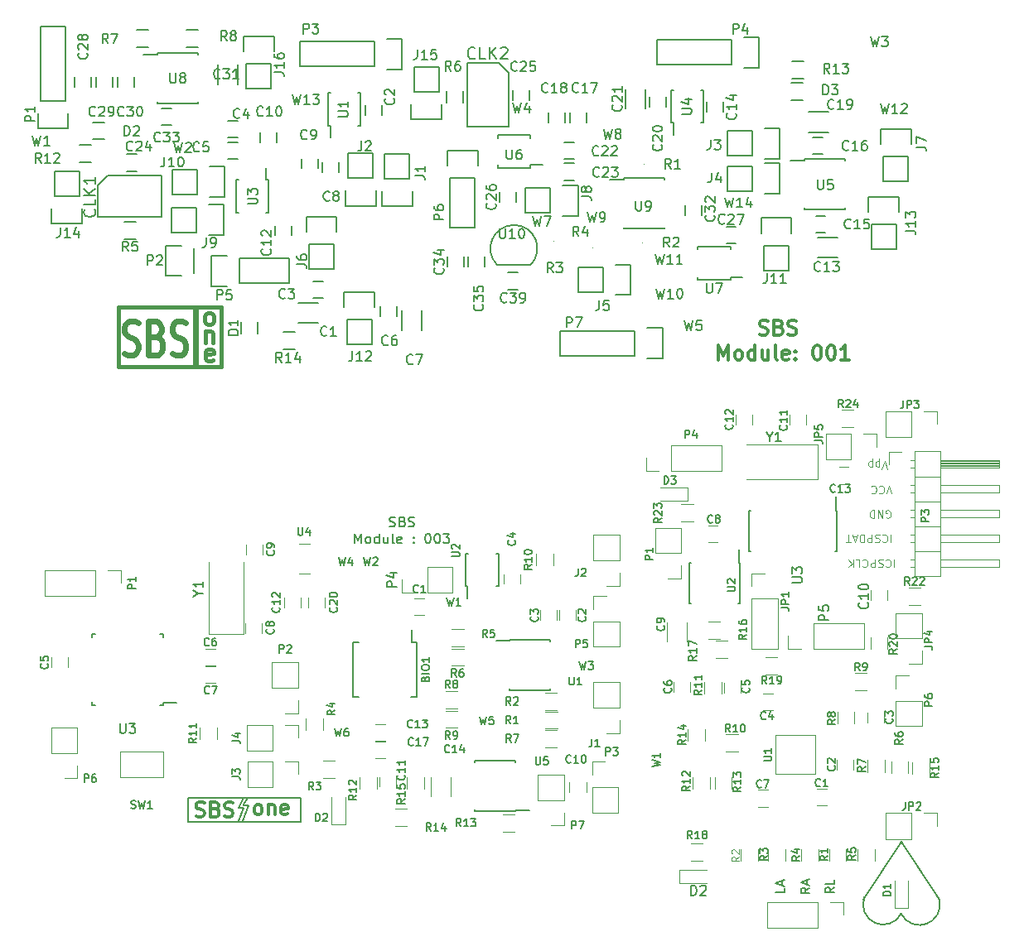
<source format=gbr>
G04 #@! TF.FileFunction,Legend,Top*
%FSLAX46Y46*%
G04 Gerber Fmt 4.6, Leading zero omitted, Abs format (unit mm)*
G04 Created by KiCad (PCBNEW 4.0.6) date 05/22/17 17:46:35*
%MOMM*%
%LPD*%
G01*
G04 APERTURE LIST*
%ADD10C,0.100000*%
%ADD11C,0.300000*%
%ADD12C,0.450000*%
%ADD13C,0.600000*%
%ADD14C,0.400000*%
%ADD15C,0.200000*%
%ADD16C,0.375000*%
%ADD17C,0.125000*%
%ADD18C,0.150000*%
%ADD19C,0.120000*%
%ADD20C,0.030000*%
G04 APERTURE END LIST*
D10*
D11*
X147575715Y-65882143D02*
X147790001Y-65953571D01*
X148147144Y-65953571D01*
X148290001Y-65882143D01*
X148361430Y-65810714D01*
X148432858Y-65667857D01*
X148432858Y-65525000D01*
X148361430Y-65382143D01*
X148290001Y-65310714D01*
X148147144Y-65239286D01*
X147861430Y-65167857D01*
X147718572Y-65096429D01*
X147647144Y-65025000D01*
X147575715Y-64882143D01*
X147575715Y-64739286D01*
X147647144Y-64596429D01*
X147718572Y-64525000D01*
X147861430Y-64453571D01*
X148218572Y-64453571D01*
X148432858Y-64525000D01*
X149575715Y-65167857D02*
X149790001Y-65239286D01*
X149861429Y-65310714D01*
X149932858Y-65453571D01*
X149932858Y-65667857D01*
X149861429Y-65810714D01*
X149790001Y-65882143D01*
X149647143Y-65953571D01*
X149075715Y-65953571D01*
X149075715Y-64453571D01*
X149575715Y-64453571D01*
X149718572Y-64525000D01*
X149790001Y-64596429D01*
X149861429Y-64739286D01*
X149861429Y-64882143D01*
X149790001Y-65025000D01*
X149718572Y-65096429D01*
X149575715Y-65167857D01*
X149075715Y-65167857D01*
X150504286Y-65882143D02*
X150718572Y-65953571D01*
X151075715Y-65953571D01*
X151218572Y-65882143D01*
X151290001Y-65810714D01*
X151361429Y-65667857D01*
X151361429Y-65525000D01*
X151290001Y-65382143D01*
X151218572Y-65310714D01*
X151075715Y-65239286D01*
X150790001Y-65167857D01*
X150647143Y-65096429D01*
X150575715Y-65025000D01*
X150504286Y-64882143D01*
X150504286Y-64739286D01*
X150575715Y-64596429D01*
X150647143Y-64525000D01*
X150790001Y-64453571D01*
X151147143Y-64453571D01*
X151361429Y-64525000D01*
X143397144Y-68503571D02*
X143397144Y-67003571D01*
X143897144Y-68075000D01*
X144397144Y-67003571D01*
X144397144Y-68503571D01*
X145325716Y-68503571D02*
X145182858Y-68432143D01*
X145111430Y-68360714D01*
X145040001Y-68217857D01*
X145040001Y-67789286D01*
X145111430Y-67646429D01*
X145182858Y-67575000D01*
X145325716Y-67503571D01*
X145540001Y-67503571D01*
X145682858Y-67575000D01*
X145754287Y-67646429D01*
X145825716Y-67789286D01*
X145825716Y-68217857D01*
X145754287Y-68360714D01*
X145682858Y-68432143D01*
X145540001Y-68503571D01*
X145325716Y-68503571D01*
X147111430Y-68503571D02*
X147111430Y-67003571D01*
X147111430Y-68432143D02*
X146968573Y-68503571D01*
X146682859Y-68503571D01*
X146540001Y-68432143D01*
X146468573Y-68360714D01*
X146397144Y-68217857D01*
X146397144Y-67789286D01*
X146468573Y-67646429D01*
X146540001Y-67575000D01*
X146682859Y-67503571D01*
X146968573Y-67503571D01*
X147111430Y-67575000D01*
X148468573Y-67503571D02*
X148468573Y-68503571D01*
X147825716Y-67503571D02*
X147825716Y-68289286D01*
X147897144Y-68432143D01*
X148040002Y-68503571D01*
X148254287Y-68503571D01*
X148397144Y-68432143D01*
X148468573Y-68360714D01*
X149397145Y-68503571D02*
X149254287Y-68432143D01*
X149182859Y-68289286D01*
X149182859Y-67003571D01*
X150540001Y-68432143D02*
X150397144Y-68503571D01*
X150111430Y-68503571D01*
X149968573Y-68432143D01*
X149897144Y-68289286D01*
X149897144Y-67717857D01*
X149968573Y-67575000D01*
X150111430Y-67503571D01*
X150397144Y-67503571D01*
X150540001Y-67575000D01*
X150611430Y-67717857D01*
X150611430Y-67860714D01*
X149897144Y-68003571D01*
X151254287Y-68360714D02*
X151325715Y-68432143D01*
X151254287Y-68503571D01*
X151182858Y-68432143D01*
X151254287Y-68360714D01*
X151254287Y-68503571D01*
X151254287Y-67575000D02*
X151325715Y-67646429D01*
X151254287Y-67717857D01*
X151182858Y-67646429D01*
X151254287Y-67575000D01*
X151254287Y-67717857D01*
X153397144Y-67003571D02*
X153540001Y-67003571D01*
X153682858Y-67075000D01*
X153754287Y-67146429D01*
X153825716Y-67289286D01*
X153897144Y-67575000D01*
X153897144Y-67932143D01*
X153825716Y-68217857D01*
X153754287Y-68360714D01*
X153682858Y-68432143D01*
X153540001Y-68503571D01*
X153397144Y-68503571D01*
X153254287Y-68432143D01*
X153182858Y-68360714D01*
X153111430Y-68217857D01*
X153040001Y-67932143D01*
X153040001Y-67575000D01*
X153111430Y-67289286D01*
X153182858Y-67146429D01*
X153254287Y-67075000D01*
X153397144Y-67003571D01*
X154825715Y-67003571D02*
X154968572Y-67003571D01*
X155111429Y-67075000D01*
X155182858Y-67146429D01*
X155254287Y-67289286D01*
X155325715Y-67575000D01*
X155325715Y-67932143D01*
X155254287Y-68217857D01*
X155182858Y-68360714D01*
X155111429Y-68432143D01*
X154968572Y-68503571D01*
X154825715Y-68503571D01*
X154682858Y-68432143D01*
X154611429Y-68360714D01*
X154540001Y-68217857D01*
X154468572Y-67932143D01*
X154468572Y-67575000D01*
X154540001Y-67289286D01*
X154611429Y-67146429D01*
X154682858Y-67075000D01*
X154825715Y-67003571D01*
X156754286Y-68503571D02*
X155897143Y-68503571D01*
X156325715Y-68503571D02*
X156325715Y-67003571D01*
X156182858Y-67217857D01*
X156040000Y-67360714D01*
X155897143Y-67432143D01*
D12*
X91712858Y-68538571D02*
X91541429Y-68624286D01*
X91198572Y-68624286D01*
X91027143Y-68538571D01*
X90941429Y-68367143D01*
X90941429Y-67681429D01*
X91027143Y-67510000D01*
X91198572Y-67424286D01*
X91541429Y-67424286D01*
X91712858Y-67510000D01*
X91798572Y-67681429D01*
X91798572Y-67852857D01*
X90941429Y-68024286D01*
X90984286Y-65564286D02*
X90984286Y-66764286D01*
X90984286Y-65735714D02*
X91070001Y-65650000D01*
X91241429Y-65564286D01*
X91498572Y-65564286D01*
X91670001Y-65650000D01*
X91755715Y-65821429D01*
X91755715Y-66764286D01*
D13*
X89910000Y-63300000D02*
X89910000Y-68950000D01*
D14*
X82030000Y-63120000D02*
X82420000Y-63120000D01*
X82030000Y-69170000D02*
X82030000Y-63120000D01*
D11*
X82290000Y-69170000D02*
X82030000Y-69170000D01*
D14*
X92580000Y-69170000D02*
X82290000Y-69170000D01*
X92580000Y-63120000D02*
X92580000Y-69170000D01*
X82400000Y-63120000D02*
X92580000Y-63120000D01*
D12*
X91181429Y-64924286D02*
X91010001Y-64838571D01*
X90924286Y-64752857D01*
X90838572Y-64581429D01*
X90838572Y-64067143D01*
X90924286Y-63895714D01*
X91010001Y-63810000D01*
X91181429Y-63724286D01*
X91438572Y-63724286D01*
X91610001Y-63810000D01*
X91695715Y-63895714D01*
X91781429Y-64067143D01*
X91781429Y-64581429D01*
X91695715Y-64752857D01*
X91610001Y-64838571D01*
X91438572Y-64924286D01*
X91181429Y-64924286D01*
D13*
X82645238Y-67866667D02*
X83002381Y-68033333D01*
X83597619Y-68033333D01*
X83835715Y-67866667D01*
X83954762Y-67700000D01*
X84073810Y-67366667D01*
X84073810Y-67033333D01*
X83954762Y-66700000D01*
X83835715Y-66533333D01*
X83597619Y-66366667D01*
X83121429Y-66200000D01*
X82883334Y-66033333D01*
X82764286Y-65866667D01*
X82645238Y-65533333D01*
X82645238Y-65200000D01*
X82764286Y-64866667D01*
X82883334Y-64700000D01*
X83121429Y-64533333D01*
X83716667Y-64533333D01*
X84073810Y-64700000D01*
X85978571Y-66200000D02*
X86335714Y-66366667D01*
X86454762Y-66533333D01*
X86573810Y-66866667D01*
X86573810Y-67366667D01*
X86454762Y-67700000D01*
X86335714Y-67866667D01*
X86097619Y-68033333D01*
X85145238Y-68033333D01*
X85145238Y-64533333D01*
X85978571Y-64533333D01*
X86216667Y-64700000D01*
X86335714Y-64866667D01*
X86454762Y-65200000D01*
X86454762Y-65533333D01*
X86335714Y-65866667D01*
X86216667Y-66033333D01*
X85978571Y-66200000D01*
X85145238Y-66200000D01*
X87526190Y-67866667D02*
X87883333Y-68033333D01*
X88478571Y-68033333D01*
X88716667Y-67866667D01*
X88835714Y-67700000D01*
X88954762Y-67366667D01*
X88954762Y-67033333D01*
X88835714Y-66700000D01*
X88716667Y-66533333D01*
X88478571Y-66366667D01*
X88002381Y-66200000D01*
X87764286Y-66033333D01*
X87645238Y-65866667D01*
X87526190Y-65533333D01*
X87526190Y-65200000D01*
X87645238Y-64866667D01*
X87764286Y-64700000D01*
X88002381Y-64533333D01*
X88597619Y-64533333D01*
X88954762Y-64700000D01*
D15*
X109765495Y-85538662D02*
X109908352Y-85586281D01*
X110146448Y-85586281D01*
X110241686Y-85538662D01*
X110289305Y-85491043D01*
X110336924Y-85395805D01*
X110336924Y-85300567D01*
X110289305Y-85205329D01*
X110241686Y-85157710D01*
X110146448Y-85110090D01*
X109955971Y-85062471D01*
X109860733Y-85014852D01*
X109813114Y-84967233D01*
X109765495Y-84871995D01*
X109765495Y-84776757D01*
X109813114Y-84681519D01*
X109860733Y-84633900D01*
X109955971Y-84586281D01*
X110194067Y-84586281D01*
X110336924Y-84633900D01*
X111098829Y-85062471D02*
X111241686Y-85110090D01*
X111289305Y-85157710D01*
X111336924Y-85252948D01*
X111336924Y-85395805D01*
X111289305Y-85491043D01*
X111241686Y-85538662D01*
X111146448Y-85586281D01*
X110765495Y-85586281D01*
X110765495Y-84586281D01*
X111098829Y-84586281D01*
X111194067Y-84633900D01*
X111241686Y-84681519D01*
X111289305Y-84776757D01*
X111289305Y-84871995D01*
X111241686Y-84967233D01*
X111194067Y-85014852D01*
X111098829Y-85062471D01*
X110765495Y-85062471D01*
X111717876Y-85538662D02*
X111860733Y-85586281D01*
X112098829Y-85586281D01*
X112194067Y-85538662D01*
X112241686Y-85491043D01*
X112289305Y-85395805D01*
X112289305Y-85300567D01*
X112241686Y-85205329D01*
X112194067Y-85157710D01*
X112098829Y-85110090D01*
X111908352Y-85062471D01*
X111813114Y-85014852D01*
X111765495Y-84967233D01*
X111717876Y-84871995D01*
X111717876Y-84776757D01*
X111765495Y-84681519D01*
X111813114Y-84633900D01*
X111908352Y-84586281D01*
X112146448Y-84586281D01*
X112289305Y-84633900D01*
X106217876Y-87286281D02*
X106217876Y-86286281D01*
X106551210Y-87000567D01*
X106884543Y-86286281D01*
X106884543Y-87286281D01*
X107503590Y-87286281D02*
X107408352Y-87238662D01*
X107360733Y-87191043D01*
X107313114Y-87095805D01*
X107313114Y-86810090D01*
X107360733Y-86714852D01*
X107408352Y-86667233D01*
X107503590Y-86619614D01*
X107646448Y-86619614D01*
X107741686Y-86667233D01*
X107789305Y-86714852D01*
X107836924Y-86810090D01*
X107836924Y-87095805D01*
X107789305Y-87191043D01*
X107741686Y-87238662D01*
X107646448Y-87286281D01*
X107503590Y-87286281D01*
X108694067Y-87286281D02*
X108694067Y-86286281D01*
X108694067Y-87238662D02*
X108598829Y-87286281D01*
X108408352Y-87286281D01*
X108313114Y-87238662D01*
X108265495Y-87191043D01*
X108217876Y-87095805D01*
X108217876Y-86810090D01*
X108265495Y-86714852D01*
X108313114Y-86667233D01*
X108408352Y-86619614D01*
X108598829Y-86619614D01*
X108694067Y-86667233D01*
X109598829Y-86619614D02*
X109598829Y-87286281D01*
X109170257Y-86619614D02*
X109170257Y-87143424D01*
X109217876Y-87238662D01*
X109313114Y-87286281D01*
X109455972Y-87286281D01*
X109551210Y-87238662D01*
X109598829Y-87191043D01*
X110217876Y-87286281D02*
X110122638Y-87238662D01*
X110075019Y-87143424D01*
X110075019Y-86286281D01*
X110979782Y-87238662D02*
X110884544Y-87286281D01*
X110694067Y-87286281D01*
X110598829Y-87238662D01*
X110551210Y-87143424D01*
X110551210Y-86762471D01*
X110598829Y-86667233D01*
X110694067Y-86619614D01*
X110884544Y-86619614D01*
X110979782Y-86667233D01*
X111027401Y-86762471D01*
X111027401Y-86857710D01*
X110551210Y-86952948D01*
X112217877Y-87191043D02*
X112265496Y-87238662D01*
X112217877Y-87286281D01*
X112170258Y-87238662D01*
X112217877Y-87191043D01*
X112217877Y-87286281D01*
X112217877Y-86667233D02*
X112265496Y-86714852D01*
X112217877Y-86762471D01*
X112170258Y-86714852D01*
X112217877Y-86667233D01*
X112217877Y-86762471D01*
X113646448Y-86286281D02*
X113741687Y-86286281D01*
X113836925Y-86333900D01*
X113884544Y-86381519D01*
X113932163Y-86476757D01*
X113979782Y-86667233D01*
X113979782Y-86905329D01*
X113932163Y-87095805D01*
X113884544Y-87191043D01*
X113836925Y-87238662D01*
X113741687Y-87286281D01*
X113646448Y-87286281D01*
X113551210Y-87238662D01*
X113503591Y-87191043D01*
X113455972Y-87095805D01*
X113408353Y-86905329D01*
X113408353Y-86667233D01*
X113455972Y-86476757D01*
X113503591Y-86381519D01*
X113551210Y-86333900D01*
X113646448Y-86286281D01*
X114598829Y-86286281D02*
X114694068Y-86286281D01*
X114789306Y-86333900D01*
X114836925Y-86381519D01*
X114884544Y-86476757D01*
X114932163Y-86667233D01*
X114932163Y-86905329D01*
X114884544Y-87095805D01*
X114836925Y-87191043D01*
X114789306Y-87238662D01*
X114694068Y-87286281D01*
X114598829Y-87286281D01*
X114503591Y-87238662D01*
X114455972Y-87191043D01*
X114408353Y-87095805D01*
X114360734Y-86905329D01*
X114360734Y-86667233D01*
X114408353Y-86476757D01*
X114455972Y-86381519D01*
X114503591Y-86333900D01*
X114598829Y-86286281D01*
X115265496Y-86286281D02*
X115884544Y-86286281D01*
X115551210Y-86667233D01*
X115694068Y-86667233D01*
X115789306Y-86714852D01*
X115836925Y-86762471D01*
X115884544Y-86857710D01*
X115884544Y-87095805D01*
X115836925Y-87191043D01*
X115789306Y-87238662D01*
X115694068Y-87286281D01*
X115408353Y-87286281D01*
X115313115Y-87238662D01*
X115265496Y-87191043D01*
X95241300Y-113327000D02*
X94888000Y-114038200D01*
X94888000Y-114076300D02*
X95388000Y-114076300D01*
X95388000Y-114076300D02*
X94784100Y-115670000D01*
X94880000Y-114355700D02*
X94380000Y-115727300D01*
X94380000Y-114355700D02*
X94880000Y-114355700D01*
X94880000Y-113327000D02*
X94380000Y-114317600D01*
X100689600Y-113288900D02*
X89170700Y-113288900D01*
X100689600Y-113428600D02*
X100689600Y-113288900D01*
X100689600Y-115765400D02*
X100689600Y-113428600D01*
X89170700Y-115765400D02*
X100689600Y-115765400D01*
X89170700Y-113314300D02*
X89170700Y-115765400D01*
D16*
X96238429Y-115034271D02*
X96095571Y-114962843D01*
X96024143Y-114891414D01*
X95952714Y-114748557D01*
X95952714Y-114319986D01*
X96024143Y-114177129D01*
X96095571Y-114105700D01*
X96238429Y-114034271D01*
X96452714Y-114034271D01*
X96595571Y-114105700D01*
X96667000Y-114177129D01*
X96738429Y-114319986D01*
X96738429Y-114748557D01*
X96667000Y-114891414D01*
X96595571Y-114962843D01*
X96452714Y-115034271D01*
X96238429Y-115034271D01*
X97381286Y-114034271D02*
X97381286Y-115034271D01*
X97381286Y-114177129D02*
X97452714Y-114105700D01*
X97595572Y-114034271D01*
X97809857Y-114034271D01*
X97952714Y-114105700D01*
X98024143Y-114248557D01*
X98024143Y-115034271D01*
X99309857Y-114962843D02*
X99167000Y-115034271D01*
X98881286Y-115034271D01*
X98738429Y-114962843D01*
X98667000Y-114819986D01*
X98667000Y-114248557D01*
X98738429Y-114105700D01*
X98881286Y-114034271D01*
X99167000Y-114034271D01*
X99309857Y-114105700D01*
X99381286Y-114248557D01*
X99381286Y-114391414D01*
X98667000Y-114534271D01*
X89982943Y-115178743D02*
X90197229Y-115250171D01*
X90554372Y-115250171D01*
X90697229Y-115178743D01*
X90768658Y-115107314D01*
X90840086Y-114964457D01*
X90840086Y-114821600D01*
X90768658Y-114678743D01*
X90697229Y-114607314D01*
X90554372Y-114535886D01*
X90268658Y-114464457D01*
X90125800Y-114393029D01*
X90054372Y-114321600D01*
X89982943Y-114178743D01*
X89982943Y-114035886D01*
X90054372Y-113893029D01*
X90125800Y-113821600D01*
X90268658Y-113750171D01*
X90625800Y-113750171D01*
X90840086Y-113821600D01*
X91982943Y-114464457D02*
X92197229Y-114535886D01*
X92268657Y-114607314D01*
X92340086Y-114750171D01*
X92340086Y-114964457D01*
X92268657Y-115107314D01*
X92197229Y-115178743D01*
X92054371Y-115250171D01*
X91482943Y-115250171D01*
X91482943Y-113750171D01*
X91982943Y-113750171D01*
X92125800Y-113821600D01*
X92197229Y-113893029D01*
X92268657Y-114035886D01*
X92268657Y-114178743D01*
X92197229Y-114321600D01*
X92125800Y-114393029D01*
X91982943Y-114464457D01*
X91482943Y-114464457D01*
X92911514Y-115178743D02*
X93125800Y-115250171D01*
X93482943Y-115250171D01*
X93625800Y-115178743D01*
X93697229Y-115107314D01*
X93768657Y-114964457D01*
X93768657Y-114821600D01*
X93697229Y-114678743D01*
X93625800Y-114607314D01*
X93482943Y-114535886D01*
X93197229Y-114464457D01*
X93054371Y-114393029D01*
X92982943Y-114321600D01*
X92911514Y-114178743D01*
X92911514Y-114035886D01*
X92982943Y-113893029D01*
X93054371Y-113821600D01*
X93197229Y-113750171D01*
X93554371Y-113750171D01*
X93768657Y-113821600D01*
D17*
X160605777Y-79681695D02*
X160339110Y-78881695D01*
X160072443Y-79681695D01*
X159805777Y-79415029D02*
X159805777Y-78615029D01*
X159805777Y-79376933D02*
X159729586Y-79415029D01*
X159577205Y-79415029D01*
X159501015Y-79376933D01*
X159462920Y-79338838D01*
X159424824Y-79262648D01*
X159424824Y-79034076D01*
X159462920Y-78957886D01*
X159501015Y-78919790D01*
X159577205Y-78881695D01*
X159729586Y-78881695D01*
X159805777Y-78919790D01*
X159081967Y-79415029D02*
X159081967Y-78615029D01*
X159081967Y-79376933D02*
X159005776Y-79415029D01*
X158853395Y-79415029D01*
X158777205Y-79376933D01*
X158739110Y-79338838D01*
X158701014Y-79262648D01*
X158701014Y-79034076D01*
X158739110Y-78957886D01*
X158777205Y-78919790D01*
X158853395Y-78881695D01*
X159005776Y-78881695D01*
X159081967Y-78919790D01*
X161054267Y-82207595D02*
X160787600Y-81407595D01*
X160520933Y-82207595D01*
X159797124Y-81483786D02*
X159835219Y-81445690D01*
X159949505Y-81407595D01*
X160025695Y-81407595D01*
X160139981Y-81445690D01*
X160216172Y-81521881D01*
X160254267Y-81598071D01*
X160292362Y-81750452D01*
X160292362Y-81864738D01*
X160254267Y-82017119D01*
X160216172Y-82093310D01*
X160139981Y-82169500D01*
X160025695Y-82207595D01*
X159949505Y-82207595D01*
X159835219Y-82169500D01*
X159797124Y-82131405D01*
X158997124Y-81483786D02*
X159035219Y-81445690D01*
X159149505Y-81407595D01*
X159225695Y-81407595D01*
X159339981Y-81445690D01*
X159416172Y-81521881D01*
X159454267Y-81598071D01*
X159492362Y-81750452D01*
X159492362Y-81864738D01*
X159454267Y-82017119D01*
X159416172Y-82093310D01*
X159339981Y-82169500D01*
X159225695Y-82207595D01*
X159149505Y-82207595D01*
X159035219Y-82169500D01*
X158997124Y-82131405D01*
X160533623Y-84658700D02*
X160609814Y-84696795D01*
X160724099Y-84696795D01*
X160838385Y-84658700D01*
X160914576Y-84582510D01*
X160952671Y-84506319D01*
X160990766Y-84353938D01*
X160990766Y-84239652D01*
X160952671Y-84087271D01*
X160914576Y-84011081D01*
X160838385Y-83934890D01*
X160724099Y-83896795D01*
X160647909Y-83896795D01*
X160533623Y-83934890D01*
X160495528Y-83972986D01*
X160495528Y-84239652D01*
X160647909Y-84239652D01*
X160152671Y-83896795D02*
X160152671Y-84696795D01*
X159695528Y-83896795D01*
X159695528Y-84696795D01*
X159314576Y-83896795D02*
X159314576Y-84696795D01*
X159124100Y-84696795D01*
X159009814Y-84658700D01*
X158933623Y-84582510D01*
X158895528Y-84506319D01*
X158857433Y-84353938D01*
X158857433Y-84239652D01*
X158895528Y-84087271D01*
X158933623Y-84011081D01*
X159009814Y-83934890D01*
X159124100Y-83896795D01*
X159314576Y-83896795D01*
X160996971Y-86360595D02*
X160996971Y-87160595D01*
X160158876Y-86436786D02*
X160196971Y-86398690D01*
X160311257Y-86360595D01*
X160387447Y-86360595D01*
X160501733Y-86398690D01*
X160577924Y-86474881D01*
X160616019Y-86551071D01*
X160654114Y-86703452D01*
X160654114Y-86817738D01*
X160616019Y-86970119D01*
X160577924Y-87046310D01*
X160501733Y-87122500D01*
X160387447Y-87160595D01*
X160311257Y-87160595D01*
X160196971Y-87122500D01*
X160158876Y-87084405D01*
X159854114Y-86398690D02*
X159739828Y-86360595D01*
X159549352Y-86360595D01*
X159473162Y-86398690D01*
X159435066Y-86436786D01*
X159396971Y-86512976D01*
X159396971Y-86589167D01*
X159435066Y-86665357D01*
X159473162Y-86703452D01*
X159549352Y-86741548D01*
X159701733Y-86779643D01*
X159777924Y-86817738D01*
X159816019Y-86855833D01*
X159854114Y-86932024D01*
X159854114Y-87008214D01*
X159816019Y-87084405D01*
X159777924Y-87122500D01*
X159701733Y-87160595D01*
X159511257Y-87160595D01*
X159396971Y-87122500D01*
X159054114Y-86360595D02*
X159054114Y-87160595D01*
X158749352Y-87160595D01*
X158673161Y-87122500D01*
X158635066Y-87084405D01*
X158596971Y-87008214D01*
X158596971Y-86893929D01*
X158635066Y-86817738D01*
X158673161Y-86779643D01*
X158749352Y-86741548D01*
X159054114Y-86741548D01*
X158254114Y-86360595D02*
X158254114Y-87160595D01*
X158063638Y-87160595D01*
X157949352Y-87122500D01*
X157873161Y-87046310D01*
X157835066Y-86970119D01*
X157796971Y-86817738D01*
X157796971Y-86703452D01*
X157835066Y-86551071D01*
X157873161Y-86474881D01*
X157949352Y-86398690D01*
X158063638Y-86360595D01*
X158254114Y-86360595D01*
X157492209Y-86589167D02*
X157111257Y-86589167D01*
X157568400Y-86360595D02*
X157301733Y-87160595D01*
X157035066Y-86360595D01*
X156882686Y-87160595D02*
X156425543Y-87160595D01*
X156654114Y-86360595D02*
X156654114Y-87160595D01*
X161314462Y-88913295D02*
X161314462Y-89713295D01*
X160476367Y-88989486D02*
X160514462Y-88951390D01*
X160628748Y-88913295D01*
X160704938Y-88913295D01*
X160819224Y-88951390D01*
X160895415Y-89027581D01*
X160933510Y-89103771D01*
X160971605Y-89256152D01*
X160971605Y-89370438D01*
X160933510Y-89522819D01*
X160895415Y-89599010D01*
X160819224Y-89675200D01*
X160704938Y-89713295D01*
X160628748Y-89713295D01*
X160514462Y-89675200D01*
X160476367Y-89637105D01*
X160171605Y-88951390D02*
X160057319Y-88913295D01*
X159866843Y-88913295D01*
X159790653Y-88951390D01*
X159752557Y-88989486D01*
X159714462Y-89065676D01*
X159714462Y-89141867D01*
X159752557Y-89218057D01*
X159790653Y-89256152D01*
X159866843Y-89294248D01*
X160019224Y-89332343D01*
X160095415Y-89370438D01*
X160133510Y-89408533D01*
X160171605Y-89484724D01*
X160171605Y-89560914D01*
X160133510Y-89637105D01*
X160095415Y-89675200D01*
X160019224Y-89713295D01*
X159828748Y-89713295D01*
X159714462Y-89675200D01*
X159371605Y-88913295D02*
X159371605Y-89713295D01*
X159066843Y-89713295D01*
X158990652Y-89675200D01*
X158952557Y-89637105D01*
X158914462Y-89560914D01*
X158914462Y-89446629D01*
X158952557Y-89370438D01*
X158990652Y-89332343D01*
X159066843Y-89294248D01*
X159371605Y-89294248D01*
X158114462Y-88989486D02*
X158152557Y-88951390D01*
X158266843Y-88913295D01*
X158343033Y-88913295D01*
X158457319Y-88951390D01*
X158533510Y-89027581D01*
X158571605Y-89103771D01*
X158609700Y-89256152D01*
X158609700Y-89370438D01*
X158571605Y-89522819D01*
X158533510Y-89599010D01*
X158457319Y-89675200D01*
X158343033Y-89713295D01*
X158266843Y-89713295D01*
X158152557Y-89675200D01*
X158114462Y-89637105D01*
X157390652Y-88913295D02*
X157771605Y-88913295D01*
X157771605Y-89713295D01*
X157123986Y-88913295D02*
X157123986Y-89713295D01*
X156666843Y-88913295D02*
X157009700Y-89370438D01*
X156666843Y-89713295D02*
X157123986Y-89256152D01*
D15*
X152711243Y-122516643D02*
X152282671Y-122816643D01*
X152711243Y-123030928D02*
X151811243Y-123030928D01*
X151811243Y-122688071D01*
X151854100Y-122602357D01*
X151896957Y-122559500D01*
X151982671Y-122516643D01*
X152111243Y-122516643D01*
X152196957Y-122559500D01*
X152239814Y-122602357D01*
X152282671Y-122688071D01*
X152282671Y-123030928D01*
X152454100Y-122173785D02*
X152454100Y-121745214D01*
X152711243Y-122259500D02*
X151811243Y-121959500D01*
X152711243Y-121659500D01*
X155200443Y-122495214D02*
X154771871Y-122795214D01*
X155200443Y-123009499D02*
X154300443Y-123009499D01*
X154300443Y-122666642D01*
X154343300Y-122580928D01*
X154386157Y-122538071D01*
X154471871Y-122495214D01*
X154600443Y-122495214D01*
X154686157Y-122538071D01*
X154729014Y-122580928D01*
X154771871Y-122666642D01*
X154771871Y-123009499D01*
X155200443Y-121680928D02*
X155200443Y-122109499D01*
X154300443Y-122109499D01*
X150120443Y-122516643D02*
X150120443Y-122945214D01*
X149220443Y-122945214D01*
X149863300Y-122259500D02*
X149863300Y-121830929D01*
X150120443Y-122345215D02*
X149220443Y-122045215D01*
X150120443Y-121745215D01*
X158294690Y-123462330D02*
G75*
G03X159445310Y-126147110I1917700J-767080D01*
G01*
X159300530Y-126081070D02*
G75*
G03X162056430Y-125143810I909320J1846580D01*
G01*
X162010710Y-125120950D02*
G75*
G03X164807250Y-126139490I1907540J889000D01*
G01*
X164502450Y-126253790D02*
G75*
G03X165940090Y-123647750I-584200J2021840D01*
G01*
X162068050Y-117848150D02*
X158168050Y-123748150D01*
X162068050Y-117848150D02*
X165968050Y-123748150D01*
D18*
X105540000Y-49930000D02*
X105540000Y-47390000D01*
X105260000Y-52750000D02*
X105260000Y-51200000D01*
X105540000Y-49930000D02*
X108080000Y-49930000D01*
X108360000Y-51200000D02*
X108360000Y-52750000D01*
X108360000Y-52750000D02*
X105260000Y-52750000D01*
X108080000Y-49930000D02*
X108080000Y-47390000D01*
X108080000Y-47390000D02*
X105540000Y-47390000D01*
X86025000Y-37145000D02*
X86025000Y-37290000D01*
X90175000Y-37145000D02*
X90175000Y-37290000D01*
X90175000Y-42295000D02*
X90175000Y-42150000D01*
X86025000Y-42295000D02*
X86025000Y-42150000D01*
X86025000Y-37145000D02*
X90175000Y-37145000D01*
X86025000Y-42295000D02*
X90175000Y-42295000D01*
X86025000Y-37290000D02*
X84625000Y-37290000D01*
X139940000Y-52720000D02*
X139940000Y-53720000D01*
X141640000Y-53720000D02*
X141640000Y-52720000D01*
X80934560Y-49673520D02*
X79934560Y-50673520D01*
X79934560Y-50673520D02*
X79934560Y-53873520D01*
X79934560Y-53873520D02*
X86434560Y-53873520D01*
X86434560Y-53873520D02*
X86434560Y-49673520D01*
X86434560Y-49673520D02*
X80934560Y-49673520D01*
X121910000Y-39150000D02*
X120910000Y-38150000D01*
X120910000Y-38150000D02*
X117710000Y-38150000D01*
X117710000Y-38150000D02*
X117710000Y-44650000D01*
X117710000Y-44650000D02*
X121910000Y-44650000D01*
X121910000Y-44650000D02*
X121910000Y-39150000D01*
X96315000Y-64630000D02*
X96315000Y-65830000D01*
X94565000Y-65830000D02*
X94565000Y-64630000D01*
X79430000Y-44195000D02*
X80630000Y-44195000D01*
X80630000Y-45945000D02*
X79430000Y-45945000D01*
X152020000Y-41935000D02*
X150820000Y-41935000D01*
X150820000Y-40185000D02*
X152020000Y-40185000D01*
X79270000Y-48305000D02*
X78070000Y-48305000D01*
X78070000Y-46555000D02*
X79270000Y-46555000D01*
X150900000Y-37995000D02*
X152100000Y-37995000D01*
X152100000Y-39745000D02*
X150900000Y-39745000D01*
X98920000Y-65685000D02*
X100120000Y-65685000D01*
X100120000Y-67435000D02*
X98920000Y-67435000D01*
X152155000Y-47985000D02*
X152155000Y-48130000D01*
X156305000Y-47985000D02*
X156305000Y-48130000D01*
X156305000Y-53135000D02*
X156305000Y-52990000D01*
X152155000Y-53135000D02*
X152155000Y-52990000D01*
X152155000Y-47985000D02*
X156305000Y-47985000D01*
X152155000Y-53135000D02*
X156305000Y-53135000D01*
X152155000Y-48130000D02*
X150755000Y-48130000D01*
X144595000Y-60295000D02*
X144595000Y-60045000D01*
X141245000Y-60295000D02*
X141245000Y-60045000D01*
X141245000Y-56945000D02*
X141245000Y-57195000D01*
X144595000Y-56945000D02*
X144595000Y-57195000D01*
X144595000Y-60295000D02*
X141245000Y-60295000D01*
X144595000Y-56945000D02*
X141245000Y-56945000D01*
X144595000Y-60045000D02*
X145845000Y-60045000D01*
X103455000Y-44565000D02*
X103755000Y-44565000D01*
X103455000Y-41215000D02*
X103755000Y-41215000D01*
X106805000Y-41215000D02*
X106505000Y-41215000D01*
X106805000Y-44565000D02*
X106505000Y-44565000D01*
X103455000Y-44565000D02*
X103455000Y-41215000D01*
X106805000Y-44565000D02*
X106805000Y-41215000D01*
X103755000Y-44565000D02*
X103755000Y-45790000D01*
X97417320Y-50098520D02*
X97117320Y-50098520D01*
X97417320Y-53448520D02*
X97117320Y-53448520D01*
X94067320Y-53448520D02*
X94367320Y-53448520D01*
X94067320Y-50098520D02*
X94367320Y-50098520D01*
X97417320Y-50098520D02*
X97417320Y-53448520D01*
X94067320Y-50098520D02*
X94067320Y-53448520D01*
X97117320Y-50098520D02*
X97117320Y-48873520D01*
X138505000Y-44255000D02*
X138805000Y-44255000D01*
X138505000Y-40905000D02*
X138805000Y-40905000D01*
X141855000Y-40905000D02*
X141555000Y-40905000D01*
X141855000Y-44255000D02*
X141555000Y-44255000D01*
X138505000Y-44255000D02*
X138505000Y-40905000D01*
X141855000Y-44255000D02*
X141855000Y-40905000D01*
X138805000Y-44255000D02*
X138805000Y-45480000D01*
X124165000Y-48865000D02*
X124165000Y-48565000D01*
X120815000Y-48865000D02*
X120815000Y-48565000D01*
X120815000Y-45515000D02*
X120815000Y-45815000D01*
X124165000Y-45515000D02*
X124165000Y-45815000D01*
X124165000Y-48865000D02*
X120815000Y-48865000D01*
X124165000Y-45515000D02*
X120815000Y-45515000D01*
X124165000Y-48565000D02*
X125390000Y-48565000D01*
D10*
X135740000Y-48510000D02*
X135740000Y-48510000D01*
X135740000Y-48510000D02*
X135740000Y-48510000D01*
X135610000Y-56470000D02*
X135610000Y-56470000D01*
X135610000Y-56470000D02*
X135610000Y-56470000D01*
X126510000Y-56370000D02*
X126510000Y-56370000D01*
X126510000Y-56370000D02*
X126510000Y-56370000D01*
D18*
X133695000Y-49945000D02*
X133695000Y-50090000D01*
X137845000Y-49945000D02*
X137845000Y-50090000D01*
X137845000Y-55095000D02*
X137845000Y-54950000D01*
X133695000Y-55095000D02*
X133695000Y-54950000D01*
X133695000Y-49945000D02*
X137845000Y-49945000D01*
X133695000Y-55095000D02*
X137845000Y-55095000D01*
X133695000Y-50090000D02*
X132295000Y-50090000D01*
X120770000Y-58820000D02*
X124170000Y-58820000D01*
X120772944Y-58817056D02*
G75*
G02X122470000Y-54720000I1697056J1697056D01*
G01*
X124167056Y-58817056D02*
G75*
G03X122470000Y-54720000I-1697056J1697056D01*
G01*
D10*
X130450000Y-56980000D02*
X130450000Y-56980000D01*
X130450000Y-56980000D02*
X130450000Y-56980000D01*
D18*
X89740300Y-59639900D02*
X89740300Y-57099900D01*
X86920300Y-56819900D02*
X88470300Y-56819900D01*
X86920300Y-56819900D02*
X86920300Y-59919900D01*
X86920300Y-59919900D02*
X88470300Y-59919900D01*
X108190000Y-38510000D02*
X100570000Y-38510000D01*
X108190000Y-35970000D02*
X100570000Y-35970000D01*
X111010000Y-35690000D02*
X109460000Y-35690000D01*
X100570000Y-38510000D02*
X100570000Y-35970000D01*
X108190000Y-35970000D02*
X108190000Y-38510000D01*
X109460000Y-38790000D02*
X111010000Y-38790000D01*
X111010000Y-38790000D02*
X111010000Y-35690000D01*
X144720000Y-38350000D02*
X137100000Y-38350000D01*
X144720000Y-35810000D02*
X137100000Y-35810000D01*
X147540000Y-35530000D02*
X145990000Y-35530000D01*
X137100000Y-38350000D02*
X137100000Y-35810000D01*
X144720000Y-35810000D02*
X144720000Y-38350000D01*
X145990000Y-38630000D02*
X147540000Y-38630000D01*
X147540000Y-38630000D02*
X147540000Y-35530000D01*
X93120000Y-57880000D02*
X91570000Y-57880000D01*
X91570000Y-57880000D02*
X91570000Y-60980000D01*
X91570000Y-60980000D02*
X93120000Y-60980000D01*
X94390000Y-58160000D02*
X99470000Y-58160000D01*
X99470000Y-58160000D02*
X99470000Y-60700000D01*
X99470000Y-60700000D02*
X94390000Y-60700000D01*
X94390000Y-60700000D02*
X94390000Y-58160000D01*
X118770000Y-48680000D02*
X118770000Y-47130000D01*
X118770000Y-47130000D02*
X115670000Y-47130000D01*
X115670000Y-47130000D02*
X115670000Y-48680000D01*
X118490000Y-49950000D02*
X118490000Y-55030000D01*
X118490000Y-55030000D02*
X115950000Y-55030000D01*
X115950000Y-55030000D02*
X115950000Y-49950000D01*
X115950000Y-49950000D02*
X118490000Y-49950000D01*
X82612500Y-54418960D02*
X83812500Y-54418960D01*
X83812500Y-56168960D02*
X82612500Y-56168960D01*
X117325000Y-40990000D02*
X117325000Y-42190000D01*
X115575000Y-42190000D02*
X115575000Y-40990000D01*
X107300000Y-42450000D02*
X107300000Y-43450000D01*
X109000000Y-43450000D02*
X109000000Y-42450000D01*
X101990000Y-62180000D02*
X102990000Y-62180000D01*
X102990000Y-60480000D02*
X101990000Y-60480000D01*
X93270000Y-47930000D02*
X94270000Y-47930000D01*
X94270000Y-46230000D02*
X93270000Y-46230000D01*
X108810000Y-63020000D02*
X108810000Y-64020000D01*
X110510000Y-64020000D02*
X110510000Y-63020000D01*
X104610000Y-49310000D02*
X104610000Y-48310000D01*
X102910000Y-48310000D02*
X102910000Y-49310000D01*
X102500000Y-48920000D02*
X102500000Y-47920000D01*
X100800000Y-47920000D02*
X100800000Y-48920000D01*
X96570000Y-45230000D02*
X96570000Y-46230000D01*
X98270000Y-46230000D02*
X98270000Y-45230000D01*
X99770000Y-55780000D02*
X99770000Y-54780000D01*
X98070000Y-54780000D02*
X98070000Y-55780000D01*
X142140000Y-42110000D02*
X142140000Y-43110000D01*
X143840000Y-43110000D02*
X143840000Y-42110000D01*
X153320000Y-55530000D02*
X154320000Y-55530000D01*
X154320000Y-53830000D02*
X153320000Y-53830000D01*
X154030000Y-45770000D02*
X153030000Y-45770000D01*
X153030000Y-47470000D02*
X154030000Y-47470000D01*
X128190000Y-43220000D02*
X128190000Y-44220000D01*
X129890000Y-44220000D02*
X129890000Y-43220000D01*
X126030000Y-43210000D02*
X126030000Y-44210000D01*
X127730000Y-44210000D02*
X127730000Y-43210000D01*
X136340000Y-41610000D02*
X136340000Y-42610000D01*
X138040000Y-42610000D02*
X138040000Y-41610000D01*
X133895000Y-40830000D02*
X133895000Y-42830000D01*
X135945000Y-42830000D02*
X135945000Y-40830000D01*
X128610000Y-46300000D02*
X127610000Y-46300000D01*
X127610000Y-48000000D02*
X128610000Y-48000000D01*
X127610000Y-50120000D02*
X128610000Y-50120000D01*
X128610000Y-48420000D02*
X127610000Y-48420000D01*
X83887760Y-47489440D02*
X82887760Y-47489440D01*
X82887760Y-49189440D02*
X83887760Y-49189440D01*
X124090000Y-41950000D02*
X124090000Y-40950000D01*
X122390000Y-40950000D02*
X122390000Y-41950000D01*
X122680000Y-52330000D02*
X122680000Y-51330000D01*
X120980000Y-51330000D02*
X120980000Y-52330000D01*
X145180000Y-54930000D02*
X144180000Y-54930000D01*
X144180000Y-56630000D02*
X145180000Y-56630000D01*
X77560000Y-39590000D02*
X77560000Y-40590000D01*
X79260000Y-40590000D02*
X79260000Y-39590000D01*
X79750000Y-39590000D02*
X79750000Y-40590000D01*
X81450000Y-40590000D02*
X81450000Y-39590000D01*
X117340000Y-58970000D02*
X117340000Y-57970000D01*
X115640000Y-57970000D02*
X115640000Y-58970000D01*
X119510000Y-58980000D02*
X119510000Y-57980000D01*
X117810000Y-57980000D02*
X117810000Y-58980000D01*
X121880000Y-61300000D02*
X122880000Y-61300000D01*
X122880000Y-59600000D02*
X121880000Y-59600000D01*
X109280000Y-49960000D02*
X109280000Y-47420000D01*
X109000000Y-52780000D02*
X109000000Y-51230000D01*
X109280000Y-49960000D02*
X111820000Y-49960000D01*
X112100000Y-51230000D02*
X112100000Y-52780000D01*
X112100000Y-52780000D02*
X109000000Y-52780000D01*
X111820000Y-49960000D02*
X111820000Y-47420000D01*
X111820000Y-47420000D02*
X109280000Y-47420000D01*
X146820000Y-47660000D02*
X144280000Y-47660000D01*
X149640000Y-47940000D02*
X148090000Y-47940000D01*
X146820000Y-47660000D02*
X146820000Y-45120000D01*
X148090000Y-44840000D02*
X149640000Y-44840000D01*
X149640000Y-44840000D02*
X149640000Y-47940000D01*
X146820000Y-45120000D02*
X144280000Y-45120000D01*
X144280000Y-45120000D02*
X144280000Y-47660000D01*
X146840000Y-51240000D02*
X144300000Y-51240000D01*
X149660000Y-51520000D02*
X148110000Y-51520000D01*
X146840000Y-51240000D02*
X146840000Y-48700000D01*
X148110000Y-48420000D02*
X149660000Y-48420000D01*
X149660000Y-48420000D02*
X149660000Y-51520000D01*
X146840000Y-48700000D02*
X144300000Y-48700000D01*
X144300000Y-48700000D02*
X144300000Y-51240000D01*
X131590000Y-61590000D02*
X129050000Y-61590000D01*
X134410000Y-61870000D02*
X132860000Y-61870000D01*
X131590000Y-61590000D02*
X131590000Y-59050000D01*
X132860000Y-58770000D02*
X134410000Y-58770000D01*
X134410000Y-58770000D02*
X134410000Y-61870000D01*
X131590000Y-59050000D02*
X129050000Y-59050000D01*
X129050000Y-59050000D02*
X129050000Y-61590000D01*
X104090000Y-56700000D02*
X104090000Y-59240000D01*
X104370000Y-53880000D02*
X104370000Y-55430000D01*
X104090000Y-56700000D02*
X101550000Y-56700000D01*
X101270000Y-55430000D02*
X101270000Y-53880000D01*
X101270000Y-53880000D02*
X104370000Y-53880000D01*
X101550000Y-56700000D02*
X101550000Y-59240000D01*
X101550000Y-59240000D02*
X104090000Y-59240000D01*
X162770000Y-47740000D02*
X162770000Y-50280000D01*
X163050000Y-44920000D02*
X163050000Y-46470000D01*
X162770000Y-47740000D02*
X160230000Y-47740000D01*
X159950000Y-46470000D02*
X159950000Y-44920000D01*
X159950000Y-44920000D02*
X163050000Y-44920000D01*
X160230000Y-47740000D02*
X160230000Y-50280000D01*
X160230000Y-50280000D02*
X162770000Y-50280000D01*
X126190000Y-53490000D02*
X123650000Y-53490000D01*
X129010000Y-53770000D02*
X127460000Y-53770000D01*
X126190000Y-53490000D02*
X126190000Y-50950000D01*
X127460000Y-50670000D02*
X129010000Y-50670000D01*
X129010000Y-50670000D02*
X129010000Y-53770000D01*
X126190000Y-50950000D02*
X123650000Y-50950000D01*
X123650000Y-50950000D02*
X123650000Y-53490000D01*
X90022240Y-55461600D02*
X87482240Y-55461600D01*
X92842240Y-55741600D02*
X91292240Y-55741600D01*
X90022240Y-55461600D02*
X90022240Y-52921600D01*
X91292240Y-52641600D02*
X92842240Y-52641600D01*
X92842240Y-52641600D02*
X92842240Y-55741600D01*
X90022240Y-52921600D02*
X87482240Y-52921600D01*
X87482240Y-52921600D02*
X87482240Y-55461600D01*
X90103520Y-51560160D02*
X87563520Y-51560160D01*
X92923520Y-51840160D02*
X91373520Y-51840160D01*
X90103520Y-51560160D02*
X90103520Y-49020160D01*
X91373520Y-48740160D02*
X92923520Y-48740160D01*
X92923520Y-48740160D02*
X92923520Y-51840160D01*
X90103520Y-49020160D02*
X87563520Y-49020160D01*
X87563520Y-49020160D02*
X87563520Y-51560160D01*
X150560000Y-56820000D02*
X150560000Y-59360000D01*
X150840000Y-54000000D02*
X150840000Y-55550000D01*
X150560000Y-56820000D02*
X148020000Y-56820000D01*
X147740000Y-55550000D02*
X147740000Y-54000000D01*
X147740000Y-54000000D02*
X150840000Y-54000000D01*
X148020000Y-56820000D02*
X148020000Y-59360000D01*
X148020000Y-59360000D02*
X150560000Y-59360000D01*
X107950000Y-64390000D02*
X107950000Y-66930000D01*
X108230000Y-61570000D02*
X108230000Y-63120000D01*
X107950000Y-64390000D02*
X105410000Y-64390000D01*
X105130000Y-63120000D02*
X105130000Y-61570000D01*
X105130000Y-61570000D02*
X108230000Y-61570000D01*
X105410000Y-64390000D02*
X105410000Y-66930000D01*
X105410000Y-66930000D02*
X107950000Y-66930000D01*
X161530000Y-54660000D02*
X161530000Y-57200000D01*
X161810000Y-51840000D02*
X161810000Y-53390000D01*
X161530000Y-54660000D02*
X158990000Y-54660000D01*
X158710000Y-53390000D02*
X158710000Y-51840000D01*
X158710000Y-51840000D02*
X161810000Y-51840000D01*
X158990000Y-54660000D02*
X158990000Y-57200000D01*
X158990000Y-57200000D02*
X161530000Y-57200000D01*
X75523920Y-51763360D02*
X75523920Y-49223360D01*
X75243920Y-54583360D02*
X75243920Y-53033360D01*
X75523920Y-51763360D02*
X78063920Y-51763360D01*
X78343920Y-53033360D02*
X78343920Y-54583360D01*
X78343920Y-54583360D02*
X75243920Y-54583360D01*
X78063920Y-51763360D02*
X78063920Y-49223360D01*
X78063920Y-49223360D02*
X75523920Y-49223360D01*
X112270000Y-41100000D02*
X112270000Y-38560000D01*
X111990000Y-43920000D02*
X111990000Y-42370000D01*
X112270000Y-41100000D02*
X114810000Y-41100000D01*
X115090000Y-42370000D02*
X115090000Y-43920000D01*
X115090000Y-43920000D02*
X111990000Y-43920000D01*
X114810000Y-41100000D02*
X114810000Y-38560000D01*
X114810000Y-38560000D02*
X112270000Y-38560000D01*
X97680000Y-38210000D02*
X97680000Y-40750000D01*
X97960000Y-35390000D02*
X97960000Y-36940000D01*
X97680000Y-38210000D02*
X95140000Y-38210000D01*
X94860000Y-36940000D02*
X94860000Y-35390000D01*
X94860000Y-35390000D02*
X97960000Y-35390000D01*
X95140000Y-38210000D02*
X95140000Y-40750000D01*
X95140000Y-40750000D02*
X97680000Y-40750000D01*
X74090000Y-42040000D02*
X74090000Y-34420000D01*
X76630000Y-42040000D02*
X76630000Y-34420000D01*
X76910000Y-44860000D02*
X76910000Y-43310000D01*
X74090000Y-34420000D02*
X76630000Y-34420000D01*
X76630000Y-42040000D02*
X74090000Y-42040000D01*
X73810000Y-43310000D02*
X73810000Y-44860000D01*
X73810000Y-44860000D02*
X76910000Y-44860000D01*
X81970000Y-39570000D02*
X81970000Y-40570000D01*
X83670000Y-40570000D02*
X83670000Y-39570000D01*
X102430000Y-62675000D02*
X100430000Y-62675000D01*
X100430000Y-64725000D02*
X102430000Y-64725000D01*
X111035000Y-63490000D02*
X111035000Y-65490000D01*
X113085000Y-65490000D02*
X113085000Y-63490000D01*
X93270000Y-45780000D02*
X94270000Y-45780000D01*
X94270000Y-44080000D02*
X93270000Y-44080000D01*
X92245000Y-38340000D02*
X92245000Y-40340000D01*
X94295000Y-40340000D02*
X94295000Y-38340000D01*
X155530000Y-56015000D02*
X153530000Y-56015000D01*
X153530000Y-58065000D02*
X155530000Y-58065000D01*
X154630000Y-43165000D02*
X152630000Y-43165000D01*
X152630000Y-45215000D02*
X154630000Y-45215000D01*
X134830000Y-68080000D02*
X127210000Y-68080000D01*
X134830000Y-65540000D02*
X127210000Y-65540000D01*
X137650000Y-65260000D02*
X136100000Y-65260000D01*
X127210000Y-68080000D02*
X127210000Y-65540000D01*
X134830000Y-65540000D02*
X134830000Y-68080000D01*
X136100000Y-68360000D02*
X137650000Y-68360000D01*
X137650000Y-68360000D02*
X137650000Y-65260000D01*
X86480000Y-44520000D02*
X87480000Y-44520000D01*
X87480000Y-42820000D02*
X86480000Y-42820000D01*
X85110000Y-36515000D02*
X83910000Y-36515000D01*
X83910000Y-34765000D02*
X85110000Y-34765000D01*
X90170000Y-36535000D02*
X88970000Y-36535000D01*
X88970000Y-34785000D02*
X90170000Y-34785000D01*
X112549800Y-97420200D02*
X112074800Y-97420200D01*
X112549800Y-102970200D02*
X111974800Y-102970200D01*
X105999800Y-102970200D02*
X106574800Y-102970200D01*
X105999800Y-97420200D02*
X106574800Y-97420200D01*
X112549800Y-97420200D02*
X112549800Y-102970200D01*
X105999800Y-97420200D02*
X105999800Y-102970200D01*
X112074800Y-97420200D02*
X112074800Y-96145200D01*
D19*
X113305400Y-92880900D02*
X112305400Y-92880900D01*
X112305400Y-94580900D02*
X113305400Y-94580900D01*
X127119200Y-94145300D02*
X127119200Y-95145300D01*
X128819200Y-95145300D02*
X128819200Y-94145300D01*
X125176100Y-94145300D02*
X125176100Y-95145300D01*
X126876100Y-95145300D02*
X126876100Y-94145300D01*
X121416900Y-90436900D02*
X121416900Y-91436900D01*
X123116900Y-91436900D02*
X123116900Y-90436900D01*
X75227000Y-98945900D02*
X75227000Y-99945900D01*
X76927000Y-99945900D02*
X76927000Y-98945900D01*
X91956700Y-98075200D02*
X90956700Y-98075200D01*
X90956700Y-99775200D02*
X91956700Y-99775200D01*
X91956700Y-99853200D02*
X90956700Y-99853200D01*
X90956700Y-101553200D02*
X91956700Y-101553200D01*
X96732650Y-96434350D02*
X96732650Y-95434350D01*
X95032650Y-95434350D02*
X95032650Y-96434350D01*
X95083450Y-87420650D02*
X95083450Y-88420650D01*
X96783450Y-88420650D02*
X96783450Y-87420650D01*
X129860600Y-112722100D02*
X129860600Y-111722100D01*
X128160600Y-111722100D02*
X128160600Y-112722100D01*
X110404200Y-112176000D02*
X110404200Y-111176000D01*
X108704200Y-111176000D02*
X108704200Y-112176000D01*
X98963300Y-92811800D02*
X98963300Y-93811800D01*
X100663300Y-93811800D02*
X100663300Y-92811800D01*
X108292200Y-107446000D02*
X109292200Y-107446000D01*
X109292200Y-105746000D02*
X108292200Y-105746000D01*
X133274300Y-104081400D02*
X133274300Y-101481400D01*
X133274300Y-101481400D02*
X130614300Y-101481400D01*
X130614300Y-101481400D02*
X130614300Y-104081400D01*
X130614300Y-104081400D02*
X133274300Y-104081400D01*
X133274300Y-105351400D02*
X133274300Y-106681400D01*
X133274300Y-106681400D02*
X131944300Y-106681400D01*
X133274300Y-89031900D02*
X133274300Y-86431900D01*
X133274300Y-86431900D02*
X130614300Y-86431900D01*
X130614300Y-86431900D02*
X130614300Y-89031900D01*
X130614300Y-89031900D02*
X133274300Y-89031900D01*
X133274300Y-90301900D02*
X133274300Y-91631900D01*
X133274300Y-91631900D02*
X131944300Y-91631900D01*
X97832100Y-109571300D02*
X95232100Y-109571300D01*
X95232100Y-109571300D02*
X95232100Y-112231300D01*
X95232100Y-112231300D02*
X97832100Y-112231300D01*
X97832100Y-112231300D02*
X97832100Y-109571300D01*
X99102100Y-109571300D02*
X100432100Y-109571300D01*
X100432100Y-109571300D02*
X100432100Y-110901300D01*
X97806700Y-105850200D02*
X95206700Y-105850200D01*
X95206700Y-105850200D02*
X95206700Y-108510200D01*
X95206700Y-108510200D02*
X97806700Y-108510200D01*
X97806700Y-108510200D02*
X97806700Y-105850200D01*
X99076700Y-105850200D02*
X100406700Y-105850200D01*
X100406700Y-105850200D02*
X100406700Y-107180200D01*
X130449200Y-112209400D02*
X130449200Y-114809400D01*
X130449200Y-114809400D02*
X133109200Y-114809400D01*
X133109200Y-114809400D02*
X133109200Y-112209400D01*
X133109200Y-112209400D02*
X130449200Y-112209400D01*
X130449200Y-110939400D02*
X130449200Y-109609400D01*
X130449200Y-109609400D02*
X131779200Y-109609400D01*
X126905500Y-106244100D02*
X125705500Y-106244100D01*
X125705500Y-104484100D02*
X126905500Y-104484100D01*
X125667400Y-102591800D02*
X126867400Y-102591800D01*
X126867400Y-104351800D02*
X125667400Y-104351800D01*
X102947100Y-109538700D02*
X104147100Y-109538700D01*
X104147100Y-111298700D02*
X102947100Y-111298700D01*
X101232000Y-106408600D02*
X101232000Y-105208600D01*
X102992000Y-105208600D02*
X102992000Y-106408600D01*
X116129700Y-96051300D02*
X117329700Y-96051300D01*
X117329700Y-97811300D02*
X116129700Y-97811300D01*
X117329700Y-99805200D02*
X116129700Y-99805200D01*
X116129700Y-98045200D02*
X117329700Y-98045200D01*
X126892800Y-108149100D02*
X125692800Y-108149100D01*
X125692800Y-106389100D02*
X126892800Y-106389100D01*
X116694700Y-106155200D02*
X115494700Y-106155200D01*
X115494700Y-104395200D02*
X116694700Y-104395200D01*
X115482000Y-102439400D02*
X116682000Y-102439400D01*
X116682000Y-104199400D02*
X115482000Y-104199400D01*
X126525100Y-88343000D02*
X126525100Y-89543000D01*
X124765100Y-89543000D02*
X124765100Y-88343000D01*
X90386200Y-107323000D02*
X90386200Y-106123000D01*
X92146200Y-106123000D02*
X92146200Y-107323000D01*
X82208200Y-111210700D02*
X86608200Y-111210700D01*
X82208200Y-111210700D02*
X82208200Y-108610700D01*
X86608200Y-108610700D02*
X86608200Y-111210700D01*
X82208200Y-108610700D02*
X86608200Y-108610700D01*
D18*
X122033400Y-97163000D02*
X122033400Y-97213000D01*
X126183400Y-97163000D02*
X126183400Y-97308000D01*
X126183400Y-102313000D02*
X126183400Y-102168000D01*
X122033400Y-102313000D02*
X122033400Y-102168000D01*
X122033400Y-97163000D02*
X126183400Y-97163000D01*
X122033400Y-102313000D02*
X126183400Y-102313000D01*
X122033400Y-97213000D02*
X120633400Y-97213000D01*
X117562950Y-91665750D02*
X117737950Y-91665750D01*
X117562950Y-88315750D02*
X117812950Y-88315750D01*
X120912950Y-88315750D02*
X120662950Y-88315750D01*
X120912950Y-91665750D02*
X120662950Y-91665750D01*
X117562950Y-91665750D02*
X117562950Y-88315750D01*
X120912950Y-91665750D02*
X120912950Y-88315750D01*
X117737950Y-91665750D02*
X117737950Y-92915750D01*
D19*
X100520600Y-87341400D02*
X101620600Y-87341400D01*
X100520600Y-90341400D02*
X101620600Y-90341400D01*
X91250550Y-89208450D02*
X91250550Y-96533450D01*
X91250550Y-96533450D02*
X94850550Y-96533450D01*
X94850550Y-96533450D02*
X94850550Y-89208450D01*
X109304900Y-107574800D02*
X108304900Y-107574800D01*
X108304900Y-109274800D02*
X109304900Y-109274800D01*
X100419400Y-102074800D02*
X100419400Y-99474800D01*
X100419400Y-99474800D02*
X97759400Y-99474800D01*
X97759400Y-99474800D02*
X97759400Y-102074800D01*
X97759400Y-102074800D02*
X100419400Y-102074800D01*
X100419400Y-103344800D02*
X100419400Y-104674800D01*
X100419400Y-104674800D02*
X99089400Y-104674800D01*
X103152500Y-93837200D02*
X103152500Y-92837200D01*
X101452500Y-92837200D02*
X101452500Y-93837200D01*
X106680300Y-112377600D02*
X106680300Y-111177600D01*
X108440300Y-111177600D02*
X108440300Y-112377600D01*
D18*
X122614700Y-114657400D02*
X122614700Y-114607400D01*
X118464700Y-114657400D02*
X118464700Y-114512400D01*
X118464700Y-109507400D02*
X118464700Y-109652400D01*
X122614700Y-109507400D02*
X122614700Y-109652400D01*
X122614700Y-114657400D02*
X118464700Y-114657400D01*
X122614700Y-109507400D02*
X118464700Y-109507400D01*
X122614700Y-114607400D02*
X124014700Y-114607400D01*
D19*
X79696500Y-90000600D02*
X74556500Y-90000600D01*
X74556500Y-90000600D02*
X74556500Y-92660600D01*
X74556500Y-92660600D02*
X79696500Y-92660600D01*
X79696500Y-92660600D02*
X79696500Y-90000600D01*
X80966500Y-90000600D02*
X82296500Y-90000600D01*
X82296500Y-90000600D02*
X82296500Y-91330600D01*
X77864200Y-108716900D02*
X77864200Y-106116900D01*
X77864200Y-106116900D02*
X75204200Y-106116900D01*
X75204200Y-106116900D02*
X75204200Y-108716900D01*
X75204200Y-108716900D02*
X77864200Y-108716900D01*
X77864200Y-109986900D02*
X77864200Y-111316900D01*
X77864200Y-111316900D02*
X76534200Y-111316900D01*
X103863100Y-116028700D02*
X105263100Y-116028700D01*
X105263100Y-116028700D02*
X105263100Y-113228700D01*
X103863100Y-116028700D02*
X103863100Y-113228700D01*
D18*
X86598100Y-103820200D02*
X86598100Y-103595200D01*
X79348100Y-103820200D02*
X79348100Y-103495200D01*
X79348100Y-96570200D02*
X79348100Y-96895200D01*
X86598100Y-96570200D02*
X86598100Y-96895200D01*
X86598100Y-103820200D02*
X86273100Y-103820200D01*
X86598100Y-96570200D02*
X86273100Y-96570200D01*
X79348100Y-96570200D02*
X79673100Y-96570200D01*
X79348100Y-103820200D02*
X79673100Y-103820200D01*
X86598100Y-103595200D02*
X88023100Y-103595200D01*
D19*
X113618200Y-92330400D02*
X116218200Y-92330400D01*
X116218200Y-92330400D02*
X116218200Y-89670400D01*
X116218200Y-89670400D02*
X113618200Y-89670400D01*
X113618200Y-89670400D02*
X113618200Y-92330400D01*
X112348200Y-92330400D02*
X111018200Y-92330400D01*
X111018200Y-92330400D02*
X111018200Y-91000400D01*
X130614300Y-95267600D02*
X130614300Y-97867600D01*
X130614300Y-97867600D02*
X133274300Y-97867600D01*
X133274300Y-97867600D02*
X133274300Y-95267600D01*
X133274300Y-95267600D02*
X130614300Y-95267600D01*
X130614300Y-93997600D02*
X130614300Y-92667600D01*
X130614300Y-92667600D02*
X131944300Y-92667600D01*
X113944400Y-111184000D02*
X113944400Y-113184000D01*
X115984400Y-113184000D02*
X115984400Y-111184000D01*
X122549400Y-116772400D02*
X121349400Y-116772400D01*
X121349400Y-115012400D02*
X122549400Y-115012400D01*
X111513100Y-116200900D02*
X110313100Y-116200900D01*
X110313100Y-114440900D02*
X111513100Y-114440900D01*
X113317100Y-111177600D02*
X113317100Y-112377600D01*
X111557100Y-112377600D02*
X111557100Y-111177600D01*
X127597400Y-113555600D02*
X127597400Y-110955600D01*
X127597400Y-110955600D02*
X124937400Y-110955600D01*
X124937400Y-110955600D02*
X124937400Y-113555600D01*
X124937400Y-113555600D02*
X127597400Y-113555600D01*
X127597400Y-114825600D02*
X127597400Y-116155600D01*
X127597400Y-116155600D02*
X126267400Y-116155600D01*
D18*
X155433300Y-83910900D02*
X155408300Y-83910900D01*
X155433300Y-88060900D02*
X155318300Y-88060900D01*
X146533300Y-88060900D02*
X146648300Y-88060900D01*
X146533300Y-83910900D02*
X146648300Y-83910900D01*
X155433300Y-83910900D02*
X155433300Y-88060900D01*
X146533300Y-83910900D02*
X146533300Y-88060900D01*
X155408300Y-83910900D02*
X155408300Y-82535900D01*
D19*
X144160300Y-106822900D02*
X145360300Y-106822900D01*
X145360300Y-108582900D02*
X144160300Y-108582900D01*
D20*
X149230700Y-110895680D02*
X153264220Y-110895680D01*
X153264220Y-106854540D02*
X153264220Y-110895680D01*
X149230700Y-110895680D02*
X149230700Y-106854540D01*
X149230700Y-106854540D02*
X153261600Y-106854540D01*
D19*
X161364050Y-124558750D02*
X162764050Y-124558750D01*
X162764050Y-124558750D02*
X162764050Y-121758750D01*
X161364050Y-124558750D02*
X161364050Y-121758750D01*
X154455100Y-112415500D02*
X153455100Y-112415500D01*
X153455100Y-114115500D02*
X154455100Y-114115500D01*
X157192700Y-110412700D02*
X157192700Y-109412700D01*
X155492700Y-109412700D02*
X155492700Y-110412700D01*
X160266100Y-105586700D02*
X160266100Y-104586700D01*
X158566100Y-104586700D02*
X158566100Y-105586700D01*
X147917900Y-104361900D02*
X148917900Y-104361900D01*
X148917900Y-102661900D02*
X147917900Y-102661900D01*
X143961100Y-101589500D02*
X143961100Y-102589500D01*
X145661100Y-102589500D02*
X145661100Y-101589500D01*
X140454100Y-102487900D02*
X140454100Y-101487900D01*
X138754100Y-101487900D02*
X138754100Y-102487900D01*
X148409900Y-112517100D02*
X147409900Y-112517100D01*
X147409900Y-114217100D02*
X148409900Y-114217100D01*
X154675300Y-119783700D02*
X154675300Y-118583700D01*
X156435300Y-118583700D02*
X156435300Y-119783700D01*
X145683700Y-119758300D02*
X145683700Y-118558300D01*
X147443700Y-118558300D02*
X147443700Y-119758300D01*
X150237700Y-118583700D02*
X150237700Y-119783700D01*
X148477700Y-119783700D02*
X148477700Y-118583700D01*
X153590500Y-118558300D02*
X153590500Y-119758300D01*
X151830500Y-119758300D02*
X151830500Y-118558300D01*
X159330900Y-118532900D02*
X159330900Y-119732900D01*
X157570900Y-119732900D02*
X157570900Y-118532900D01*
X162785300Y-109592100D02*
X162785300Y-110792100D01*
X161025300Y-110792100D02*
X161025300Y-109592100D01*
X160372300Y-109465100D02*
X160372300Y-110665100D01*
X158612300Y-110665100D02*
X158612300Y-109465100D01*
X157273500Y-104537500D02*
X157273500Y-105737500D01*
X155513500Y-105737500D02*
X155513500Y-104537500D01*
X158492100Y-102334500D02*
X157292100Y-102334500D01*
X157292100Y-100574500D02*
X158492100Y-100574500D01*
X143659100Y-101438700D02*
X143659100Y-102638700D01*
X141899100Y-102638700D02*
X141899100Y-101438700D01*
X142490700Y-111166900D02*
X142490700Y-112366900D01*
X140730700Y-112366900D02*
X140730700Y-111166900D01*
X142991300Y-112366900D02*
X142991300Y-111166900D01*
X144751300Y-111166900D02*
X144751300Y-112366900D01*
X141982700Y-106290100D02*
X141982700Y-107490100D01*
X140222700Y-107490100D02*
X140222700Y-106290100D01*
X163197000Y-110855600D02*
X163197000Y-109655600D01*
X164957000Y-109655600D02*
X164957000Y-110855600D01*
X153523300Y-123949700D02*
X148383300Y-123949700D01*
X148383300Y-123949700D02*
X148383300Y-126609700D01*
X148383300Y-126609700D02*
X153523300Y-126609700D01*
X153523300Y-126609700D02*
X153523300Y-123949700D01*
X154793300Y-123949700D02*
X156123300Y-123949700D01*
X156123300Y-123949700D02*
X156123300Y-125279700D01*
X141785300Y-119723600D02*
X140585300Y-119723600D01*
X140585300Y-117963600D02*
X141785300Y-117963600D01*
X143305300Y-85453600D02*
X142305300Y-85453600D01*
X142305300Y-87153600D02*
X143305300Y-87153600D01*
X160672500Y-93102600D02*
X160672500Y-92102600D01*
X158972500Y-92102600D02*
X158972500Y-93102600D01*
X150615900Y-74144800D02*
X150615900Y-75144800D01*
X152315900Y-75144800D02*
X152315900Y-74144800D01*
X145142200Y-74144800D02*
X145142200Y-75144800D01*
X146842200Y-75144800D02*
X146842200Y-74144800D01*
X156690300Y-79497100D02*
X155690300Y-79497100D01*
X155690300Y-81197100D02*
X156690300Y-81197100D01*
X139405300Y-120653600D02*
X139405300Y-122053600D01*
X139405300Y-122053600D02*
X142205300Y-122053600D01*
X139405300Y-120653600D02*
X142205300Y-120653600D01*
X140245300Y-82933600D02*
X140245300Y-81533600D01*
X140245300Y-81533600D02*
X137445300Y-81533600D01*
X140245300Y-82933600D02*
X137445300Y-82933600D01*
X163073700Y-114881900D02*
X160473700Y-114881900D01*
X160473700Y-114881900D02*
X160473700Y-117541900D01*
X160473700Y-117541900D02*
X163073700Y-117541900D01*
X163073700Y-117541900D02*
X163073700Y-114881900D01*
X164343700Y-114881900D02*
X165673700Y-114881900D01*
X165673700Y-114881900D02*
X165673700Y-116211900D01*
X163073700Y-73759300D02*
X160473700Y-73759300D01*
X160473700Y-73759300D02*
X160473700Y-76419300D01*
X160473700Y-76419300D02*
X163073700Y-76419300D01*
X163073700Y-76419300D02*
X163073700Y-73759300D01*
X164343700Y-73759300D02*
X165673700Y-73759300D01*
X165673700Y-73759300D02*
X165673700Y-75089300D01*
X164162400Y-97009500D02*
X164162400Y-94409500D01*
X164162400Y-94409500D02*
X161502400Y-94409500D01*
X161502400Y-94409500D02*
X161502400Y-97009500D01*
X161502400Y-97009500D02*
X164162400Y-97009500D01*
X164162400Y-98279500D02*
X164162400Y-99609500D01*
X164162400Y-99609500D02*
X162832400Y-99609500D01*
X163448500Y-77836000D02*
X163448500Y-80436000D01*
X163448500Y-80436000D02*
X166068500Y-80436000D01*
X166068500Y-80436000D02*
X166068500Y-77836000D01*
X166068500Y-77836000D02*
X163448500Y-77836000D01*
X166068500Y-78786000D02*
X166068500Y-79546000D01*
X166068500Y-79546000D02*
X172068500Y-79546000D01*
X172068500Y-79546000D02*
X172068500Y-78786000D01*
X172068500Y-78786000D02*
X166068500Y-78786000D01*
X163018500Y-78786000D02*
X163448500Y-78786000D01*
X163018500Y-79546000D02*
X163448500Y-79546000D01*
X166068500Y-78906000D02*
X172068500Y-78906000D01*
X166068500Y-79026000D02*
X172068500Y-79026000D01*
X166068500Y-79146000D02*
X172068500Y-79146000D01*
X166068500Y-79266000D02*
X172068500Y-79266000D01*
X166068500Y-79386000D02*
X172068500Y-79386000D01*
X166068500Y-79506000D02*
X172068500Y-79506000D01*
X163448500Y-80436000D02*
X163448500Y-82976000D01*
X163448500Y-82976000D02*
X166068500Y-82976000D01*
X166068500Y-82976000D02*
X166068500Y-80436000D01*
X166068500Y-80436000D02*
X163448500Y-80436000D01*
X166068500Y-81326000D02*
X166068500Y-82086000D01*
X166068500Y-82086000D02*
X172068500Y-82086000D01*
X172068500Y-82086000D02*
X172068500Y-81326000D01*
X172068500Y-81326000D02*
X166068500Y-81326000D01*
X163018500Y-81326000D02*
X163448500Y-81326000D01*
X163018500Y-82086000D02*
X163448500Y-82086000D01*
X163448500Y-82976000D02*
X163448500Y-85516000D01*
X163448500Y-85516000D02*
X166068500Y-85516000D01*
X166068500Y-85516000D02*
X166068500Y-82976000D01*
X166068500Y-82976000D02*
X163448500Y-82976000D01*
X166068500Y-83866000D02*
X166068500Y-84626000D01*
X166068500Y-84626000D02*
X172068500Y-84626000D01*
X172068500Y-84626000D02*
X172068500Y-83866000D01*
X172068500Y-83866000D02*
X166068500Y-83866000D01*
X163018500Y-83866000D02*
X163448500Y-83866000D01*
X163018500Y-84626000D02*
X163448500Y-84626000D01*
X163448500Y-85516000D02*
X163448500Y-88056000D01*
X163448500Y-88056000D02*
X166068500Y-88056000D01*
X166068500Y-88056000D02*
X166068500Y-85516000D01*
X166068500Y-85516000D02*
X163448500Y-85516000D01*
X166068500Y-86406000D02*
X166068500Y-87166000D01*
X166068500Y-87166000D02*
X172068500Y-87166000D01*
X172068500Y-87166000D02*
X172068500Y-86406000D01*
X172068500Y-86406000D02*
X166068500Y-86406000D01*
X163018500Y-86406000D02*
X163448500Y-86406000D01*
X163018500Y-87166000D02*
X163448500Y-87166000D01*
X163448500Y-88056000D02*
X163448500Y-90656000D01*
X163448500Y-90656000D02*
X166068500Y-90656000D01*
X166068500Y-90656000D02*
X166068500Y-88056000D01*
X166068500Y-88056000D02*
X163448500Y-88056000D01*
X166068500Y-88946000D02*
X166068500Y-89706000D01*
X166068500Y-89706000D02*
X172068500Y-89706000D01*
X172068500Y-89706000D02*
X172068500Y-88946000D01*
X172068500Y-88946000D02*
X166068500Y-88946000D01*
X163018500Y-88946000D02*
X163448500Y-88946000D01*
X163018500Y-89706000D02*
X163448500Y-89706000D01*
X160838500Y-79166000D02*
X160838500Y-77896000D01*
X160838500Y-77896000D02*
X162108500Y-77896000D01*
X148211600Y-98948900D02*
X149411600Y-98948900D01*
X149411600Y-100708900D02*
X148211600Y-100708900D01*
X158904400Y-98092100D02*
X158904400Y-96892100D01*
X160664400Y-96892100D02*
X160664400Y-98092100D01*
X164016600Y-93596900D02*
X162816600Y-93596900D01*
X162816600Y-91836900D02*
X164016600Y-91836900D01*
X139588300Y-83277100D02*
X140788300Y-83277100D01*
X140788300Y-85037100D02*
X139588300Y-85037100D01*
X157145900Y-75397800D02*
X155945900Y-75397800D01*
X155945900Y-73637800D02*
X157145900Y-73637800D01*
X146225900Y-80750100D02*
X153550900Y-80750100D01*
X153550900Y-80750100D02*
X153550900Y-77150100D01*
X153550900Y-77150100D02*
X146225900Y-77150100D01*
X146765300Y-92953600D02*
X146765300Y-98093600D01*
X146765300Y-98093600D02*
X149425300Y-98093600D01*
X149425300Y-98093600D02*
X149425300Y-92953600D01*
X149425300Y-92953600D02*
X146765300Y-92953600D01*
X146765300Y-91683600D02*
X146765300Y-90353600D01*
X146765300Y-90353600D02*
X148095300Y-90353600D01*
D18*
X145540300Y-89318600D02*
X145490300Y-89318600D01*
X145540300Y-93468600D02*
X145395300Y-93468600D01*
X140390300Y-93468600D02*
X140535300Y-93468600D01*
X140390300Y-89318600D02*
X140535300Y-89318600D01*
X145540300Y-89318600D02*
X145540300Y-93468600D01*
X140390300Y-89318600D02*
X140390300Y-93468600D01*
X145490300Y-89318600D02*
X145490300Y-87918600D01*
D19*
X156926900Y-76070700D02*
X154326900Y-76070700D01*
X154326900Y-76070700D02*
X154326900Y-78730700D01*
X154326900Y-78730700D02*
X156926900Y-78730700D01*
X156926900Y-78730700D02*
X156926900Y-76070700D01*
X158196900Y-76070700D02*
X159526900Y-76070700D01*
X159526900Y-76070700D02*
X159526900Y-77400700D01*
X139545300Y-88283600D02*
X139545300Y-85683600D01*
X139545300Y-85683600D02*
X136885300Y-85683600D01*
X136885300Y-85683600D02*
X136885300Y-88283600D01*
X136885300Y-88283600D02*
X139545300Y-88283600D01*
X139545300Y-89553600D02*
X139545300Y-90883600D01*
X139545300Y-90883600D02*
X138215300Y-90883600D01*
X161515100Y-103384900D02*
X161515100Y-105984900D01*
X161515100Y-105984900D02*
X164175100Y-105984900D01*
X164175100Y-105984900D02*
X164175100Y-103384900D01*
X164175100Y-103384900D02*
X161515100Y-103384900D01*
X161515100Y-102114900D02*
X161515100Y-100784900D01*
X161515100Y-100784900D02*
X162845100Y-100784900D01*
X138565300Y-79883600D02*
X143705300Y-79883600D01*
X143705300Y-79883600D02*
X143705300Y-77223600D01*
X143705300Y-77223600D02*
X138565300Y-77223600D01*
X138565300Y-77223600D02*
X138565300Y-79883600D01*
X137295300Y-79883600D02*
X135965300Y-79883600D01*
X135965300Y-79883600D02*
X135965300Y-78553600D01*
X153091500Y-98098200D02*
X158231500Y-98098200D01*
X158231500Y-98098200D02*
X158231500Y-95438200D01*
X158231500Y-95438200D02*
X153091500Y-95438200D01*
X153091500Y-95438200D02*
X153091500Y-98098200D01*
X151821500Y-98098200D02*
X150491500Y-98098200D01*
X150491500Y-98098200D02*
X150491500Y-96768200D01*
X143545300Y-97063600D02*
X142345300Y-97063600D01*
X142345300Y-95303600D02*
X143545300Y-95303600D01*
X144265300Y-99023600D02*
X143065300Y-99023600D01*
X143065300Y-97263600D02*
X144265300Y-97263600D01*
X140145300Y-97333600D02*
X140145300Y-95333600D01*
X138105300Y-95333600D02*
X138105300Y-97333600D01*
D18*
X106886667Y-46132381D02*
X106886667Y-46846667D01*
X106839047Y-46989524D01*
X106743809Y-47084762D01*
X106600952Y-47132381D01*
X106505714Y-47132381D01*
X107315238Y-46227619D02*
X107362857Y-46180000D01*
X107458095Y-46132381D01*
X107696191Y-46132381D01*
X107791429Y-46180000D01*
X107839048Y-46227619D01*
X107886667Y-46322857D01*
X107886667Y-46418095D01*
X107839048Y-46560952D01*
X107267619Y-47132381D01*
X107886667Y-47132381D01*
X87338095Y-39182381D02*
X87338095Y-39991905D01*
X87385714Y-40087143D01*
X87433333Y-40134762D01*
X87528571Y-40182381D01*
X87719048Y-40182381D01*
X87814286Y-40134762D01*
X87861905Y-40087143D01*
X87909524Y-39991905D01*
X87909524Y-39182381D01*
X88528571Y-39610952D02*
X88433333Y-39563333D01*
X88385714Y-39515714D01*
X88338095Y-39420476D01*
X88338095Y-39372857D01*
X88385714Y-39277619D01*
X88433333Y-39230000D01*
X88528571Y-39182381D01*
X88719048Y-39182381D01*
X88814286Y-39230000D01*
X88861905Y-39277619D01*
X88909524Y-39372857D01*
X88909524Y-39420476D01*
X88861905Y-39515714D01*
X88814286Y-39563333D01*
X88719048Y-39610952D01*
X88528571Y-39610952D01*
X88433333Y-39658571D01*
X88385714Y-39706190D01*
X88338095Y-39801429D01*
X88338095Y-39991905D01*
X88385714Y-40087143D01*
X88433333Y-40134762D01*
X88528571Y-40182381D01*
X88719048Y-40182381D01*
X88814286Y-40134762D01*
X88861905Y-40087143D01*
X88909524Y-39991905D01*
X88909524Y-39801429D01*
X88861905Y-39706190D01*
X88814286Y-39658571D01*
X88719048Y-39610952D01*
X142917143Y-53712857D02*
X142964762Y-53760476D01*
X143012381Y-53903333D01*
X143012381Y-53998571D01*
X142964762Y-54141429D01*
X142869524Y-54236667D01*
X142774286Y-54284286D01*
X142583810Y-54331905D01*
X142440952Y-54331905D01*
X142250476Y-54284286D01*
X142155238Y-54236667D01*
X142060000Y-54141429D01*
X142012381Y-53998571D01*
X142012381Y-53903333D01*
X142060000Y-53760476D01*
X142107619Y-53712857D01*
X142012381Y-53379524D02*
X142012381Y-52760476D01*
X142393333Y-53093810D01*
X142393333Y-52950952D01*
X142440952Y-52855714D01*
X142488571Y-52808095D01*
X142583810Y-52760476D01*
X142821905Y-52760476D01*
X142917143Y-52808095D01*
X142964762Y-52855714D01*
X143012381Y-52950952D01*
X143012381Y-53236667D01*
X142964762Y-53331905D01*
X142917143Y-53379524D01*
X142107619Y-52379524D02*
X142060000Y-52331905D01*
X142012381Y-52236667D01*
X142012381Y-51998571D01*
X142060000Y-51903333D01*
X142107619Y-51855714D01*
X142202857Y-51808095D01*
X142298095Y-51808095D01*
X142440952Y-51855714D01*
X143012381Y-52427143D01*
X143012381Y-51808095D01*
X79608571Y-53155714D02*
X79665714Y-53212857D01*
X79722857Y-53384286D01*
X79722857Y-53498572D01*
X79665714Y-53670000D01*
X79551429Y-53784286D01*
X79437143Y-53841429D01*
X79208571Y-53898572D01*
X79037143Y-53898572D01*
X78808571Y-53841429D01*
X78694286Y-53784286D01*
X78580000Y-53670000D01*
X78522857Y-53498572D01*
X78522857Y-53384286D01*
X78580000Y-53212857D01*
X78637143Y-53155714D01*
X79722857Y-52070000D02*
X79722857Y-52641429D01*
X78522857Y-52641429D01*
X79722857Y-51670000D02*
X78522857Y-51670000D01*
X79722857Y-50984285D02*
X79037143Y-51498571D01*
X78522857Y-50984285D02*
X79208571Y-51670000D01*
X79722857Y-49841428D02*
X79722857Y-50527143D01*
X79722857Y-50184285D02*
X78522857Y-50184285D01*
X78694286Y-50298571D01*
X78808571Y-50412857D01*
X78865714Y-50527143D01*
X118504286Y-37628571D02*
X118447143Y-37685714D01*
X118275714Y-37742857D01*
X118161428Y-37742857D01*
X117990000Y-37685714D01*
X117875714Y-37571429D01*
X117818571Y-37457143D01*
X117761428Y-37228571D01*
X117761428Y-37057143D01*
X117818571Y-36828571D01*
X117875714Y-36714286D01*
X117990000Y-36600000D01*
X118161428Y-36542857D01*
X118275714Y-36542857D01*
X118447143Y-36600000D01*
X118504286Y-36657143D01*
X119590000Y-37742857D02*
X119018571Y-37742857D01*
X119018571Y-36542857D01*
X119990000Y-37742857D02*
X119990000Y-36542857D01*
X120675715Y-37742857D02*
X120161429Y-37057143D01*
X120675715Y-36542857D02*
X119990000Y-37228571D01*
X121132857Y-36657143D02*
X121190000Y-36600000D01*
X121304286Y-36542857D01*
X121590000Y-36542857D01*
X121704286Y-36600000D01*
X121761429Y-36657143D01*
X121818572Y-36771429D01*
X121818572Y-36885714D01*
X121761429Y-37057143D01*
X121075715Y-37742857D01*
X121818572Y-37742857D01*
X94292381Y-65958095D02*
X93292381Y-65958095D01*
X93292381Y-65720000D01*
X93340000Y-65577142D01*
X93435238Y-65481904D01*
X93530476Y-65434285D01*
X93720952Y-65386666D01*
X93863810Y-65386666D01*
X94054286Y-65434285D01*
X94149524Y-65481904D01*
X94244762Y-65577142D01*
X94292381Y-65720000D01*
X94292381Y-65958095D01*
X94292381Y-64434285D02*
X94292381Y-65005714D01*
X94292381Y-64720000D02*
X93292381Y-64720000D01*
X93435238Y-64815238D01*
X93530476Y-64910476D01*
X93578095Y-65005714D01*
X82671905Y-45572381D02*
X82671905Y-44572381D01*
X82910000Y-44572381D01*
X83052858Y-44620000D01*
X83148096Y-44715238D01*
X83195715Y-44810476D01*
X83243334Y-45000952D01*
X83243334Y-45143810D01*
X83195715Y-45334286D01*
X83148096Y-45429524D01*
X83052858Y-45524762D01*
X82910000Y-45572381D01*
X82671905Y-45572381D01*
X83624286Y-44667619D02*
X83671905Y-44620000D01*
X83767143Y-44572381D01*
X84005239Y-44572381D01*
X84100477Y-44620000D01*
X84148096Y-44667619D01*
X84195715Y-44762857D01*
X84195715Y-44858095D01*
X84148096Y-45000952D01*
X83576667Y-45572381D01*
X84195715Y-45572381D01*
X154061905Y-41382381D02*
X154061905Y-40382381D01*
X154300000Y-40382381D01*
X154442858Y-40430000D01*
X154538096Y-40525238D01*
X154585715Y-40620476D01*
X154633334Y-40810952D01*
X154633334Y-40953810D01*
X154585715Y-41144286D01*
X154538096Y-41239524D01*
X154442858Y-41334762D01*
X154300000Y-41382381D01*
X154061905Y-41382381D01*
X154966667Y-40382381D02*
X155585715Y-40382381D01*
X155252381Y-40763333D01*
X155395239Y-40763333D01*
X155490477Y-40810952D01*
X155538096Y-40858571D01*
X155585715Y-40953810D01*
X155585715Y-41191905D01*
X155538096Y-41287143D01*
X155490477Y-41334762D01*
X155395239Y-41382381D01*
X155109524Y-41382381D01*
X155014286Y-41334762D01*
X154966667Y-41287143D01*
X74147143Y-48362381D02*
X73813809Y-47886190D01*
X73575714Y-48362381D02*
X73575714Y-47362381D01*
X73956667Y-47362381D01*
X74051905Y-47410000D01*
X74099524Y-47457619D01*
X74147143Y-47552857D01*
X74147143Y-47695714D01*
X74099524Y-47790952D01*
X74051905Y-47838571D01*
X73956667Y-47886190D01*
X73575714Y-47886190D01*
X75099524Y-48362381D02*
X74528095Y-48362381D01*
X74813809Y-48362381D02*
X74813809Y-47362381D01*
X74718571Y-47505238D01*
X74623333Y-47600476D01*
X74528095Y-47648095D01*
X75480476Y-47457619D02*
X75528095Y-47410000D01*
X75623333Y-47362381D01*
X75861429Y-47362381D01*
X75956667Y-47410000D01*
X76004286Y-47457619D01*
X76051905Y-47552857D01*
X76051905Y-47648095D01*
X76004286Y-47790952D01*
X75432857Y-48362381D01*
X76051905Y-48362381D01*
X154737143Y-39202381D02*
X154403809Y-38726190D01*
X154165714Y-39202381D02*
X154165714Y-38202381D01*
X154546667Y-38202381D01*
X154641905Y-38250000D01*
X154689524Y-38297619D01*
X154737143Y-38392857D01*
X154737143Y-38535714D01*
X154689524Y-38630952D01*
X154641905Y-38678571D01*
X154546667Y-38726190D01*
X154165714Y-38726190D01*
X155689524Y-39202381D02*
X155118095Y-39202381D01*
X155403809Y-39202381D02*
X155403809Y-38202381D01*
X155308571Y-38345238D01*
X155213333Y-38440476D01*
X155118095Y-38488095D01*
X156022857Y-38202381D02*
X156641905Y-38202381D01*
X156308571Y-38583333D01*
X156451429Y-38583333D01*
X156546667Y-38630952D01*
X156594286Y-38678571D01*
X156641905Y-38773810D01*
X156641905Y-39011905D01*
X156594286Y-39107143D01*
X156546667Y-39154762D01*
X156451429Y-39202381D01*
X156165714Y-39202381D01*
X156070476Y-39154762D01*
X156022857Y-39107143D01*
X98757143Y-68762381D02*
X98423809Y-68286190D01*
X98185714Y-68762381D02*
X98185714Y-67762381D01*
X98566667Y-67762381D01*
X98661905Y-67810000D01*
X98709524Y-67857619D01*
X98757143Y-67952857D01*
X98757143Y-68095714D01*
X98709524Y-68190952D01*
X98661905Y-68238571D01*
X98566667Y-68286190D01*
X98185714Y-68286190D01*
X99709524Y-68762381D02*
X99138095Y-68762381D01*
X99423809Y-68762381D02*
X99423809Y-67762381D01*
X99328571Y-67905238D01*
X99233333Y-68000476D01*
X99138095Y-68048095D01*
X100566667Y-68095714D02*
X100566667Y-68762381D01*
X100328571Y-67714762D02*
X100090476Y-68429048D01*
X100709524Y-68429048D01*
X153518095Y-50092381D02*
X153518095Y-50901905D01*
X153565714Y-50997143D01*
X153613333Y-51044762D01*
X153708571Y-51092381D01*
X153899048Y-51092381D01*
X153994286Y-51044762D01*
X154041905Y-50997143D01*
X154089524Y-50901905D01*
X154089524Y-50092381D01*
X155041905Y-50092381D02*
X154565714Y-50092381D01*
X154518095Y-50568571D01*
X154565714Y-50520952D01*
X154660952Y-50473333D01*
X154899048Y-50473333D01*
X154994286Y-50520952D01*
X155041905Y-50568571D01*
X155089524Y-50663810D01*
X155089524Y-50901905D01*
X155041905Y-50997143D01*
X154994286Y-51044762D01*
X154899048Y-51092381D01*
X154660952Y-51092381D01*
X154565714Y-51044762D01*
X154518095Y-50997143D01*
X142158095Y-60672381D02*
X142158095Y-61481905D01*
X142205714Y-61577143D01*
X142253333Y-61624762D01*
X142348571Y-61672381D01*
X142539048Y-61672381D01*
X142634286Y-61624762D01*
X142681905Y-61577143D01*
X142729524Y-61481905D01*
X142729524Y-60672381D01*
X143110476Y-60672381D02*
X143777143Y-60672381D01*
X143348571Y-61672381D01*
X87725238Y-46282381D02*
X87963333Y-47282381D01*
X88153810Y-46568095D01*
X88344286Y-47282381D01*
X88582381Y-46282381D01*
X88915714Y-46377619D02*
X88963333Y-46330000D01*
X89058571Y-46282381D01*
X89296667Y-46282381D01*
X89391905Y-46330000D01*
X89439524Y-46377619D01*
X89487143Y-46472857D01*
X89487143Y-46568095D01*
X89439524Y-46710952D01*
X88868095Y-47282381D01*
X89487143Y-47282381D01*
X122375238Y-42232381D02*
X122613333Y-43232381D01*
X122803810Y-42518095D01*
X122994286Y-43232381D01*
X123232381Y-42232381D01*
X124041905Y-42565714D02*
X124041905Y-43232381D01*
X123803809Y-42184762D02*
X123565714Y-42899048D01*
X124184762Y-42899048D01*
X131645238Y-44902381D02*
X131883333Y-45902381D01*
X132073810Y-45188095D01*
X132264286Y-45902381D01*
X132502381Y-44902381D01*
X133026190Y-45330952D02*
X132930952Y-45283333D01*
X132883333Y-45235714D01*
X132835714Y-45140476D01*
X132835714Y-45092857D01*
X132883333Y-44997619D01*
X132930952Y-44950000D01*
X133026190Y-44902381D01*
X133216667Y-44902381D01*
X133311905Y-44950000D01*
X133359524Y-44997619D01*
X133407143Y-45092857D01*
X133407143Y-45140476D01*
X133359524Y-45235714D01*
X133311905Y-45283333D01*
X133216667Y-45330952D01*
X133026190Y-45330952D01*
X132930952Y-45378571D01*
X132883333Y-45426190D01*
X132835714Y-45521429D01*
X132835714Y-45711905D01*
X132883333Y-45807143D01*
X132930952Y-45854762D01*
X133026190Y-45902381D01*
X133216667Y-45902381D01*
X133311905Y-45854762D01*
X133359524Y-45807143D01*
X133407143Y-45711905D01*
X133407143Y-45521429D01*
X133359524Y-45426190D01*
X133311905Y-45378571D01*
X133216667Y-45330952D01*
X137009048Y-61232381D02*
X137247143Y-62232381D01*
X137437620Y-61518095D01*
X137628096Y-62232381D01*
X137866191Y-61232381D01*
X138770953Y-62232381D02*
X138199524Y-62232381D01*
X138485238Y-62232381D02*
X138485238Y-61232381D01*
X138390000Y-61375238D01*
X138294762Y-61470476D01*
X138199524Y-61518095D01*
X139390000Y-61232381D02*
X139485239Y-61232381D01*
X139580477Y-61280000D01*
X139628096Y-61327619D01*
X139675715Y-61422857D01*
X139723334Y-61613333D01*
X139723334Y-61851429D01*
X139675715Y-62041905D01*
X139628096Y-62137143D01*
X139580477Y-62184762D01*
X139485239Y-62232381D01*
X139390000Y-62232381D01*
X139294762Y-62184762D01*
X139247143Y-62137143D01*
X139199524Y-62041905D01*
X139151905Y-61851429D01*
X139151905Y-61613333D01*
X139199524Y-61422857D01*
X139247143Y-61327619D01*
X139294762Y-61280000D01*
X139390000Y-61232381D01*
X159929048Y-42302381D02*
X160167143Y-43302381D01*
X160357620Y-42588095D01*
X160548096Y-43302381D01*
X160786191Y-42302381D01*
X161690953Y-43302381D02*
X161119524Y-43302381D01*
X161405238Y-43302381D02*
X161405238Y-42302381D01*
X161310000Y-42445238D01*
X161214762Y-42540476D01*
X161119524Y-42588095D01*
X162071905Y-42397619D02*
X162119524Y-42350000D01*
X162214762Y-42302381D01*
X162452858Y-42302381D01*
X162548096Y-42350000D01*
X162595715Y-42397619D01*
X162643334Y-42492857D01*
X162643334Y-42588095D01*
X162595715Y-42730952D01*
X162024286Y-43302381D01*
X162643334Y-43302381D01*
X144069048Y-51912381D02*
X144307143Y-52912381D01*
X144497620Y-52198095D01*
X144688096Y-52912381D01*
X144926191Y-51912381D01*
X145830953Y-52912381D02*
X145259524Y-52912381D01*
X145545238Y-52912381D02*
X145545238Y-51912381D01*
X145450000Y-52055238D01*
X145354762Y-52150476D01*
X145259524Y-52198095D01*
X146688096Y-52245714D02*
X146688096Y-52912381D01*
X146450000Y-51864762D02*
X146211905Y-52579048D01*
X146830953Y-52579048D01*
X104512381Y-43651905D02*
X105321905Y-43651905D01*
X105417143Y-43604286D01*
X105464762Y-43556667D01*
X105512381Y-43461429D01*
X105512381Y-43270952D01*
X105464762Y-43175714D01*
X105417143Y-43128095D01*
X105321905Y-43080476D01*
X104512381Y-43080476D01*
X105512381Y-42080476D02*
X105512381Y-42651905D01*
X105512381Y-42366191D02*
X104512381Y-42366191D01*
X104655238Y-42461429D01*
X104750476Y-42556667D01*
X104798095Y-42651905D01*
X95252381Y-52571905D02*
X96061905Y-52571905D01*
X96157143Y-52524286D01*
X96204762Y-52476667D01*
X96252381Y-52381429D01*
X96252381Y-52190952D01*
X96204762Y-52095714D01*
X96157143Y-52048095D01*
X96061905Y-52000476D01*
X95252381Y-52000476D01*
X95252381Y-51619524D02*
X95252381Y-51000476D01*
X95633333Y-51333810D01*
X95633333Y-51190952D01*
X95680952Y-51095714D01*
X95728571Y-51048095D01*
X95823810Y-51000476D01*
X96061905Y-51000476D01*
X96157143Y-51048095D01*
X96204762Y-51095714D01*
X96252381Y-51190952D01*
X96252381Y-51476667D01*
X96204762Y-51571905D01*
X96157143Y-51619524D01*
X139632381Y-43351905D02*
X140441905Y-43351905D01*
X140537143Y-43304286D01*
X140584762Y-43256667D01*
X140632381Y-43161429D01*
X140632381Y-42970952D01*
X140584762Y-42875714D01*
X140537143Y-42828095D01*
X140441905Y-42780476D01*
X139632381Y-42780476D01*
X139965714Y-41875714D02*
X140632381Y-41875714D01*
X139584762Y-42113810D02*
X140299048Y-42351905D01*
X140299048Y-41732857D01*
X121728095Y-46992381D02*
X121728095Y-47801905D01*
X121775714Y-47897143D01*
X121823333Y-47944762D01*
X121918571Y-47992381D01*
X122109048Y-47992381D01*
X122204286Y-47944762D01*
X122251905Y-47897143D01*
X122299524Y-47801905D01*
X122299524Y-46992381D01*
X123204286Y-46992381D02*
X123013809Y-46992381D01*
X122918571Y-47040000D01*
X122870952Y-47087619D01*
X122775714Y-47230476D01*
X122728095Y-47420952D01*
X122728095Y-47801905D01*
X122775714Y-47897143D01*
X122823333Y-47944762D01*
X122918571Y-47992381D01*
X123109048Y-47992381D01*
X123204286Y-47944762D01*
X123251905Y-47897143D01*
X123299524Y-47801905D01*
X123299524Y-47563810D01*
X123251905Y-47468571D01*
X123204286Y-47420952D01*
X123109048Y-47373333D01*
X122918571Y-47373333D01*
X122823333Y-47420952D01*
X122775714Y-47468571D01*
X122728095Y-47563810D01*
X138533334Y-48952381D02*
X138200000Y-48476190D01*
X137961905Y-48952381D02*
X137961905Y-47952381D01*
X138342858Y-47952381D01*
X138438096Y-48000000D01*
X138485715Y-48047619D01*
X138533334Y-48142857D01*
X138533334Y-48285714D01*
X138485715Y-48380952D01*
X138438096Y-48428571D01*
X138342858Y-48476190D01*
X137961905Y-48476190D01*
X139485715Y-48952381D02*
X138914286Y-48952381D01*
X139200000Y-48952381D02*
X139200000Y-47952381D01*
X139104762Y-48095238D01*
X139009524Y-48190476D01*
X138914286Y-48238095D01*
X138373334Y-56962381D02*
X138040000Y-56486190D01*
X137801905Y-56962381D02*
X137801905Y-55962381D01*
X138182858Y-55962381D01*
X138278096Y-56010000D01*
X138325715Y-56057619D01*
X138373334Y-56152857D01*
X138373334Y-56295714D01*
X138325715Y-56390952D01*
X138278096Y-56438571D01*
X138182858Y-56486190D01*
X137801905Y-56486190D01*
X138754286Y-56057619D02*
X138801905Y-56010000D01*
X138897143Y-55962381D01*
X139135239Y-55962381D01*
X139230477Y-56010000D01*
X139278096Y-56057619D01*
X139325715Y-56152857D01*
X139325715Y-56248095D01*
X139278096Y-56390952D01*
X138706667Y-56962381D01*
X139325715Y-56962381D01*
X126473334Y-59572381D02*
X126140000Y-59096190D01*
X125901905Y-59572381D02*
X125901905Y-58572381D01*
X126282858Y-58572381D01*
X126378096Y-58620000D01*
X126425715Y-58667619D01*
X126473334Y-58762857D01*
X126473334Y-58905714D01*
X126425715Y-59000952D01*
X126378096Y-59048571D01*
X126282858Y-59096190D01*
X125901905Y-59096190D01*
X126806667Y-58572381D02*
X127425715Y-58572381D01*
X127092381Y-58953333D01*
X127235239Y-58953333D01*
X127330477Y-59000952D01*
X127378096Y-59048571D01*
X127425715Y-59143810D01*
X127425715Y-59381905D01*
X127378096Y-59477143D01*
X127330477Y-59524762D01*
X127235239Y-59572381D01*
X126949524Y-59572381D01*
X126854286Y-59524762D01*
X126806667Y-59477143D01*
X134928095Y-52262381D02*
X134928095Y-53071905D01*
X134975714Y-53167143D01*
X135023333Y-53214762D01*
X135118571Y-53262381D01*
X135309048Y-53262381D01*
X135404286Y-53214762D01*
X135451905Y-53167143D01*
X135499524Y-53071905D01*
X135499524Y-52262381D01*
X136023333Y-53262381D02*
X136213809Y-53262381D01*
X136309048Y-53214762D01*
X136356667Y-53167143D01*
X136451905Y-53024286D01*
X136499524Y-52833810D01*
X136499524Y-52452857D01*
X136451905Y-52357619D01*
X136404286Y-52310000D01*
X136309048Y-52262381D01*
X136118571Y-52262381D01*
X136023333Y-52310000D01*
X135975714Y-52357619D01*
X135928095Y-52452857D01*
X135928095Y-52690952D01*
X135975714Y-52786190D01*
X136023333Y-52833810D01*
X136118571Y-52881429D01*
X136309048Y-52881429D01*
X136404286Y-52833810D01*
X136451905Y-52786190D01*
X136499524Y-52690952D01*
X121011905Y-55072381D02*
X121011905Y-55881905D01*
X121059524Y-55977143D01*
X121107143Y-56024762D01*
X121202381Y-56072381D01*
X121392858Y-56072381D01*
X121488096Y-56024762D01*
X121535715Y-55977143D01*
X121583334Y-55881905D01*
X121583334Y-55072381D01*
X122583334Y-56072381D02*
X122011905Y-56072381D01*
X122297619Y-56072381D02*
X122297619Y-55072381D01*
X122202381Y-55215238D01*
X122107143Y-55310476D01*
X122011905Y-55358095D01*
X123202381Y-55072381D02*
X123297620Y-55072381D01*
X123392858Y-55120000D01*
X123440477Y-55167619D01*
X123488096Y-55262857D01*
X123535715Y-55453333D01*
X123535715Y-55691429D01*
X123488096Y-55881905D01*
X123440477Y-55977143D01*
X123392858Y-56024762D01*
X123297620Y-56072381D01*
X123202381Y-56072381D01*
X123107143Y-56024762D01*
X123059524Y-55977143D01*
X123011905Y-55881905D01*
X122964286Y-55691429D01*
X122964286Y-55453333D01*
X123011905Y-55262857D01*
X123059524Y-55167619D01*
X123107143Y-55120000D01*
X123202381Y-55072381D01*
X129093334Y-55862381D02*
X128760000Y-55386190D01*
X128521905Y-55862381D02*
X128521905Y-54862381D01*
X128902858Y-54862381D01*
X128998096Y-54910000D01*
X129045715Y-54957619D01*
X129093334Y-55052857D01*
X129093334Y-55195714D01*
X129045715Y-55290952D01*
X128998096Y-55338571D01*
X128902858Y-55386190D01*
X128521905Y-55386190D01*
X129950477Y-55195714D02*
X129950477Y-55862381D01*
X129712381Y-54814762D02*
X129474286Y-55529048D01*
X130093334Y-55529048D01*
X73265238Y-45592381D02*
X73503333Y-46592381D01*
X73693810Y-45878095D01*
X73884286Y-46592381D01*
X74122381Y-45592381D01*
X75027143Y-46592381D02*
X74455714Y-46592381D01*
X74741428Y-46592381D02*
X74741428Y-45592381D01*
X74646190Y-45735238D01*
X74550952Y-45830476D01*
X74455714Y-45878095D01*
X158915238Y-35452381D02*
X159153333Y-36452381D01*
X159343810Y-35738095D01*
X159534286Y-36452381D01*
X159772381Y-35452381D01*
X160058095Y-35452381D02*
X160677143Y-35452381D01*
X160343809Y-35833333D01*
X160486667Y-35833333D01*
X160581905Y-35880952D01*
X160629524Y-35928571D01*
X160677143Y-36023810D01*
X160677143Y-36261905D01*
X160629524Y-36357143D01*
X160581905Y-36404762D01*
X160486667Y-36452381D01*
X160200952Y-36452381D01*
X160105714Y-36404762D01*
X160058095Y-36357143D01*
X139915238Y-64472381D02*
X140153333Y-65472381D01*
X140343810Y-64758095D01*
X140534286Y-65472381D01*
X140772381Y-64472381D01*
X141629524Y-64472381D02*
X141153333Y-64472381D01*
X141105714Y-64948571D01*
X141153333Y-64900952D01*
X141248571Y-64853333D01*
X141486667Y-64853333D01*
X141581905Y-64900952D01*
X141629524Y-64948571D01*
X141677143Y-65043810D01*
X141677143Y-65281905D01*
X141629524Y-65377143D01*
X141581905Y-65424762D01*
X141486667Y-65472381D01*
X141248571Y-65472381D01*
X141153333Y-65424762D01*
X141105714Y-65377143D01*
X124425238Y-53832381D02*
X124663333Y-54832381D01*
X124853810Y-54118095D01*
X125044286Y-54832381D01*
X125282381Y-53832381D01*
X125568095Y-53832381D02*
X126234762Y-53832381D01*
X125806190Y-54832381D01*
X130025238Y-53402381D02*
X130263333Y-54402381D01*
X130453810Y-53688095D01*
X130644286Y-54402381D01*
X130882381Y-53402381D01*
X131310952Y-54402381D02*
X131501428Y-54402381D01*
X131596667Y-54354762D01*
X131644286Y-54307143D01*
X131739524Y-54164286D01*
X131787143Y-53973810D01*
X131787143Y-53592857D01*
X131739524Y-53497619D01*
X131691905Y-53450000D01*
X131596667Y-53402381D01*
X131406190Y-53402381D01*
X131310952Y-53450000D01*
X131263333Y-53497619D01*
X131215714Y-53592857D01*
X131215714Y-53830952D01*
X131263333Y-53926190D01*
X131310952Y-53973810D01*
X131406190Y-54021429D01*
X131596667Y-54021429D01*
X131691905Y-53973810D01*
X131739524Y-53926190D01*
X131787143Y-53830952D01*
X136959048Y-57692381D02*
X137197143Y-58692381D01*
X137387620Y-57978095D01*
X137578096Y-58692381D01*
X137816191Y-57692381D01*
X138720953Y-58692381D02*
X138149524Y-58692381D01*
X138435238Y-58692381D02*
X138435238Y-57692381D01*
X138340000Y-57835238D01*
X138244762Y-57930476D01*
X138149524Y-57978095D01*
X139673334Y-58692381D02*
X139101905Y-58692381D01*
X139387619Y-58692381D02*
X139387619Y-57692381D01*
X139292381Y-57835238D01*
X139197143Y-57930476D01*
X139101905Y-57978095D01*
X99829048Y-41362381D02*
X100067143Y-42362381D01*
X100257620Y-41648095D01*
X100448096Y-42362381D01*
X100686191Y-41362381D01*
X101590953Y-42362381D02*
X101019524Y-42362381D01*
X101305238Y-42362381D02*
X101305238Y-41362381D01*
X101210000Y-41505238D01*
X101114762Y-41600476D01*
X101019524Y-41648095D01*
X101924286Y-41362381D02*
X102543334Y-41362381D01*
X102210000Y-41743333D01*
X102352858Y-41743333D01*
X102448096Y-41790952D01*
X102495715Y-41838571D01*
X102543334Y-41933810D01*
X102543334Y-42171905D01*
X102495715Y-42267143D01*
X102448096Y-42314762D01*
X102352858Y-42362381D01*
X102067143Y-42362381D01*
X101971905Y-42314762D01*
X101924286Y-42267143D01*
X85027105Y-58822281D02*
X85027105Y-57822281D01*
X85408058Y-57822281D01*
X85503296Y-57869900D01*
X85550915Y-57917519D01*
X85598534Y-58012757D01*
X85598534Y-58155614D01*
X85550915Y-58250852D01*
X85503296Y-58298471D01*
X85408058Y-58346090D01*
X85027105Y-58346090D01*
X85979486Y-57917519D02*
X86027105Y-57869900D01*
X86122343Y-57822281D01*
X86360439Y-57822281D01*
X86455677Y-57869900D01*
X86503296Y-57917519D01*
X86550915Y-58012757D01*
X86550915Y-58107995D01*
X86503296Y-58250852D01*
X85931867Y-58822281D01*
X86550915Y-58822281D01*
X100971905Y-35142381D02*
X100971905Y-34142381D01*
X101352858Y-34142381D01*
X101448096Y-34190000D01*
X101495715Y-34237619D01*
X101543334Y-34332857D01*
X101543334Y-34475714D01*
X101495715Y-34570952D01*
X101448096Y-34618571D01*
X101352858Y-34666190D01*
X100971905Y-34666190D01*
X101876667Y-34142381D02*
X102495715Y-34142381D01*
X102162381Y-34523333D01*
X102305239Y-34523333D01*
X102400477Y-34570952D01*
X102448096Y-34618571D01*
X102495715Y-34713810D01*
X102495715Y-34951905D01*
X102448096Y-35047143D01*
X102400477Y-35094762D01*
X102305239Y-35142381D01*
X102019524Y-35142381D01*
X101924286Y-35094762D01*
X101876667Y-35047143D01*
X144871905Y-35142381D02*
X144871905Y-34142381D01*
X145252858Y-34142381D01*
X145348096Y-34190000D01*
X145395715Y-34237619D01*
X145443334Y-34332857D01*
X145443334Y-34475714D01*
X145395715Y-34570952D01*
X145348096Y-34618571D01*
X145252858Y-34666190D01*
X144871905Y-34666190D01*
X146300477Y-34475714D02*
X146300477Y-35142381D01*
X146062381Y-34094762D02*
X145824286Y-34809048D01*
X146443334Y-34809048D01*
X92141905Y-62362381D02*
X92141905Y-61362381D01*
X92522858Y-61362381D01*
X92618096Y-61410000D01*
X92665715Y-61457619D01*
X92713334Y-61552857D01*
X92713334Y-61695714D01*
X92665715Y-61790952D01*
X92618096Y-61838571D01*
X92522858Y-61886190D01*
X92141905Y-61886190D01*
X93618096Y-61362381D02*
X93141905Y-61362381D01*
X93094286Y-61838571D01*
X93141905Y-61790952D01*
X93237143Y-61743333D01*
X93475239Y-61743333D01*
X93570477Y-61790952D01*
X93618096Y-61838571D01*
X93665715Y-61933810D01*
X93665715Y-62171905D01*
X93618096Y-62267143D01*
X93570477Y-62314762D01*
X93475239Y-62362381D01*
X93237143Y-62362381D01*
X93141905Y-62314762D01*
X93094286Y-62267143D01*
X115282381Y-54178095D02*
X114282381Y-54178095D01*
X114282381Y-53797142D01*
X114330000Y-53701904D01*
X114377619Y-53654285D01*
X114472857Y-53606666D01*
X114615714Y-53606666D01*
X114710952Y-53654285D01*
X114758571Y-53701904D01*
X114806190Y-53797142D01*
X114806190Y-54178095D01*
X114282381Y-52749523D02*
X114282381Y-52940000D01*
X114330000Y-53035238D01*
X114377619Y-53082857D01*
X114520476Y-53178095D01*
X114710952Y-53225714D01*
X115091905Y-53225714D01*
X115187143Y-53178095D01*
X115234762Y-53130476D01*
X115282381Y-53035238D01*
X115282381Y-52844761D01*
X115234762Y-52749523D01*
X115187143Y-52701904D01*
X115091905Y-52654285D01*
X114853810Y-52654285D01*
X114758571Y-52701904D01*
X114710952Y-52749523D01*
X114663333Y-52844761D01*
X114663333Y-53035238D01*
X114710952Y-53130476D01*
X114758571Y-53178095D01*
X114853810Y-53225714D01*
X83073334Y-57392381D02*
X82740000Y-56916190D01*
X82501905Y-57392381D02*
X82501905Y-56392381D01*
X82882858Y-56392381D01*
X82978096Y-56440000D01*
X83025715Y-56487619D01*
X83073334Y-56582857D01*
X83073334Y-56725714D01*
X83025715Y-56820952D01*
X82978096Y-56868571D01*
X82882858Y-56916190D01*
X82501905Y-56916190D01*
X83978096Y-56392381D02*
X83501905Y-56392381D01*
X83454286Y-56868571D01*
X83501905Y-56820952D01*
X83597143Y-56773333D01*
X83835239Y-56773333D01*
X83930477Y-56820952D01*
X83978096Y-56868571D01*
X84025715Y-56963810D01*
X84025715Y-57201905D01*
X83978096Y-57297143D01*
X83930477Y-57344762D01*
X83835239Y-57392381D01*
X83597143Y-57392381D01*
X83501905Y-57344762D01*
X83454286Y-57297143D01*
X116053334Y-38952381D02*
X115720000Y-38476190D01*
X115481905Y-38952381D02*
X115481905Y-37952381D01*
X115862858Y-37952381D01*
X115958096Y-38000000D01*
X116005715Y-38047619D01*
X116053334Y-38142857D01*
X116053334Y-38285714D01*
X116005715Y-38380952D01*
X115958096Y-38428571D01*
X115862858Y-38476190D01*
X115481905Y-38476190D01*
X116910477Y-37952381D02*
X116720000Y-37952381D01*
X116624762Y-38000000D01*
X116577143Y-38047619D01*
X116481905Y-38190476D01*
X116434286Y-38380952D01*
X116434286Y-38761905D01*
X116481905Y-38857143D01*
X116529524Y-38904762D01*
X116624762Y-38952381D01*
X116815239Y-38952381D01*
X116910477Y-38904762D01*
X116958096Y-38857143D01*
X117005715Y-38761905D01*
X117005715Y-38523810D01*
X116958096Y-38428571D01*
X116910477Y-38380952D01*
X116815239Y-38333333D01*
X116624762Y-38333333D01*
X116529524Y-38380952D01*
X116481905Y-38428571D01*
X116434286Y-38523810D01*
X110177143Y-41776666D02*
X110224762Y-41824285D01*
X110272381Y-41967142D01*
X110272381Y-42062380D01*
X110224762Y-42205238D01*
X110129524Y-42300476D01*
X110034286Y-42348095D01*
X109843810Y-42395714D01*
X109700952Y-42395714D01*
X109510476Y-42348095D01*
X109415238Y-42300476D01*
X109320000Y-42205238D01*
X109272381Y-42062380D01*
X109272381Y-41967142D01*
X109320000Y-41824285D01*
X109367619Y-41776666D01*
X109367619Y-41395714D02*
X109320000Y-41348095D01*
X109272381Y-41252857D01*
X109272381Y-41014761D01*
X109320000Y-40919523D01*
X109367619Y-40871904D01*
X109462857Y-40824285D01*
X109558095Y-40824285D01*
X109700952Y-40871904D01*
X110272381Y-41443333D01*
X110272381Y-40824285D01*
X99073334Y-62147143D02*
X99025715Y-62194762D01*
X98882858Y-62242381D01*
X98787620Y-62242381D01*
X98644762Y-62194762D01*
X98549524Y-62099524D01*
X98501905Y-62004286D01*
X98454286Y-61813810D01*
X98454286Y-61670952D01*
X98501905Y-61480476D01*
X98549524Y-61385238D01*
X98644762Y-61290000D01*
X98787620Y-61242381D01*
X98882858Y-61242381D01*
X99025715Y-61290000D01*
X99073334Y-61337619D01*
X99406667Y-61242381D02*
X100025715Y-61242381D01*
X99692381Y-61623333D01*
X99835239Y-61623333D01*
X99930477Y-61670952D01*
X99978096Y-61718571D01*
X100025715Y-61813810D01*
X100025715Y-62051905D01*
X99978096Y-62147143D01*
X99930477Y-62194762D01*
X99835239Y-62242381D01*
X99549524Y-62242381D01*
X99454286Y-62194762D01*
X99406667Y-62147143D01*
X90313334Y-47127143D02*
X90265715Y-47174762D01*
X90122858Y-47222381D01*
X90027620Y-47222381D01*
X89884762Y-47174762D01*
X89789524Y-47079524D01*
X89741905Y-46984286D01*
X89694286Y-46793810D01*
X89694286Y-46650952D01*
X89741905Y-46460476D01*
X89789524Y-46365238D01*
X89884762Y-46270000D01*
X90027620Y-46222381D01*
X90122858Y-46222381D01*
X90265715Y-46270000D01*
X90313334Y-46317619D01*
X91218096Y-46222381D02*
X90741905Y-46222381D01*
X90694286Y-46698571D01*
X90741905Y-46650952D01*
X90837143Y-46603333D01*
X91075239Y-46603333D01*
X91170477Y-46650952D01*
X91218096Y-46698571D01*
X91265715Y-46793810D01*
X91265715Y-47031905D01*
X91218096Y-47127143D01*
X91170477Y-47174762D01*
X91075239Y-47222381D01*
X90837143Y-47222381D01*
X90741905Y-47174762D01*
X90694286Y-47127143D01*
X109593334Y-66927143D02*
X109545715Y-66974762D01*
X109402858Y-67022381D01*
X109307620Y-67022381D01*
X109164762Y-66974762D01*
X109069524Y-66879524D01*
X109021905Y-66784286D01*
X108974286Y-66593810D01*
X108974286Y-66450952D01*
X109021905Y-66260476D01*
X109069524Y-66165238D01*
X109164762Y-66070000D01*
X109307620Y-66022381D01*
X109402858Y-66022381D01*
X109545715Y-66070000D01*
X109593334Y-66117619D01*
X110450477Y-66022381D02*
X110260000Y-66022381D01*
X110164762Y-66070000D01*
X110117143Y-66117619D01*
X110021905Y-66260476D01*
X109974286Y-66450952D01*
X109974286Y-66831905D01*
X110021905Y-66927143D01*
X110069524Y-66974762D01*
X110164762Y-67022381D01*
X110355239Y-67022381D01*
X110450477Y-66974762D01*
X110498096Y-66927143D01*
X110545715Y-66831905D01*
X110545715Y-66593810D01*
X110498096Y-66498571D01*
X110450477Y-66450952D01*
X110355239Y-66403333D01*
X110164762Y-66403333D01*
X110069524Y-66450952D01*
X110021905Y-66498571D01*
X109974286Y-66593810D01*
X103633334Y-52177143D02*
X103585715Y-52224762D01*
X103442858Y-52272381D01*
X103347620Y-52272381D01*
X103204762Y-52224762D01*
X103109524Y-52129524D01*
X103061905Y-52034286D01*
X103014286Y-51843810D01*
X103014286Y-51700952D01*
X103061905Y-51510476D01*
X103109524Y-51415238D01*
X103204762Y-51320000D01*
X103347620Y-51272381D01*
X103442858Y-51272381D01*
X103585715Y-51320000D01*
X103633334Y-51367619D01*
X104204762Y-51700952D02*
X104109524Y-51653333D01*
X104061905Y-51605714D01*
X104014286Y-51510476D01*
X104014286Y-51462857D01*
X104061905Y-51367619D01*
X104109524Y-51320000D01*
X104204762Y-51272381D01*
X104395239Y-51272381D01*
X104490477Y-51320000D01*
X104538096Y-51367619D01*
X104585715Y-51462857D01*
X104585715Y-51510476D01*
X104538096Y-51605714D01*
X104490477Y-51653333D01*
X104395239Y-51700952D01*
X104204762Y-51700952D01*
X104109524Y-51748571D01*
X104061905Y-51796190D01*
X104014286Y-51891429D01*
X104014286Y-52081905D01*
X104061905Y-52177143D01*
X104109524Y-52224762D01*
X104204762Y-52272381D01*
X104395239Y-52272381D01*
X104490477Y-52224762D01*
X104538096Y-52177143D01*
X104585715Y-52081905D01*
X104585715Y-51891429D01*
X104538096Y-51796190D01*
X104490477Y-51748571D01*
X104395239Y-51700952D01*
X101323334Y-45867143D02*
X101275715Y-45914762D01*
X101132858Y-45962381D01*
X101037620Y-45962381D01*
X100894762Y-45914762D01*
X100799524Y-45819524D01*
X100751905Y-45724286D01*
X100704286Y-45533810D01*
X100704286Y-45390952D01*
X100751905Y-45200476D01*
X100799524Y-45105238D01*
X100894762Y-45010000D01*
X101037620Y-44962381D01*
X101132858Y-44962381D01*
X101275715Y-45010000D01*
X101323334Y-45057619D01*
X101799524Y-45962381D02*
X101990000Y-45962381D01*
X102085239Y-45914762D01*
X102132858Y-45867143D01*
X102228096Y-45724286D01*
X102275715Y-45533810D01*
X102275715Y-45152857D01*
X102228096Y-45057619D01*
X102180477Y-45010000D01*
X102085239Y-44962381D01*
X101894762Y-44962381D01*
X101799524Y-45010000D01*
X101751905Y-45057619D01*
X101704286Y-45152857D01*
X101704286Y-45390952D01*
X101751905Y-45486190D01*
X101799524Y-45533810D01*
X101894762Y-45581429D01*
X102085239Y-45581429D01*
X102180477Y-45533810D01*
X102228096Y-45486190D01*
X102275715Y-45390952D01*
X96827143Y-43487143D02*
X96779524Y-43534762D01*
X96636667Y-43582381D01*
X96541429Y-43582381D01*
X96398571Y-43534762D01*
X96303333Y-43439524D01*
X96255714Y-43344286D01*
X96208095Y-43153810D01*
X96208095Y-43010952D01*
X96255714Y-42820476D01*
X96303333Y-42725238D01*
X96398571Y-42630000D01*
X96541429Y-42582381D01*
X96636667Y-42582381D01*
X96779524Y-42630000D01*
X96827143Y-42677619D01*
X97779524Y-43582381D02*
X97208095Y-43582381D01*
X97493809Y-43582381D02*
X97493809Y-42582381D01*
X97398571Y-42725238D01*
X97303333Y-42820476D01*
X97208095Y-42868095D01*
X98398571Y-42582381D02*
X98493810Y-42582381D01*
X98589048Y-42630000D01*
X98636667Y-42677619D01*
X98684286Y-42772857D01*
X98731905Y-42963333D01*
X98731905Y-43201429D01*
X98684286Y-43391905D01*
X98636667Y-43487143D01*
X98589048Y-43534762D01*
X98493810Y-43582381D01*
X98398571Y-43582381D01*
X98303333Y-43534762D01*
X98255714Y-43487143D01*
X98208095Y-43391905D01*
X98160476Y-43201429D01*
X98160476Y-42963333D01*
X98208095Y-42772857D01*
X98255714Y-42677619D01*
X98303333Y-42630000D01*
X98398571Y-42582381D01*
X97567143Y-57172857D02*
X97614762Y-57220476D01*
X97662381Y-57363333D01*
X97662381Y-57458571D01*
X97614762Y-57601429D01*
X97519524Y-57696667D01*
X97424286Y-57744286D01*
X97233810Y-57791905D01*
X97090952Y-57791905D01*
X96900476Y-57744286D01*
X96805238Y-57696667D01*
X96710000Y-57601429D01*
X96662381Y-57458571D01*
X96662381Y-57363333D01*
X96710000Y-57220476D01*
X96757619Y-57172857D01*
X97662381Y-56220476D02*
X97662381Y-56791905D01*
X97662381Y-56506191D02*
X96662381Y-56506191D01*
X96805238Y-56601429D01*
X96900476Y-56696667D01*
X96948095Y-56791905D01*
X96757619Y-55839524D02*
X96710000Y-55791905D01*
X96662381Y-55696667D01*
X96662381Y-55458571D01*
X96710000Y-55363333D01*
X96757619Y-55315714D01*
X96852857Y-55268095D01*
X96948095Y-55268095D01*
X97090952Y-55315714D01*
X97662381Y-55887143D01*
X97662381Y-55268095D01*
X145097143Y-43282857D02*
X145144762Y-43330476D01*
X145192381Y-43473333D01*
X145192381Y-43568571D01*
X145144762Y-43711429D01*
X145049524Y-43806667D01*
X144954286Y-43854286D01*
X144763810Y-43901905D01*
X144620952Y-43901905D01*
X144430476Y-43854286D01*
X144335238Y-43806667D01*
X144240000Y-43711429D01*
X144192381Y-43568571D01*
X144192381Y-43473333D01*
X144240000Y-43330476D01*
X144287619Y-43282857D01*
X145192381Y-42330476D02*
X145192381Y-42901905D01*
X145192381Y-42616191D02*
X144192381Y-42616191D01*
X144335238Y-42711429D01*
X144430476Y-42806667D01*
X144478095Y-42901905D01*
X144525714Y-41473333D02*
X145192381Y-41473333D01*
X144144762Y-41711429D02*
X144859048Y-41949524D01*
X144859048Y-41330476D01*
X156887143Y-55007143D02*
X156839524Y-55054762D01*
X156696667Y-55102381D01*
X156601429Y-55102381D01*
X156458571Y-55054762D01*
X156363333Y-54959524D01*
X156315714Y-54864286D01*
X156268095Y-54673810D01*
X156268095Y-54530952D01*
X156315714Y-54340476D01*
X156363333Y-54245238D01*
X156458571Y-54150000D01*
X156601429Y-54102381D01*
X156696667Y-54102381D01*
X156839524Y-54150000D01*
X156887143Y-54197619D01*
X157839524Y-55102381D02*
X157268095Y-55102381D01*
X157553809Y-55102381D02*
X157553809Y-54102381D01*
X157458571Y-54245238D01*
X157363333Y-54340476D01*
X157268095Y-54388095D01*
X158744286Y-54102381D02*
X158268095Y-54102381D01*
X158220476Y-54578571D01*
X158268095Y-54530952D01*
X158363333Y-54483333D01*
X158601429Y-54483333D01*
X158696667Y-54530952D01*
X158744286Y-54578571D01*
X158791905Y-54673810D01*
X158791905Y-54911905D01*
X158744286Y-55007143D01*
X158696667Y-55054762D01*
X158601429Y-55102381D01*
X158363333Y-55102381D01*
X158268095Y-55054762D01*
X158220476Y-55007143D01*
X156667143Y-46987143D02*
X156619524Y-47034762D01*
X156476667Y-47082381D01*
X156381429Y-47082381D01*
X156238571Y-47034762D01*
X156143333Y-46939524D01*
X156095714Y-46844286D01*
X156048095Y-46653810D01*
X156048095Y-46510952D01*
X156095714Y-46320476D01*
X156143333Y-46225238D01*
X156238571Y-46130000D01*
X156381429Y-46082381D01*
X156476667Y-46082381D01*
X156619524Y-46130000D01*
X156667143Y-46177619D01*
X157619524Y-47082381D02*
X157048095Y-47082381D01*
X157333809Y-47082381D02*
X157333809Y-46082381D01*
X157238571Y-46225238D01*
X157143333Y-46320476D01*
X157048095Y-46368095D01*
X158476667Y-46082381D02*
X158286190Y-46082381D01*
X158190952Y-46130000D01*
X158143333Y-46177619D01*
X158048095Y-46320476D01*
X158000476Y-46510952D01*
X158000476Y-46891905D01*
X158048095Y-46987143D01*
X158095714Y-47034762D01*
X158190952Y-47082381D01*
X158381429Y-47082381D01*
X158476667Y-47034762D01*
X158524286Y-46987143D01*
X158571905Y-46891905D01*
X158571905Y-46653810D01*
X158524286Y-46558571D01*
X158476667Y-46510952D01*
X158381429Y-46463333D01*
X158190952Y-46463333D01*
X158095714Y-46510952D01*
X158048095Y-46558571D01*
X158000476Y-46653810D01*
X129057143Y-41067143D02*
X129009524Y-41114762D01*
X128866667Y-41162381D01*
X128771429Y-41162381D01*
X128628571Y-41114762D01*
X128533333Y-41019524D01*
X128485714Y-40924286D01*
X128438095Y-40733810D01*
X128438095Y-40590952D01*
X128485714Y-40400476D01*
X128533333Y-40305238D01*
X128628571Y-40210000D01*
X128771429Y-40162381D01*
X128866667Y-40162381D01*
X129009524Y-40210000D01*
X129057143Y-40257619D01*
X130009524Y-41162381D02*
X129438095Y-41162381D01*
X129723809Y-41162381D02*
X129723809Y-40162381D01*
X129628571Y-40305238D01*
X129533333Y-40400476D01*
X129438095Y-40448095D01*
X130342857Y-40162381D02*
X131009524Y-40162381D01*
X130580952Y-41162381D01*
X125927143Y-41087143D02*
X125879524Y-41134762D01*
X125736667Y-41182381D01*
X125641429Y-41182381D01*
X125498571Y-41134762D01*
X125403333Y-41039524D01*
X125355714Y-40944286D01*
X125308095Y-40753810D01*
X125308095Y-40610952D01*
X125355714Y-40420476D01*
X125403333Y-40325238D01*
X125498571Y-40230000D01*
X125641429Y-40182381D01*
X125736667Y-40182381D01*
X125879524Y-40230000D01*
X125927143Y-40277619D01*
X126879524Y-41182381D02*
X126308095Y-41182381D01*
X126593809Y-41182381D02*
X126593809Y-40182381D01*
X126498571Y-40325238D01*
X126403333Y-40420476D01*
X126308095Y-40468095D01*
X127450952Y-40610952D02*
X127355714Y-40563333D01*
X127308095Y-40515714D01*
X127260476Y-40420476D01*
X127260476Y-40372857D01*
X127308095Y-40277619D01*
X127355714Y-40230000D01*
X127450952Y-40182381D01*
X127641429Y-40182381D01*
X127736667Y-40230000D01*
X127784286Y-40277619D01*
X127831905Y-40372857D01*
X127831905Y-40420476D01*
X127784286Y-40515714D01*
X127736667Y-40563333D01*
X127641429Y-40610952D01*
X127450952Y-40610952D01*
X127355714Y-40658571D01*
X127308095Y-40706190D01*
X127260476Y-40801429D01*
X127260476Y-40991905D01*
X127308095Y-41087143D01*
X127355714Y-41134762D01*
X127450952Y-41182381D01*
X127641429Y-41182381D01*
X127736667Y-41134762D01*
X127784286Y-41087143D01*
X127831905Y-40991905D01*
X127831905Y-40801429D01*
X127784286Y-40706190D01*
X127736667Y-40658571D01*
X127641429Y-40610952D01*
X137547143Y-46492857D02*
X137594762Y-46540476D01*
X137642381Y-46683333D01*
X137642381Y-46778571D01*
X137594762Y-46921429D01*
X137499524Y-47016667D01*
X137404286Y-47064286D01*
X137213810Y-47111905D01*
X137070952Y-47111905D01*
X136880476Y-47064286D01*
X136785238Y-47016667D01*
X136690000Y-46921429D01*
X136642381Y-46778571D01*
X136642381Y-46683333D01*
X136690000Y-46540476D01*
X136737619Y-46492857D01*
X136737619Y-46111905D02*
X136690000Y-46064286D01*
X136642381Y-45969048D01*
X136642381Y-45730952D01*
X136690000Y-45635714D01*
X136737619Y-45588095D01*
X136832857Y-45540476D01*
X136928095Y-45540476D01*
X137070952Y-45588095D01*
X137642381Y-46159524D01*
X137642381Y-45540476D01*
X136642381Y-44921429D02*
X136642381Y-44826190D01*
X136690000Y-44730952D01*
X136737619Y-44683333D01*
X136832857Y-44635714D01*
X137023333Y-44588095D01*
X137261429Y-44588095D01*
X137451905Y-44635714D01*
X137547143Y-44683333D01*
X137594762Y-44730952D01*
X137642381Y-44826190D01*
X137642381Y-44921429D01*
X137594762Y-45016667D01*
X137547143Y-45064286D01*
X137451905Y-45111905D01*
X137261429Y-45159524D01*
X137023333Y-45159524D01*
X136832857Y-45111905D01*
X136737619Y-45064286D01*
X136690000Y-45016667D01*
X136642381Y-44921429D01*
X133417143Y-42442857D02*
X133464762Y-42490476D01*
X133512381Y-42633333D01*
X133512381Y-42728571D01*
X133464762Y-42871429D01*
X133369524Y-42966667D01*
X133274286Y-43014286D01*
X133083810Y-43061905D01*
X132940952Y-43061905D01*
X132750476Y-43014286D01*
X132655238Y-42966667D01*
X132560000Y-42871429D01*
X132512381Y-42728571D01*
X132512381Y-42633333D01*
X132560000Y-42490476D01*
X132607619Y-42442857D01*
X132607619Y-42061905D02*
X132560000Y-42014286D01*
X132512381Y-41919048D01*
X132512381Y-41680952D01*
X132560000Y-41585714D01*
X132607619Y-41538095D01*
X132702857Y-41490476D01*
X132798095Y-41490476D01*
X132940952Y-41538095D01*
X133512381Y-42109524D01*
X133512381Y-41490476D01*
X133512381Y-40538095D02*
X133512381Y-41109524D01*
X133512381Y-40823810D02*
X132512381Y-40823810D01*
X132655238Y-40919048D01*
X132750476Y-41014286D01*
X132798095Y-41109524D01*
X131107143Y-47537143D02*
X131059524Y-47584762D01*
X130916667Y-47632381D01*
X130821429Y-47632381D01*
X130678571Y-47584762D01*
X130583333Y-47489524D01*
X130535714Y-47394286D01*
X130488095Y-47203810D01*
X130488095Y-47060952D01*
X130535714Y-46870476D01*
X130583333Y-46775238D01*
X130678571Y-46680000D01*
X130821429Y-46632381D01*
X130916667Y-46632381D01*
X131059524Y-46680000D01*
X131107143Y-46727619D01*
X131488095Y-46727619D02*
X131535714Y-46680000D01*
X131630952Y-46632381D01*
X131869048Y-46632381D01*
X131964286Y-46680000D01*
X132011905Y-46727619D01*
X132059524Y-46822857D01*
X132059524Y-46918095D01*
X132011905Y-47060952D01*
X131440476Y-47632381D01*
X132059524Y-47632381D01*
X132440476Y-46727619D02*
X132488095Y-46680000D01*
X132583333Y-46632381D01*
X132821429Y-46632381D01*
X132916667Y-46680000D01*
X132964286Y-46727619D01*
X133011905Y-46822857D01*
X133011905Y-46918095D01*
X132964286Y-47060952D01*
X132392857Y-47632381D01*
X133011905Y-47632381D01*
X131187143Y-49697143D02*
X131139524Y-49744762D01*
X130996667Y-49792381D01*
X130901429Y-49792381D01*
X130758571Y-49744762D01*
X130663333Y-49649524D01*
X130615714Y-49554286D01*
X130568095Y-49363810D01*
X130568095Y-49220952D01*
X130615714Y-49030476D01*
X130663333Y-48935238D01*
X130758571Y-48840000D01*
X130901429Y-48792381D01*
X130996667Y-48792381D01*
X131139524Y-48840000D01*
X131187143Y-48887619D01*
X131568095Y-48887619D02*
X131615714Y-48840000D01*
X131710952Y-48792381D01*
X131949048Y-48792381D01*
X132044286Y-48840000D01*
X132091905Y-48887619D01*
X132139524Y-48982857D01*
X132139524Y-49078095D01*
X132091905Y-49220952D01*
X131520476Y-49792381D01*
X132139524Y-49792381D01*
X132472857Y-48792381D02*
X133091905Y-48792381D01*
X132758571Y-49173333D01*
X132901429Y-49173333D01*
X132996667Y-49220952D01*
X133044286Y-49268571D01*
X133091905Y-49363810D01*
X133091905Y-49601905D01*
X133044286Y-49697143D01*
X132996667Y-49744762D01*
X132901429Y-49792381D01*
X132615714Y-49792381D01*
X132520476Y-49744762D01*
X132472857Y-49697143D01*
X83487143Y-47047143D02*
X83439524Y-47094762D01*
X83296667Y-47142381D01*
X83201429Y-47142381D01*
X83058571Y-47094762D01*
X82963333Y-46999524D01*
X82915714Y-46904286D01*
X82868095Y-46713810D01*
X82868095Y-46570952D01*
X82915714Y-46380476D01*
X82963333Y-46285238D01*
X83058571Y-46190000D01*
X83201429Y-46142381D01*
X83296667Y-46142381D01*
X83439524Y-46190000D01*
X83487143Y-46237619D01*
X83868095Y-46237619D02*
X83915714Y-46190000D01*
X84010952Y-46142381D01*
X84249048Y-46142381D01*
X84344286Y-46190000D01*
X84391905Y-46237619D01*
X84439524Y-46332857D01*
X84439524Y-46428095D01*
X84391905Y-46570952D01*
X83820476Y-47142381D01*
X84439524Y-47142381D01*
X85296667Y-46475714D02*
X85296667Y-47142381D01*
X85058571Y-46094762D02*
X84820476Y-46809048D01*
X85439524Y-46809048D01*
X122777143Y-38887143D02*
X122729524Y-38934762D01*
X122586667Y-38982381D01*
X122491429Y-38982381D01*
X122348571Y-38934762D01*
X122253333Y-38839524D01*
X122205714Y-38744286D01*
X122158095Y-38553810D01*
X122158095Y-38410952D01*
X122205714Y-38220476D01*
X122253333Y-38125238D01*
X122348571Y-38030000D01*
X122491429Y-37982381D01*
X122586667Y-37982381D01*
X122729524Y-38030000D01*
X122777143Y-38077619D01*
X123158095Y-38077619D02*
X123205714Y-38030000D01*
X123300952Y-37982381D01*
X123539048Y-37982381D01*
X123634286Y-38030000D01*
X123681905Y-38077619D01*
X123729524Y-38172857D01*
X123729524Y-38268095D01*
X123681905Y-38410952D01*
X123110476Y-38982381D01*
X123729524Y-38982381D01*
X124634286Y-37982381D02*
X124158095Y-37982381D01*
X124110476Y-38458571D01*
X124158095Y-38410952D01*
X124253333Y-38363333D01*
X124491429Y-38363333D01*
X124586667Y-38410952D01*
X124634286Y-38458571D01*
X124681905Y-38553810D01*
X124681905Y-38791905D01*
X124634286Y-38887143D01*
X124586667Y-38934762D01*
X124491429Y-38982381D01*
X124253333Y-38982381D01*
X124158095Y-38934762D01*
X124110476Y-38887143D01*
X120547143Y-52492857D02*
X120594762Y-52540476D01*
X120642381Y-52683333D01*
X120642381Y-52778571D01*
X120594762Y-52921429D01*
X120499524Y-53016667D01*
X120404286Y-53064286D01*
X120213810Y-53111905D01*
X120070952Y-53111905D01*
X119880476Y-53064286D01*
X119785238Y-53016667D01*
X119690000Y-52921429D01*
X119642381Y-52778571D01*
X119642381Y-52683333D01*
X119690000Y-52540476D01*
X119737619Y-52492857D01*
X119737619Y-52111905D02*
X119690000Y-52064286D01*
X119642381Y-51969048D01*
X119642381Y-51730952D01*
X119690000Y-51635714D01*
X119737619Y-51588095D01*
X119832857Y-51540476D01*
X119928095Y-51540476D01*
X120070952Y-51588095D01*
X120642381Y-52159524D01*
X120642381Y-51540476D01*
X119642381Y-50683333D02*
X119642381Y-50873810D01*
X119690000Y-50969048D01*
X119737619Y-51016667D01*
X119880476Y-51111905D01*
X120070952Y-51159524D01*
X120451905Y-51159524D01*
X120547143Y-51111905D01*
X120594762Y-51064286D01*
X120642381Y-50969048D01*
X120642381Y-50778571D01*
X120594762Y-50683333D01*
X120547143Y-50635714D01*
X120451905Y-50588095D01*
X120213810Y-50588095D01*
X120118571Y-50635714D01*
X120070952Y-50683333D01*
X120023333Y-50778571D01*
X120023333Y-50969048D01*
X120070952Y-51064286D01*
X120118571Y-51111905D01*
X120213810Y-51159524D01*
X143997143Y-54517143D02*
X143949524Y-54564762D01*
X143806667Y-54612381D01*
X143711429Y-54612381D01*
X143568571Y-54564762D01*
X143473333Y-54469524D01*
X143425714Y-54374286D01*
X143378095Y-54183810D01*
X143378095Y-54040952D01*
X143425714Y-53850476D01*
X143473333Y-53755238D01*
X143568571Y-53660000D01*
X143711429Y-53612381D01*
X143806667Y-53612381D01*
X143949524Y-53660000D01*
X143997143Y-53707619D01*
X144378095Y-53707619D02*
X144425714Y-53660000D01*
X144520952Y-53612381D01*
X144759048Y-53612381D01*
X144854286Y-53660000D01*
X144901905Y-53707619D01*
X144949524Y-53802857D01*
X144949524Y-53898095D01*
X144901905Y-54040952D01*
X144330476Y-54612381D01*
X144949524Y-54612381D01*
X145282857Y-53612381D02*
X145949524Y-53612381D01*
X145520952Y-54612381D01*
X78827143Y-37132857D02*
X78874762Y-37180476D01*
X78922381Y-37323333D01*
X78922381Y-37418571D01*
X78874762Y-37561429D01*
X78779524Y-37656667D01*
X78684286Y-37704286D01*
X78493810Y-37751905D01*
X78350952Y-37751905D01*
X78160476Y-37704286D01*
X78065238Y-37656667D01*
X77970000Y-37561429D01*
X77922381Y-37418571D01*
X77922381Y-37323333D01*
X77970000Y-37180476D01*
X78017619Y-37132857D01*
X78017619Y-36751905D02*
X77970000Y-36704286D01*
X77922381Y-36609048D01*
X77922381Y-36370952D01*
X77970000Y-36275714D01*
X78017619Y-36228095D01*
X78112857Y-36180476D01*
X78208095Y-36180476D01*
X78350952Y-36228095D01*
X78922381Y-36799524D01*
X78922381Y-36180476D01*
X78350952Y-35609048D02*
X78303333Y-35704286D01*
X78255714Y-35751905D01*
X78160476Y-35799524D01*
X78112857Y-35799524D01*
X78017619Y-35751905D01*
X77970000Y-35704286D01*
X77922381Y-35609048D01*
X77922381Y-35418571D01*
X77970000Y-35323333D01*
X78017619Y-35275714D01*
X78112857Y-35228095D01*
X78160476Y-35228095D01*
X78255714Y-35275714D01*
X78303333Y-35323333D01*
X78350952Y-35418571D01*
X78350952Y-35609048D01*
X78398571Y-35704286D01*
X78446190Y-35751905D01*
X78541429Y-35799524D01*
X78731905Y-35799524D01*
X78827143Y-35751905D01*
X78874762Y-35704286D01*
X78922381Y-35609048D01*
X78922381Y-35418571D01*
X78874762Y-35323333D01*
X78827143Y-35275714D01*
X78731905Y-35228095D01*
X78541429Y-35228095D01*
X78446190Y-35275714D01*
X78398571Y-35323333D01*
X78350952Y-35418571D01*
X79677143Y-43497143D02*
X79629524Y-43544762D01*
X79486667Y-43592381D01*
X79391429Y-43592381D01*
X79248571Y-43544762D01*
X79153333Y-43449524D01*
X79105714Y-43354286D01*
X79058095Y-43163810D01*
X79058095Y-43020952D01*
X79105714Y-42830476D01*
X79153333Y-42735238D01*
X79248571Y-42640000D01*
X79391429Y-42592381D01*
X79486667Y-42592381D01*
X79629524Y-42640000D01*
X79677143Y-42687619D01*
X80058095Y-42687619D02*
X80105714Y-42640000D01*
X80200952Y-42592381D01*
X80439048Y-42592381D01*
X80534286Y-42640000D01*
X80581905Y-42687619D01*
X80629524Y-42782857D01*
X80629524Y-42878095D01*
X80581905Y-43020952D01*
X80010476Y-43592381D01*
X80629524Y-43592381D01*
X81105714Y-43592381D02*
X81296190Y-43592381D01*
X81391429Y-43544762D01*
X81439048Y-43497143D01*
X81534286Y-43354286D01*
X81581905Y-43163810D01*
X81581905Y-42782857D01*
X81534286Y-42687619D01*
X81486667Y-42640000D01*
X81391429Y-42592381D01*
X81200952Y-42592381D01*
X81105714Y-42640000D01*
X81058095Y-42687619D01*
X81010476Y-42782857D01*
X81010476Y-43020952D01*
X81058095Y-43116190D01*
X81105714Y-43163810D01*
X81200952Y-43211429D01*
X81391429Y-43211429D01*
X81486667Y-43163810D01*
X81534286Y-43116190D01*
X81581905Y-43020952D01*
X115217143Y-59122857D02*
X115264762Y-59170476D01*
X115312381Y-59313333D01*
X115312381Y-59408571D01*
X115264762Y-59551429D01*
X115169524Y-59646667D01*
X115074286Y-59694286D01*
X114883810Y-59741905D01*
X114740952Y-59741905D01*
X114550476Y-59694286D01*
X114455238Y-59646667D01*
X114360000Y-59551429D01*
X114312381Y-59408571D01*
X114312381Y-59313333D01*
X114360000Y-59170476D01*
X114407619Y-59122857D01*
X114312381Y-58789524D02*
X114312381Y-58170476D01*
X114693333Y-58503810D01*
X114693333Y-58360952D01*
X114740952Y-58265714D01*
X114788571Y-58218095D01*
X114883810Y-58170476D01*
X115121905Y-58170476D01*
X115217143Y-58218095D01*
X115264762Y-58265714D01*
X115312381Y-58360952D01*
X115312381Y-58646667D01*
X115264762Y-58741905D01*
X115217143Y-58789524D01*
X114645714Y-57313333D02*
X115312381Y-57313333D01*
X114264762Y-57551429D02*
X114979048Y-57789524D01*
X114979048Y-57170476D01*
X119247143Y-62862857D02*
X119294762Y-62910476D01*
X119342381Y-63053333D01*
X119342381Y-63148571D01*
X119294762Y-63291429D01*
X119199524Y-63386667D01*
X119104286Y-63434286D01*
X118913810Y-63481905D01*
X118770952Y-63481905D01*
X118580476Y-63434286D01*
X118485238Y-63386667D01*
X118390000Y-63291429D01*
X118342381Y-63148571D01*
X118342381Y-63053333D01*
X118390000Y-62910476D01*
X118437619Y-62862857D01*
X118342381Y-62529524D02*
X118342381Y-61910476D01*
X118723333Y-62243810D01*
X118723333Y-62100952D01*
X118770952Y-62005714D01*
X118818571Y-61958095D01*
X118913810Y-61910476D01*
X119151905Y-61910476D01*
X119247143Y-61958095D01*
X119294762Y-62005714D01*
X119342381Y-62100952D01*
X119342381Y-62386667D01*
X119294762Y-62481905D01*
X119247143Y-62529524D01*
X118342381Y-61005714D02*
X118342381Y-61481905D01*
X118818571Y-61529524D01*
X118770952Y-61481905D01*
X118723333Y-61386667D01*
X118723333Y-61148571D01*
X118770952Y-61053333D01*
X118818571Y-61005714D01*
X118913810Y-60958095D01*
X119151905Y-60958095D01*
X119247143Y-61005714D01*
X119294762Y-61053333D01*
X119342381Y-61148571D01*
X119342381Y-61386667D01*
X119294762Y-61481905D01*
X119247143Y-61529524D01*
X121737143Y-62557143D02*
X121689524Y-62604762D01*
X121546667Y-62652381D01*
X121451429Y-62652381D01*
X121308571Y-62604762D01*
X121213333Y-62509524D01*
X121165714Y-62414286D01*
X121118095Y-62223810D01*
X121118095Y-62080952D01*
X121165714Y-61890476D01*
X121213333Y-61795238D01*
X121308571Y-61700000D01*
X121451429Y-61652381D01*
X121546667Y-61652381D01*
X121689524Y-61700000D01*
X121737143Y-61747619D01*
X122070476Y-61652381D02*
X122689524Y-61652381D01*
X122356190Y-62033333D01*
X122499048Y-62033333D01*
X122594286Y-62080952D01*
X122641905Y-62128571D01*
X122689524Y-62223810D01*
X122689524Y-62461905D01*
X122641905Y-62557143D01*
X122594286Y-62604762D01*
X122499048Y-62652381D01*
X122213333Y-62652381D01*
X122118095Y-62604762D01*
X122070476Y-62557143D01*
X123165714Y-62652381D02*
X123356190Y-62652381D01*
X123451429Y-62604762D01*
X123499048Y-62557143D01*
X123594286Y-62414286D01*
X123641905Y-62223810D01*
X123641905Y-61842857D01*
X123594286Y-61747619D01*
X123546667Y-61700000D01*
X123451429Y-61652381D01*
X123260952Y-61652381D01*
X123165714Y-61700000D01*
X123118095Y-61747619D01*
X123070476Y-61842857D01*
X123070476Y-62080952D01*
X123118095Y-62176190D01*
X123165714Y-62223810D01*
X123260952Y-62271429D01*
X123451429Y-62271429D01*
X123546667Y-62223810D01*
X123594286Y-62176190D01*
X123641905Y-62080952D01*
X112392381Y-49683333D02*
X113106667Y-49683333D01*
X113249524Y-49730953D01*
X113344762Y-49826191D01*
X113392381Y-49969048D01*
X113392381Y-50064286D01*
X113392381Y-48683333D02*
X113392381Y-49254762D01*
X113392381Y-48969048D02*
X112392381Y-48969048D01*
X112535238Y-49064286D01*
X112630476Y-49159524D01*
X112678095Y-49254762D01*
X142586667Y-46002381D02*
X142586667Y-46716667D01*
X142539047Y-46859524D01*
X142443809Y-46954762D01*
X142300952Y-47002381D01*
X142205714Y-47002381D01*
X142967619Y-46002381D02*
X143586667Y-46002381D01*
X143253333Y-46383333D01*
X143396191Y-46383333D01*
X143491429Y-46430952D01*
X143539048Y-46478571D01*
X143586667Y-46573810D01*
X143586667Y-46811905D01*
X143539048Y-46907143D01*
X143491429Y-46954762D01*
X143396191Y-47002381D01*
X143110476Y-47002381D01*
X143015238Y-46954762D01*
X142967619Y-46907143D01*
X142676667Y-49372381D02*
X142676667Y-50086667D01*
X142629047Y-50229524D01*
X142533809Y-50324762D01*
X142390952Y-50372381D01*
X142295714Y-50372381D01*
X143581429Y-49705714D02*
X143581429Y-50372381D01*
X143343333Y-49324762D02*
X143105238Y-50039048D01*
X143724286Y-50039048D01*
X131196667Y-62432381D02*
X131196667Y-63146667D01*
X131149047Y-63289524D01*
X131053809Y-63384762D01*
X130910952Y-63432381D01*
X130815714Y-63432381D01*
X132149048Y-62432381D02*
X131672857Y-62432381D01*
X131625238Y-62908571D01*
X131672857Y-62860952D01*
X131768095Y-62813333D01*
X132006191Y-62813333D01*
X132101429Y-62860952D01*
X132149048Y-62908571D01*
X132196667Y-63003810D01*
X132196667Y-63241905D01*
X132149048Y-63337143D01*
X132101429Y-63384762D01*
X132006191Y-63432381D01*
X131768095Y-63432381D01*
X131672857Y-63384762D01*
X131625238Y-63337143D01*
X100292381Y-58733333D02*
X101006667Y-58733333D01*
X101149524Y-58780953D01*
X101244762Y-58876191D01*
X101292381Y-59019048D01*
X101292381Y-59114286D01*
X100292381Y-57828571D02*
X100292381Y-58019048D01*
X100340000Y-58114286D01*
X100387619Y-58161905D01*
X100530476Y-58257143D01*
X100720952Y-58304762D01*
X101101905Y-58304762D01*
X101197143Y-58257143D01*
X101244762Y-58209524D01*
X101292381Y-58114286D01*
X101292381Y-57923809D01*
X101244762Y-57828571D01*
X101197143Y-57780952D01*
X101101905Y-57733333D01*
X100863810Y-57733333D01*
X100768571Y-57780952D01*
X100720952Y-57828571D01*
X100673333Y-57923809D01*
X100673333Y-58114286D01*
X100720952Y-58209524D01*
X100768571Y-58257143D01*
X100863810Y-58304762D01*
X163602381Y-46743333D02*
X164316667Y-46743333D01*
X164459524Y-46790953D01*
X164554762Y-46886191D01*
X164602381Y-47029048D01*
X164602381Y-47124286D01*
X163602381Y-46362381D02*
X163602381Y-45695714D01*
X164602381Y-46124286D01*
X129382381Y-51793333D02*
X130096667Y-51793333D01*
X130239524Y-51840953D01*
X130334762Y-51936191D01*
X130382381Y-52079048D01*
X130382381Y-52174286D01*
X129810952Y-51174286D02*
X129763333Y-51269524D01*
X129715714Y-51317143D01*
X129620476Y-51364762D01*
X129572857Y-51364762D01*
X129477619Y-51317143D01*
X129430000Y-51269524D01*
X129382381Y-51174286D01*
X129382381Y-50983809D01*
X129430000Y-50888571D01*
X129477619Y-50840952D01*
X129572857Y-50793333D01*
X129620476Y-50793333D01*
X129715714Y-50840952D01*
X129763333Y-50888571D01*
X129810952Y-50983809D01*
X129810952Y-51174286D01*
X129858571Y-51269524D01*
X129906190Y-51317143D01*
X130001429Y-51364762D01*
X130191905Y-51364762D01*
X130287143Y-51317143D01*
X130334762Y-51269524D01*
X130382381Y-51174286D01*
X130382381Y-50983809D01*
X130334762Y-50888571D01*
X130287143Y-50840952D01*
X130191905Y-50793333D01*
X130001429Y-50793333D01*
X129906190Y-50840952D01*
X129858571Y-50888571D01*
X129810952Y-50983809D01*
X91036667Y-55992381D02*
X91036667Y-56706667D01*
X90989047Y-56849524D01*
X90893809Y-56944762D01*
X90750952Y-56992381D01*
X90655714Y-56992381D01*
X91560476Y-56992381D02*
X91750952Y-56992381D01*
X91846191Y-56944762D01*
X91893810Y-56897143D01*
X91989048Y-56754286D01*
X92036667Y-56563810D01*
X92036667Y-56182857D01*
X91989048Y-56087619D01*
X91941429Y-56040000D01*
X91846191Y-55992381D01*
X91655714Y-55992381D01*
X91560476Y-56040000D01*
X91512857Y-56087619D01*
X91465238Y-56182857D01*
X91465238Y-56420952D01*
X91512857Y-56516190D01*
X91560476Y-56563810D01*
X91655714Y-56611429D01*
X91846191Y-56611429D01*
X91941429Y-56563810D01*
X91989048Y-56516190D01*
X92036667Y-56420952D01*
X86760477Y-47762381D02*
X86760477Y-48476667D01*
X86712857Y-48619524D01*
X86617619Y-48714762D01*
X86474762Y-48762381D01*
X86379524Y-48762381D01*
X87760477Y-48762381D02*
X87189048Y-48762381D01*
X87474762Y-48762381D02*
X87474762Y-47762381D01*
X87379524Y-47905238D01*
X87284286Y-48000476D01*
X87189048Y-48048095D01*
X88379524Y-47762381D02*
X88474763Y-47762381D01*
X88570001Y-47810000D01*
X88617620Y-47857619D01*
X88665239Y-47952857D01*
X88712858Y-48143333D01*
X88712858Y-48381429D01*
X88665239Y-48571905D01*
X88617620Y-48667143D01*
X88570001Y-48714762D01*
X88474763Y-48762381D01*
X88379524Y-48762381D01*
X88284286Y-48714762D01*
X88236667Y-48667143D01*
X88189048Y-48571905D01*
X88141429Y-48381429D01*
X88141429Y-48143333D01*
X88189048Y-47952857D01*
X88236667Y-47857619D01*
X88284286Y-47810000D01*
X88379524Y-47762381D01*
X148320477Y-59672381D02*
X148320477Y-60386667D01*
X148272857Y-60529524D01*
X148177619Y-60624762D01*
X148034762Y-60672381D01*
X147939524Y-60672381D01*
X149320477Y-60672381D02*
X148749048Y-60672381D01*
X149034762Y-60672381D02*
X149034762Y-59672381D01*
X148939524Y-59815238D01*
X148844286Y-59910476D01*
X148749048Y-59958095D01*
X150272858Y-60672381D02*
X149701429Y-60672381D01*
X149987143Y-60672381D02*
X149987143Y-59672381D01*
X149891905Y-59815238D01*
X149796667Y-59910476D01*
X149701429Y-59958095D01*
X105970477Y-67632381D02*
X105970477Y-68346667D01*
X105922857Y-68489524D01*
X105827619Y-68584762D01*
X105684762Y-68632381D01*
X105589524Y-68632381D01*
X106970477Y-68632381D02*
X106399048Y-68632381D01*
X106684762Y-68632381D02*
X106684762Y-67632381D01*
X106589524Y-67775238D01*
X106494286Y-67870476D01*
X106399048Y-67918095D01*
X107351429Y-67727619D02*
X107399048Y-67680000D01*
X107494286Y-67632381D01*
X107732382Y-67632381D01*
X107827620Y-67680000D01*
X107875239Y-67727619D01*
X107922858Y-67822857D01*
X107922858Y-67918095D01*
X107875239Y-68060952D01*
X107303810Y-68632381D01*
X107922858Y-68632381D01*
X162522381Y-55289523D02*
X163236667Y-55289523D01*
X163379524Y-55337143D01*
X163474762Y-55432381D01*
X163522381Y-55575238D01*
X163522381Y-55670476D01*
X163522381Y-54289523D02*
X163522381Y-54860952D01*
X163522381Y-54575238D02*
X162522381Y-54575238D01*
X162665238Y-54670476D01*
X162760476Y-54765714D01*
X162808095Y-54860952D01*
X162522381Y-53956190D02*
X162522381Y-53337142D01*
X162903333Y-53670476D01*
X162903333Y-53527618D01*
X162950952Y-53432380D01*
X162998571Y-53384761D01*
X163093810Y-53337142D01*
X163331905Y-53337142D01*
X163427143Y-53384761D01*
X163474762Y-53432380D01*
X163522381Y-53527618D01*
X163522381Y-53813333D01*
X163474762Y-53908571D01*
X163427143Y-53956190D01*
X76120477Y-54962381D02*
X76120477Y-55676667D01*
X76072857Y-55819524D01*
X75977619Y-55914762D01*
X75834762Y-55962381D01*
X75739524Y-55962381D01*
X77120477Y-55962381D02*
X76549048Y-55962381D01*
X76834762Y-55962381D02*
X76834762Y-54962381D01*
X76739524Y-55105238D01*
X76644286Y-55200476D01*
X76549048Y-55248095D01*
X77977620Y-55295714D02*
X77977620Y-55962381D01*
X77739524Y-54914762D02*
X77501429Y-55629048D01*
X78120477Y-55629048D01*
X112610477Y-36782381D02*
X112610477Y-37496667D01*
X112562857Y-37639524D01*
X112467619Y-37734762D01*
X112324762Y-37782381D01*
X112229524Y-37782381D01*
X113610477Y-37782381D02*
X113039048Y-37782381D01*
X113324762Y-37782381D02*
X113324762Y-36782381D01*
X113229524Y-36925238D01*
X113134286Y-37020476D01*
X113039048Y-37068095D01*
X114515239Y-36782381D02*
X114039048Y-36782381D01*
X113991429Y-37258571D01*
X114039048Y-37210952D01*
X114134286Y-37163333D01*
X114372382Y-37163333D01*
X114467620Y-37210952D01*
X114515239Y-37258571D01*
X114562858Y-37353810D01*
X114562858Y-37591905D01*
X114515239Y-37687143D01*
X114467620Y-37734762D01*
X114372382Y-37782381D01*
X114134286Y-37782381D01*
X114039048Y-37734762D01*
X113991429Y-37687143D01*
X97972381Y-39089523D02*
X98686667Y-39089523D01*
X98829524Y-39137143D01*
X98924762Y-39232381D01*
X98972381Y-39375238D01*
X98972381Y-39470476D01*
X98972381Y-38089523D02*
X98972381Y-38660952D01*
X98972381Y-38375238D02*
X97972381Y-38375238D01*
X98115238Y-38470476D01*
X98210476Y-38565714D01*
X98258095Y-38660952D01*
X97972381Y-37232380D02*
X97972381Y-37422857D01*
X98020000Y-37518095D01*
X98067619Y-37565714D01*
X98210476Y-37660952D01*
X98400952Y-37708571D01*
X98781905Y-37708571D01*
X98877143Y-37660952D01*
X98924762Y-37613333D01*
X98972381Y-37518095D01*
X98972381Y-37327618D01*
X98924762Y-37232380D01*
X98877143Y-37184761D01*
X98781905Y-37137142D01*
X98543810Y-37137142D01*
X98448571Y-37184761D01*
X98400952Y-37232380D01*
X98353333Y-37327618D01*
X98353333Y-37518095D01*
X98400952Y-37613333D01*
X98448571Y-37660952D01*
X98543810Y-37708571D01*
X73522381Y-44108095D02*
X72522381Y-44108095D01*
X72522381Y-43727142D01*
X72570000Y-43631904D01*
X72617619Y-43584285D01*
X72712857Y-43536666D01*
X72855714Y-43536666D01*
X72950952Y-43584285D01*
X72998571Y-43631904D01*
X73046190Y-43727142D01*
X73046190Y-44108095D01*
X73522381Y-42584285D02*
X73522381Y-43155714D01*
X73522381Y-42870000D02*
X72522381Y-42870000D01*
X72665238Y-42965238D01*
X72760476Y-43060476D01*
X72808095Y-43155714D01*
X82607143Y-43497143D02*
X82559524Y-43544762D01*
X82416667Y-43592381D01*
X82321429Y-43592381D01*
X82178571Y-43544762D01*
X82083333Y-43449524D01*
X82035714Y-43354286D01*
X81988095Y-43163810D01*
X81988095Y-43020952D01*
X82035714Y-42830476D01*
X82083333Y-42735238D01*
X82178571Y-42640000D01*
X82321429Y-42592381D01*
X82416667Y-42592381D01*
X82559524Y-42640000D01*
X82607143Y-42687619D01*
X82940476Y-42592381D02*
X83559524Y-42592381D01*
X83226190Y-42973333D01*
X83369048Y-42973333D01*
X83464286Y-43020952D01*
X83511905Y-43068571D01*
X83559524Y-43163810D01*
X83559524Y-43401905D01*
X83511905Y-43497143D01*
X83464286Y-43544762D01*
X83369048Y-43592381D01*
X83083333Y-43592381D01*
X82988095Y-43544762D01*
X82940476Y-43497143D01*
X84178571Y-42592381D02*
X84273810Y-42592381D01*
X84369048Y-42640000D01*
X84416667Y-42687619D01*
X84464286Y-42782857D01*
X84511905Y-42973333D01*
X84511905Y-43211429D01*
X84464286Y-43401905D01*
X84416667Y-43497143D01*
X84369048Y-43544762D01*
X84273810Y-43592381D01*
X84178571Y-43592381D01*
X84083333Y-43544762D01*
X84035714Y-43497143D01*
X83988095Y-43401905D01*
X83940476Y-43211429D01*
X83940476Y-42973333D01*
X83988095Y-42782857D01*
X84035714Y-42687619D01*
X84083333Y-42640000D01*
X84178571Y-42592381D01*
X103353334Y-65987143D02*
X103305715Y-66034762D01*
X103162858Y-66082381D01*
X103067620Y-66082381D01*
X102924762Y-66034762D01*
X102829524Y-65939524D01*
X102781905Y-65844286D01*
X102734286Y-65653810D01*
X102734286Y-65510952D01*
X102781905Y-65320476D01*
X102829524Y-65225238D01*
X102924762Y-65130000D01*
X103067620Y-65082381D01*
X103162858Y-65082381D01*
X103305715Y-65130000D01*
X103353334Y-65177619D01*
X104305715Y-66082381D02*
X103734286Y-66082381D01*
X104020000Y-66082381D02*
X104020000Y-65082381D01*
X103924762Y-65225238D01*
X103829524Y-65320476D01*
X103734286Y-65368095D01*
X112133334Y-68877143D02*
X112085715Y-68924762D01*
X111942858Y-68972381D01*
X111847620Y-68972381D01*
X111704762Y-68924762D01*
X111609524Y-68829524D01*
X111561905Y-68734286D01*
X111514286Y-68543810D01*
X111514286Y-68400952D01*
X111561905Y-68210476D01*
X111609524Y-68115238D01*
X111704762Y-68020000D01*
X111847620Y-67972381D01*
X111942858Y-67972381D01*
X112085715Y-68020000D01*
X112133334Y-68067619D01*
X112466667Y-67972381D02*
X113133334Y-67972381D01*
X112704762Y-68972381D01*
X94443334Y-43717143D02*
X94395715Y-43764762D01*
X94252858Y-43812381D01*
X94157620Y-43812381D01*
X94014762Y-43764762D01*
X93919524Y-43669524D01*
X93871905Y-43574286D01*
X93824286Y-43383810D01*
X93824286Y-43240952D01*
X93871905Y-43050476D01*
X93919524Y-42955238D01*
X94014762Y-42860000D01*
X94157620Y-42812381D01*
X94252858Y-42812381D01*
X94395715Y-42860000D01*
X94443334Y-42907619D01*
X95300477Y-43145714D02*
X95300477Y-43812381D01*
X95062381Y-42764762D02*
X94824286Y-43479048D01*
X95443334Y-43479048D01*
X92427143Y-39667143D02*
X92379524Y-39714762D01*
X92236667Y-39762381D01*
X92141429Y-39762381D01*
X91998571Y-39714762D01*
X91903333Y-39619524D01*
X91855714Y-39524286D01*
X91808095Y-39333810D01*
X91808095Y-39190952D01*
X91855714Y-39000476D01*
X91903333Y-38905238D01*
X91998571Y-38810000D01*
X92141429Y-38762381D01*
X92236667Y-38762381D01*
X92379524Y-38810000D01*
X92427143Y-38857619D01*
X92760476Y-38762381D02*
X93379524Y-38762381D01*
X93046190Y-39143333D01*
X93189048Y-39143333D01*
X93284286Y-39190952D01*
X93331905Y-39238571D01*
X93379524Y-39333810D01*
X93379524Y-39571905D01*
X93331905Y-39667143D01*
X93284286Y-39714762D01*
X93189048Y-39762381D01*
X92903333Y-39762381D01*
X92808095Y-39714762D01*
X92760476Y-39667143D01*
X94331905Y-39762381D02*
X93760476Y-39762381D01*
X94046190Y-39762381D02*
X94046190Y-38762381D01*
X93950952Y-38905238D01*
X93855714Y-39000476D01*
X93760476Y-39048095D01*
X153787143Y-59367143D02*
X153739524Y-59414762D01*
X153596667Y-59462381D01*
X153501429Y-59462381D01*
X153358571Y-59414762D01*
X153263333Y-59319524D01*
X153215714Y-59224286D01*
X153168095Y-59033810D01*
X153168095Y-58890952D01*
X153215714Y-58700476D01*
X153263333Y-58605238D01*
X153358571Y-58510000D01*
X153501429Y-58462381D01*
X153596667Y-58462381D01*
X153739524Y-58510000D01*
X153787143Y-58557619D01*
X154739524Y-59462381D02*
X154168095Y-59462381D01*
X154453809Y-59462381D02*
X154453809Y-58462381D01*
X154358571Y-58605238D01*
X154263333Y-58700476D01*
X154168095Y-58748095D01*
X155072857Y-58462381D02*
X155691905Y-58462381D01*
X155358571Y-58843333D01*
X155501429Y-58843333D01*
X155596667Y-58890952D01*
X155644286Y-58938571D01*
X155691905Y-59033810D01*
X155691905Y-59271905D01*
X155644286Y-59367143D01*
X155596667Y-59414762D01*
X155501429Y-59462381D01*
X155215714Y-59462381D01*
X155120476Y-59414762D01*
X155072857Y-59367143D01*
X155167143Y-42767143D02*
X155119524Y-42814762D01*
X154976667Y-42862381D01*
X154881429Y-42862381D01*
X154738571Y-42814762D01*
X154643333Y-42719524D01*
X154595714Y-42624286D01*
X154548095Y-42433810D01*
X154548095Y-42290952D01*
X154595714Y-42100476D01*
X154643333Y-42005238D01*
X154738571Y-41910000D01*
X154881429Y-41862381D01*
X154976667Y-41862381D01*
X155119524Y-41910000D01*
X155167143Y-41957619D01*
X156119524Y-42862381D02*
X155548095Y-42862381D01*
X155833809Y-42862381D02*
X155833809Y-41862381D01*
X155738571Y-42005238D01*
X155643333Y-42100476D01*
X155548095Y-42148095D01*
X156595714Y-42862381D02*
X156786190Y-42862381D01*
X156881429Y-42814762D01*
X156929048Y-42767143D01*
X157024286Y-42624286D01*
X157071905Y-42433810D01*
X157071905Y-42052857D01*
X157024286Y-41957619D01*
X156976667Y-41910000D01*
X156881429Y-41862381D01*
X156690952Y-41862381D01*
X156595714Y-41910000D01*
X156548095Y-41957619D01*
X156500476Y-42052857D01*
X156500476Y-42290952D01*
X156548095Y-42386190D01*
X156595714Y-42433810D01*
X156690952Y-42481429D01*
X156881429Y-42481429D01*
X156976667Y-42433810D01*
X157024286Y-42386190D01*
X157071905Y-42290952D01*
X127861905Y-65172381D02*
X127861905Y-64172381D01*
X128242858Y-64172381D01*
X128338096Y-64220000D01*
X128385715Y-64267619D01*
X128433334Y-64362857D01*
X128433334Y-64505714D01*
X128385715Y-64600952D01*
X128338096Y-64648571D01*
X128242858Y-64696190D01*
X127861905Y-64696190D01*
X128766667Y-64172381D02*
X129433334Y-64172381D01*
X129004762Y-65172381D01*
X86337143Y-46127143D02*
X86289524Y-46174762D01*
X86146667Y-46222381D01*
X86051429Y-46222381D01*
X85908571Y-46174762D01*
X85813333Y-46079524D01*
X85765714Y-45984286D01*
X85718095Y-45793810D01*
X85718095Y-45650952D01*
X85765714Y-45460476D01*
X85813333Y-45365238D01*
X85908571Y-45270000D01*
X86051429Y-45222381D01*
X86146667Y-45222381D01*
X86289524Y-45270000D01*
X86337143Y-45317619D01*
X86670476Y-45222381D02*
X87289524Y-45222381D01*
X86956190Y-45603333D01*
X87099048Y-45603333D01*
X87194286Y-45650952D01*
X87241905Y-45698571D01*
X87289524Y-45793810D01*
X87289524Y-46031905D01*
X87241905Y-46127143D01*
X87194286Y-46174762D01*
X87099048Y-46222381D01*
X86813333Y-46222381D01*
X86718095Y-46174762D01*
X86670476Y-46127143D01*
X87622857Y-45222381D02*
X88241905Y-45222381D01*
X87908571Y-45603333D01*
X88051429Y-45603333D01*
X88146667Y-45650952D01*
X88194286Y-45698571D01*
X88241905Y-45793810D01*
X88241905Y-46031905D01*
X88194286Y-46127143D01*
X88146667Y-46174762D01*
X88051429Y-46222381D01*
X87765714Y-46222381D01*
X87670476Y-46174762D01*
X87622857Y-46127143D01*
X81003334Y-36142381D02*
X80670000Y-35666190D01*
X80431905Y-36142381D02*
X80431905Y-35142381D01*
X80812858Y-35142381D01*
X80908096Y-35190000D01*
X80955715Y-35237619D01*
X81003334Y-35332857D01*
X81003334Y-35475714D01*
X80955715Y-35570952D01*
X80908096Y-35618571D01*
X80812858Y-35666190D01*
X80431905Y-35666190D01*
X81336667Y-35142381D02*
X82003334Y-35142381D01*
X81574762Y-36142381D01*
X93133334Y-35872381D02*
X92800000Y-35396190D01*
X92561905Y-35872381D02*
X92561905Y-34872381D01*
X92942858Y-34872381D01*
X93038096Y-34920000D01*
X93085715Y-34967619D01*
X93133334Y-35062857D01*
X93133334Y-35205714D01*
X93085715Y-35300952D01*
X93038096Y-35348571D01*
X92942858Y-35396190D01*
X92561905Y-35396190D01*
X93704762Y-35300952D02*
X93609524Y-35253333D01*
X93561905Y-35205714D01*
X93514286Y-35110476D01*
X93514286Y-35062857D01*
X93561905Y-34967619D01*
X93609524Y-34920000D01*
X93704762Y-34872381D01*
X93895239Y-34872381D01*
X93990477Y-34920000D01*
X94038096Y-34967619D01*
X94085715Y-35062857D01*
X94085715Y-35110476D01*
X94038096Y-35205714D01*
X93990477Y-35253333D01*
X93895239Y-35300952D01*
X93704762Y-35300952D01*
X93609524Y-35348571D01*
X93561905Y-35396190D01*
X93514286Y-35491429D01*
X93514286Y-35681905D01*
X93561905Y-35777143D01*
X93609524Y-35824762D01*
X93704762Y-35872381D01*
X93895239Y-35872381D01*
X93990477Y-35824762D01*
X94038096Y-35777143D01*
X94085715Y-35681905D01*
X94085715Y-35491429D01*
X94038096Y-35396190D01*
X93990477Y-35348571D01*
X93895239Y-35300952D01*
X113417657Y-101128533D02*
X113455752Y-101014247D01*
X113493848Y-100976152D01*
X113570038Y-100938057D01*
X113684324Y-100938057D01*
X113760514Y-100976152D01*
X113798610Y-101014247D01*
X113836705Y-101090438D01*
X113836705Y-101395200D01*
X113036705Y-101395200D01*
X113036705Y-101128533D01*
X113074800Y-101052343D01*
X113112895Y-101014247D01*
X113189086Y-100976152D01*
X113265276Y-100976152D01*
X113341467Y-101014247D01*
X113379562Y-101052343D01*
X113417657Y-101128533D01*
X113417657Y-101395200D01*
X113836705Y-100595200D02*
X113036705Y-100595200D01*
X113036705Y-100061867D02*
X113036705Y-99909486D01*
X113074800Y-99833295D01*
X113150990Y-99757105D01*
X113303371Y-99719010D01*
X113570038Y-99719010D01*
X113722419Y-99757105D01*
X113798610Y-99833295D01*
X113836705Y-99909486D01*
X113836705Y-100061867D01*
X113798610Y-100138057D01*
X113722419Y-100214248D01*
X113570038Y-100252343D01*
X113303371Y-100252343D01*
X113150990Y-100214248D01*
X113074800Y-100138057D01*
X113036705Y-100061867D01*
X113836705Y-98957105D02*
X113836705Y-99414248D01*
X113836705Y-99185677D02*
X113036705Y-99185677D01*
X113150990Y-99261867D01*
X113227181Y-99338058D01*
X113265276Y-99414248D01*
X112672067Y-92266614D02*
X112633972Y-92304710D01*
X112519686Y-92342805D01*
X112443496Y-92342805D01*
X112329210Y-92304710D01*
X112253019Y-92228519D01*
X112214924Y-92152329D01*
X112176829Y-91999948D01*
X112176829Y-91885662D01*
X112214924Y-91733281D01*
X112253019Y-91657090D01*
X112329210Y-91580900D01*
X112443496Y-91542805D01*
X112519686Y-91542805D01*
X112633972Y-91580900D01*
X112672067Y-91618995D01*
X113433972Y-92342805D02*
X112976829Y-92342805D01*
X113205400Y-92342805D02*
X113205400Y-91542805D01*
X113129210Y-91657090D01*
X113053019Y-91733281D01*
X112976829Y-91771376D01*
X129740814Y-94778633D02*
X129778910Y-94816728D01*
X129817005Y-94931014D01*
X129817005Y-95007204D01*
X129778910Y-95121490D01*
X129702719Y-95197681D01*
X129626529Y-95235776D01*
X129474148Y-95273871D01*
X129359862Y-95273871D01*
X129207481Y-95235776D01*
X129131290Y-95197681D01*
X129055100Y-95121490D01*
X129017005Y-95007204D01*
X129017005Y-94931014D01*
X129055100Y-94816728D01*
X129093195Y-94778633D01*
X129093195Y-94473871D02*
X129055100Y-94435776D01*
X129017005Y-94359585D01*
X129017005Y-94169109D01*
X129055100Y-94092919D01*
X129093195Y-94054823D01*
X129169386Y-94016728D01*
X129245576Y-94016728D01*
X129359862Y-94054823D01*
X129817005Y-94511966D01*
X129817005Y-94016728D01*
X124889414Y-94778633D02*
X124927510Y-94816728D01*
X124965605Y-94931014D01*
X124965605Y-95007204D01*
X124927510Y-95121490D01*
X124851319Y-95197681D01*
X124775129Y-95235776D01*
X124622748Y-95273871D01*
X124508462Y-95273871D01*
X124356081Y-95235776D01*
X124279890Y-95197681D01*
X124203700Y-95121490D01*
X124165605Y-95007204D01*
X124165605Y-94931014D01*
X124203700Y-94816728D01*
X124241795Y-94778633D01*
X124165605Y-94511966D02*
X124165605Y-94016728D01*
X124470367Y-94283395D01*
X124470367Y-94169109D01*
X124508462Y-94092919D01*
X124546557Y-94054823D01*
X124622748Y-94016728D01*
X124813224Y-94016728D01*
X124889414Y-94054823D01*
X124927510Y-94092919D01*
X124965605Y-94169109D01*
X124965605Y-94397681D01*
X124927510Y-94473871D01*
X124889414Y-94511966D01*
X122565314Y-86968133D02*
X122603410Y-87006228D01*
X122641505Y-87120514D01*
X122641505Y-87196704D01*
X122603410Y-87310990D01*
X122527219Y-87387181D01*
X122451029Y-87425276D01*
X122298648Y-87463371D01*
X122184362Y-87463371D01*
X122031981Y-87425276D01*
X121955790Y-87387181D01*
X121879600Y-87310990D01*
X121841505Y-87196704D01*
X121841505Y-87120514D01*
X121879600Y-87006228D01*
X121917695Y-86968133D01*
X122108171Y-86282419D02*
X122641505Y-86282419D01*
X121803410Y-86472895D02*
X122374838Y-86663371D01*
X122374838Y-86168133D01*
X74813314Y-99579233D02*
X74851410Y-99617328D01*
X74889505Y-99731614D01*
X74889505Y-99807804D01*
X74851410Y-99922090D01*
X74775219Y-99998281D01*
X74699029Y-100036376D01*
X74546648Y-100074471D01*
X74432362Y-100074471D01*
X74279981Y-100036376D01*
X74203790Y-99998281D01*
X74127600Y-99922090D01*
X74089505Y-99807804D01*
X74089505Y-99731614D01*
X74127600Y-99617328D01*
X74165695Y-99579233D01*
X74089505Y-98855423D02*
X74089505Y-99236376D01*
X74470457Y-99274471D01*
X74432362Y-99236376D01*
X74394267Y-99160185D01*
X74394267Y-98969709D01*
X74432362Y-98893519D01*
X74470457Y-98855423D01*
X74546648Y-98817328D01*
X74737124Y-98817328D01*
X74813314Y-98855423D01*
X74851410Y-98893519D01*
X74889505Y-98969709D01*
X74889505Y-99160185D01*
X74851410Y-99236376D01*
X74813314Y-99274471D01*
X91323367Y-97674214D02*
X91285272Y-97712310D01*
X91170986Y-97750405D01*
X91094796Y-97750405D01*
X90980510Y-97712310D01*
X90904319Y-97636119D01*
X90866224Y-97559929D01*
X90828129Y-97407548D01*
X90828129Y-97293262D01*
X90866224Y-97140881D01*
X90904319Y-97064690D01*
X90980510Y-96988500D01*
X91094796Y-96950405D01*
X91170986Y-96950405D01*
X91285272Y-96988500D01*
X91323367Y-97026595D01*
X92009081Y-96950405D02*
X91856700Y-96950405D01*
X91780510Y-96988500D01*
X91742415Y-97026595D01*
X91666224Y-97140881D01*
X91628129Y-97293262D01*
X91628129Y-97598024D01*
X91666224Y-97674214D01*
X91704319Y-97712310D01*
X91780510Y-97750405D01*
X91932891Y-97750405D01*
X92009081Y-97712310D01*
X92047177Y-97674214D01*
X92085272Y-97598024D01*
X92085272Y-97407548D01*
X92047177Y-97331357D01*
X92009081Y-97293262D01*
X91932891Y-97255167D01*
X91780510Y-97255167D01*
X91704319Y-97293262D01*
X91666224Y-97331357D01*
X91628129Y-97407548D01*
X91336067Y-102589114D02*
X91297972Y-102627210D01*
X91183686Y-102665305D01*
X91107496Y-102665305D01*
X90993210Y-102627210D01*
X90917019Y-102551019D01*
X90878924Y-102474829D01*
X90840829Y-102322448D01*
X90840829Y-102208162D01*
X90878924Y-102055781D01*
X90917019Y-101979590D01*
X90993210Y-101903400D01*
X91107496Y-101865305D01*
X91183686Y-101865305D01*
X91297972Y-101903400D01*
X91336067Y-101941495D01*
X91602734Y-101865305D02*
X92136067Y-101865305D01*
X91793210Y-102665305D01*
X97876514Y-96048633D02*
X97914610Y-96086728D01*
X97952705Y-96201014D01*
X97952705Y-96277204D01*
X97914610Y-96391490D01*
X97838419Y-96467681D01*
X97762229Y-96505776D01*
X97609848Y-96543871D01*
X97495562Y-96543871D01*
X97343181Y-96505776D01*
X97266990Y-96467681D01*
X97190800Y-96391490D01*
X97152705Y-96277204D01*
X97152705Y-96201014D01*
X97190800Y-96086728D01*
X97228895Y-96048633D01*
X97495562Y-95591490D02*
X97457467Y-95667681D01*
X97419371Y-95705776D01*
X97343181Y-95743871D01*
X97305086Y-95743871D01*
X97228895Y-95705776D01*
X97190800Y-95667681D01*
X97152705Y-95591490D01*
X97152705Y-95439109D01*
X97190800Y-95362919D01*
X97228895Y-95324823D01*
X97305086Y-95286728D01*
X97343181Y-95286728D01*
X97419371Y-95324823D01*
X97457467Y-95362919D01*
X97495562Y-95439109D01*
X97495562Y-95591490D01*
X97533657Y-95667681D01*
X97571752Y-95705776D01*
X97647943Y-95743871D01*
X97800324Y-95743871D01*
X97876514Y-95705776D01*
X97914610Y-95667681D01*
X97952705Y-95591490D01*
X97952705Y-95439109D01*
X97914610Y-95362919D01*
X97876514Y-95324823D01*
X97800324Y-95286728D01*
X97647943Y-95286728D01*
X97571752Y-95324823D01*
X97533657Y-95362919D01*
X97495562Y-95439109D01*
X97914614Y-88034933D02*
X97952710Y-88073028D01*
X97990805Y-88187314D01*
X97990805Y-88263504D01*
X97952710Y-88377790D01*
X97876519Y-88453981D01*
X97800329Y-88492076D01*
X97647948Y-88530171D01*
X97533662Y-88530171D01*
X97381281Y-88492076D01*
X97305090Y-88453981D01*
X97228900Y-88377790D01*
X97190805Y-88263504D01*
X97190805Y-88187314D01*
X97228900Y-88073028D01*
X97266995Y-88034933D01*
X97990805Y-87653981D02*
X97990805Y-87501600D01*
X97952710Y-87425409D01*
X97914614Y-87387314D01*
X97800329Y-87311123D01*
X97647948Y-87273028D01*
X97343186Y-87273028D01*
X97266995Y-87311123D01*
X97228900Y-87349219D01*
X97190805Y-87425409D01*
X97190805Y-87577790D01*
X97228900Y-87653981D01*
X97266995Y-87692076D01*
X97343186Y-87730171D01*
X97533662Y-87730171D01*
X97609852Y-87692076D01*
X97647948Y-87653981D01*
X97686043Y-87577790D01*
X97686043Y-87425409D01*
X97647948Y-87349219D01*
X97609852Y-87311123D01*
X97533662Y-87273028D01*
X128305814Y-109675714D02*
X128267719Y-109713810D01*
X128153433Y-109751905D01*
X128077243Y-109751905D01*
X127962957Y-109713810D01*
X127886766Y-109637619D01*
X127848671Y-109561429D01*
X127810576Y-109409048D01*
X127810576Y-109294762D01*
X127848671Y-109142381D01*
X127886766Y-109066190D01*
X127962957Y-108990000D01*
X128077243Y-108951905D01*
X128153433Y-108951905D01*
X128267719Y-108990000D01*
X128305814Y-109028095D01*
X129067719Y-109751905D02*
X128610576Y-109751905D01*
X128839147Y-109751905D02*
X128839147Y-108951905D01*
X128762957Y-109066190D01*
X128686766Y-109142381D01*
X128610576Y-109180476D01*
X129562957Y-108951905D02*
X129639148Y-108951905D01*
X129715338Y-108990000D01*
X129753433Y-109028095D01*
X129791529Y-109104286D01*
X129829624Y-109256667D01*
X129829624Y-109447143D01*
X129791529Y-109599524D01*
X129753433Y-109675714D01*
X129715338Y-109713810D01*
X129639148Y-109751905D01*
X129562957Y-109751905D01*
X129486767Y-109713810D01*
X129448671Y-109675714D01*
X129410576Y-109599524D01*
X129372481Y-109447143D01*
X129372481Y-109256667D01*
X129410576Y-109104286D01*
X129448671Y-109028095D01*
X129486767Y-108990000D01*
X129562957Y-108951905D01*
X111275014Y-110996486D02*
X111313110Y-111034581D01*
X111351205Y-111148867D01*
X111351205Y-111225057D01*
X111313110Y-111339343D01*
X111236919Y-111415534D01*
X111160729Y-111453629D01*
X111008348Y-111491724D01*
X110894062Y-111491724D01*
X110741681Y-111453629D01*
X110665490Y-111415534D01*
X110589300Y-111339343D01*
X110551205Y-111225057D01*
X110551205Y-111148867D01*
X110589300Y-111034581D01*
X110627395Y-110996486D01*
X111351205Y-110234581D02*
X111351205Y-110691724D01*
X111351205Y-110463153D02*
X110551205Y-110463153D01*
X110665490Y-110539343D01*
X110741681Y-110615534D01*
X110779776Y-110691724D01*
X111351205Y-109472676D02*
X111351205Y-109929819D01*
X111351205Y-109701248D02*
X110551205Y-109701248D01*
X110665490Y-109777438D01*
X110741681Y-109853629D01*
X110779776Y-109929819D01*
X98486114Y-93826086D02*
X98524210Y-93864181D01*
X98562305Y-93978467D01*
X98562305Y-94054657D01*
X98524210Y-94168943D01*
X98448019Y-94245134D01*
X98371829Y-94283229D01*
X98219448Y-94321324D01*
X98105162Y-94321324D01*
X97952781Y-94283229D01*
X97876590Y-94245134D01*
X97800400Y-94168943D01*
X97762305Y-94054657D01*
X97762305Y-93978467D01*
X97800400Y-93864181D01*
X97838495Y-93826086D01*
X98562305Y-93064181D02*
X98562305Y-93521324D01*
X98562305Y-93292753D02*
X97762305Y-93292753D01*
X97876590Y-93368943D01*
X97952781Y-93445134D01*
X97990876Y-93521324D01*
X97838495Y-92759419D02*
X97800400Y-92721324D01*
X97762305Y-92645133D01*
X97762305Y-92454657D01*
X97800400Y-92378467D01*
X97838495Y-92340371D01*
X97914686Y-92302276D01*
X97990876Y-92302276D01*
X98105162Y-92340371D01*
X98562305Y-92797514D01*
X98562305Y-92302276D01*
X112087914Y-106068914D02*
X112049819Y-106107010D01*
X111935533Y-106145105D01*
X111859343Y-106145105D01*
X111745057Y-106107010D01*
X111668866Y-106030819D01*
X111630771Y-105954629D01*
X111592676Y-105802248D01*
X111592676Y-105687962D01*
X111630771Y-105535581D01*
X111668866Y-105459390D01*
X111745057Y-105383200D01*
X111859343Y-105345105D01*
X111935533Y-105345105D01*
X112049819Y-105383200D01*
X112087914Y-105421295D01*
X112849819Y-106145105D02*
X112392676Y-106145105D01*
X112621247Y-106145105D02*
X112621247Y-105345105D01*
X112545057Y-105459390D01*
X112468866Y-105535581D01*
X112392676Y-105573676D01*
X113116486Y-105345105D02*
X113611724Y-105345105D01*
X113345057Y-105649867D01*
X113459343Y-105649867D01*
X113535533Y-105687962D01*
X113573629Y-105726057D01*
X113611724Y-105802248D01*
X113611724Y-105992724D01*
X113573629Y-106068914D01*
X113535533Y-106107010D01*
X113459343Y-106145105D01*
X113230771Y-106145105D01*
X113154581Y-106107010D01*
X113116486Y-106068914D01*
X130433034Y-107275505D02*
X130433034Y-107846933D01*
X130394938Y-107961219D01*
X130318748Y-108037410D01*
X130204462Y-108075505D01*
X130128272Y-108075505D01*
X131233034Y-108075505D02*
X130775891Y-108075505D01*
X131004462Y-108075505D02*
X131004462Y-107275505D01*
X130928272Y-107389790D01*
X130852081Y-107465981D01*
X130775891Y-107504076D01*
X129010634Y-89851105D02*
X129010634Y-90422533D01*
X128972538Y-90536819D01*
X128896348Y-90613010D01*
X128782062Y-90651105D01*
X128705872Y-90651105D01*
X129353491Y-89927295D02*
X129391586Y-89889200D01*
X129467777Y-89851105D01*
X129658253Y-89851105D01*
X129734443Y-89889200D01*
X129772539Y-89927295D01*
X129810634Y-90003486D01*
X129810634Y-90079676D01*
X129772539Y-90193962D01*
X129315396Y-90651105D01*
X129810634Y-90651105D01*
X93698305Y-111142566D02*
X94269733Y-111142566D01*
X94384019Y-111180662D01*
X94460210Y-111256852D01*
X94498305Y-111371138D01*
X94498305Y-111447328D01*
X93698305Y-110837804D02*
X93698305Y-110342566D01*
X94003067Y-110609233D01*
X94003067Y-110494947D01*
X94041162Y-110418757D01*
X94079257Y-110380661D01*
X94155448Y-110342566D01*
X94345924Y-110342566D01*
X94422114Y-110380661D01*
X94460210Y-110418757D01*
X94498305Y-110494947D01*
X94498305Y-110723519D01*
X94460210Y-110799709D01*
X94422114Y-110837804D01*
X93698305Y-107446866D02*
X94269733Y-107446866D01*
X94384019Y-107484962D01*
X94460210Y-107561152D01*
X94498305Y-107675438D01*
X94498305Y-107751628D01*
X93964971Y-106723057D02*
X94498305Y-106723057D01*
X93660210Y-106913533D02*
X94231638Y-107104009D01*
X94231638Y-106608771D01*
X131874524Y-108977205D02*
X131874524Y-108177205D01*
X132179286Y-108177205D01*
X132255477Y-108215300D01*
X132293572Y-108253395D01*
X132331667Y-108329586D01*
X132331667Y-108443871D01*
X132293572Y-108520062D01*
X132255477Y-108558157D01*
X132179286Y-108596252D01*
X131874524Y-108596252D01*
X132598334Y-108177205D02*
X133093572Y-108177205D01*
X132826905Y-108481967D01*
X132941191Y-108481967D01*
X133017381Y-108520062D01*
X133055477Y-108558157D01*
X133093572Y-108634348D01*
X133093572Y-108824824D01*
X133055477Y-108901014D01*
X133017381Y-108939110D01*
X132941191Y-108977205D01*
X132712619Y-108977205D01*
X132636429Y-108939110D01*
X132598334Y-108901014D01*
X122133567Y-105726005D02*
X121866900Y-105345052D01*
X121676424Y-105726005D02*
X121676424Y-104926005D01*
X121981186Y-104926005D01*
X122057377Y-104964100D01*
X122095472Y-105002195D01*
X122133567Y-105078386D01*
X122133567Y-105192671D01*
X122095472Y-105268862D01*
X122057377Y-105306957D01*
X121981186Y-105345052D01*
X121676424Y-105345052D01*
X122895472Y-105726005D02*
X122438329Y-105726005D01*
X122666900Y-105726005D02*
X122666900Y-104926005D01*
X122590710Y-105040290D01*
X122514519Y-105116481D01*
X122438329Y-105154576D01*
X122146267Y-103833705D02*
X121879600Y-103452752D01*
X121689124Y-103833705D02*
X121689124Y-103033705D01*
X121993886Y-103033705D01*
X122070077Y-103071800D01*
X122108172Y-103109895D01*
X122146267Y-103186086D01*
X122146267Y-103300371D01*
X122108172Y-103376562D01*
X122070077Y-103414657D01*
X121993886Y-103452752D01*
X121689124Y-103452752D01*
X122451029Y-103109895D02*
X122489124Y-103071800D01*
X122565315Y-103033705D01*
X122755791Y-103033705D01*
X122831981Y-103071800D01*
X122870077Y-103109895D01*
X122908172Y-103186086D01*
X122908172Y-103262276D01*
X122870077Y-103376562D01*
X122412934Y-103833705D01*
X122908172Y-103833705D01*
X101991367Y-112482405D02*
X101724700Y-112101452D01*
X101534224Y-112482405D02*
X101534224Y-111682405D01*
X101838986Y-111682405D01*
X101915177Y-111720500D01*
X101953272Y-111758595D01*
X101991367Y-111834786D01*
X101991367Y-111949071D01*
X101953272Y-112025262D01*
X101915177Y-112063357D01*
X101838986Y-112101452D01*
X101534224Y-112101452D01*
X102258034Y-111682405D02*
X102753272Y-111682405D01*
X102486605Y-111987167D01*
X102600891Y-111987167D01*
X102677081Y-112025262D01*
X102715177Y-112063357D01*
X102753272Y-112139548D01*
X102753272Y-112330024D01*
X102715177Y-112406214D01*
X102677081Y-112444310D01*
X102600891Y-112482405D01*
X102372319Y-112482405D01*
X102296129Y-112444310D01*
X102258034Y-112406214D01*
X104188405Y-104354433D02*
X103807452Y-104621100D01*
X104188405Y-104811576D02*
X103388405Y-104811576D01*
X103388405Y-104506814D01*
X103426500Y-104430623D01*
X103464595Y-104392528D01*
X103540786Y-104354433D01*
X103655071Y-104354433D01*
X103731262Y-104392528D01*
X103769357Y-104430623D01*
X103807452Y-104506814D01*
X103807452Y-104811576D01*
X103655071Y-103668719D02*
X104188405Y-103668719D01*
X103350310Y-103859195D02*
X103921738Y-104049671D01*
X103921738Y-103554433D01*
X119733267Y-96899505D02*
X119466600Y-96518552D01*
X119276124Y-96899505D02*
X119276124Y-96099505D01*
X119580886Y-96099505D01*
X119657077Y-96137600D01*
X119695172Y-96175695D01*
X119733267Y-96251886D01*
X119733267Y-96366171D01*
X119695172Y-96442362D01*
X119657077Y-96480457D01*
X119580886Y-96518552D01*
X119276124Y-96518552D01*
X120457077Y-96099505D02*
X120076124Y-96099505D01*
X120038029Y-96480457D01*
X120076124Y-96442362D01*
X120152315Y-96404267D01*
X120342791Y-96404267D01*
X120418981Y-96442362D01*
X120457077Y-96480457D01*
X120495172Y-96556648D01*
X120495172Y-96747124D01*
X120457077Y-96823314D01*
X120418981Y-96861410D01*
X120342791Y-96899505D01*
X120152315Y-96899505D01*
X120076124Y-96861410D01*
X120038029Y-96823314D01*
X116583667Y-100925405D02*
X116317000Y-100544452D01*
X116126524Y-100925405D02*
X116126524Y-100125405D01*
X116431286Y-100125405D01*
X116507477Y-100163500D01*
X116545572Y-100201595D01*
X116583667Y-100277786D01*
X116583667Y-100392071D01*
X116545572Y-100468262D01*
X116507477Y-100506357D01*
X116431286Y-100544452D01*
X116126524Y-100544452D01*
X117269381Y-100125405D02*
X117117000Y-100125405D01*
X117040810Y-100163500D01*
X117002715Y-100201595D01*
X116926524Y-100315881D01*
X116888429Y-100468262D01*
X116888429Y-100773024D01*
X116926524Y-100849214D01*
X116964619Y-100887310D01*
X117040810Y-100925405D01*
X117193191Y-100925405D01*
X117269381Y-100887310D01*
X117307477Y-100849214D01*
X117345572Y-100773024D01*
X117345572Y-100582548D01*
X117307477Y-100506357D01*
X117269381Y-100468262D01*
X117193191Y-100430167D01*
X117040810Y-100430167D01*
X116964619Y-100468262D01*
X116926524Y-100506357D01*
X116888429Y-100582548D01*
X122184367Y-107631005D02*
X121917700Y-107250052D01*
X121727224Y-107631005D02*
X121727224Y-106831005D01*
X122031986Y-106831005D01*
X122108177Y-106869100D01*
X122146272Y-106907195D01*
X122184367Y-106983386D01*
X122184367Y-107097671D01*
X122146272Y-107173862D01*
X122108177Y-107211957D01*
X122031986Y-107250052D01*
X121727224Y-107250052D01*
X122451034Y-106831005D02*
X122984367Y-106831005D01*
X122641510Y-107631005D01*
X115948667Y-102093805D02*
X115682000Y-101712852D01*
X115491524Y-102093805D02*
X115491524Y-101293805D01*
X115796286Y-101293805D01*
X115872477Y-101331900D01*
X115910572Y-101369995D01*
X115948667Y-101446186D01*
X115948667Y-101560471D01*
X115910572Y-101636662D01*
X115872477Y-101674757D01*
X115796286Y-101712852D01*
X115491524Y-101712852D01*
X116405810Y-101636662D02*
X116329619Y-101598567D01*
X116291524Y-101560471D01*
X116253429Y-101484281D01*
X116253429Y-101446186D01*
X116291524Y-101369995D01*
X116329619Y-101331900D01*
X116405810Y-101293805D01*
X116558191Y-101293805D01*
X116634381Y-101331900D01*
X116672477Y-101369995D01*
X116710572Y-101446186D01*
X116710572Y-101484281D01*
X116672477Y-101560471D01*
X116634381Y-101598567D01*
X116558191Y-101636662D01*
X116405810Y-101636662D01*
X116329619Y-101674757D01*
X116291524Y-101712852D01*
X116253429Y-101789043D01*
X116253429Y-101941424D01*
X116291524Y-102017614D01*
X116329619Y-102055710D01*
X116405810Y-102093805D01*
X116558191Y-102093805D01*
X116634381Y-102055710D01*
X116672477Y-102017614D01*
X116710572Y-101941424D01*
X116710572Y-101789043D01*
X116672477Y-101712852D01*
X116634381Y-101674757D01*
X116558191Y-101636662D01*
X115948667Y-107288105D02*
X115682000Y-106907152D01*
X115491524Y-107288105D02*
X115491524Y-106488105D01*
X115796286Y-106488105D01*
X115872477Y-106526200D01*
X115910572Y-106564295D01*
X115948667Y-106640486D01*
X115948667Y-106754771D01*
X115910572Y-106830962D01*
X115872477Y-106869057D01*
X115796286Y-106907152D01*
X115491524Y-106907152D01*
X116329619Y-107288105D02*
X116482000Y-107288105D01*
X116558191Y-107250010D01*
X116596286Y-107211914D01*
X116672477Y-107097629D01*
X116710572Y-106945248D01*
X116710572Y-106640486D01*
X116672477Y-106564295D01*
X116634381Y-106526200D01*
X116558191Y-106488105D01*
X116405810Y-106488105D01*
X116329619Y-106526200D01*
X116291524Y-106564295D01*
X116253429Y-106640486D01*
X116253429Y-106830962D01*
X116291524Y-106907152D01*
X116329619Y-106945248D01*
X116405810Y-106983343D01*
X116558191Y-106983343D01*
X116634381Y-106945248D01*
X116672477Y-106907152D01*
X116710572Y-106830962D01*
X124307005Y-89457286D02*
X123926052Y-89723953D01*
X124307005Y-89914429D02*
X123507005Y-89914429D01*
X123507005Y-89609667D01*
X123545100Y-89533476D01*
X123583195Y-89495381D01*
X123659386Y-89457286D01*
X123773671Y-89457286D01*
X123849862Y-89495381D01*
X123887957Y-89533476D01*
X123926052Y-89609667D01*
X123926052Y-89914429D01*
X124307005Y-88695381D02*
X124307005Y-89152524D01*
X124307005Y-88923953D02*
X123507005Y-88923953D01*
X123621290Y-89000143D01*
X123697481Y-89076334D01*
X123735576Y-89152524D01*
X123507005Y-88200143D02*
X123507005Y-88123952D01*
X123545100Y-88047762D01*
X123583195Y-88009667D01*
X123659386Y-87971571D01*
X123811767Y-87933476D01*
X124002243Y-87933476D01*
X124154624Y-87971571D01*
X124230814Y-88009667D01*
X124268910Y-88047762D01*
X124307005Y-88123952D01*
X124307005Y-88200143D01*
X124268910Y-88276333D01*
X124230814Y-88314429D01*
X124154624Y-88352524D01*
X124002243Y-88390619D01*
X123811767Y-88390619D01*
X123659386Y-88352524D01*
X123583195Y-88314429D01*
X123545100Y-88276333D01*
X123507005Y-88200143D01*
X90053305Y-107224586D02*
X89672352Y-107491253D01*
X90053305Y-107681729D02*
X89253305Y-107681729D01*
X89253305Y-107376967D01*
X89291400Y-107300776D01*
X89329495Y-107262681D01*
X89405686Y-107224586D01*
X89519971Y-107224586D01*
X89596162Y-107262681D01*
X89634257Y-107300776D01*
X89672352Y-107376967D01*
X89672352Y-107681729D01*
X90053305Y-106462681D02*
X90053305Y-106919824D01*
X90053305Y-106691253D02*
X89253305Y-106691253D01*
X89367590Y-106767443D01*
X89443781Y-106843634D01*
X89481876Y-106919824D01*
X90053305Y-105700776D02*
X90053305Y-106157919D01*
X90053305Y-105929348D02*
X89253305Y-105929348D01*
X89367590Y-106005538D01*
X89443781Y-106081729D01*
X89481876Y-106157919D01*
X83366933Y-114374710D02*
X83481219Y-114412805D01*
X83671695Y-114412805D01*
X83747885Y-114374710D01*
X83785981Y-114336614D01*
X83824076Y-114260424D01*
X83824076Y-114184233D01*
X83785981Y-114108043D01*
X83747885Y-114069948D01*
X83671695Y-114031852D01*
X83519314Y-113993757D01*
X83443123Y-113955662D01*
X83405028Y-113917567D01*
X83366933Y-113841376D01*
X83366933Y-113765186D01*
X83405028Y-113688995D01*
X83443123Y-113650900D01*
X83519314Y-113612805D01*
X83709790Y-113612805D01*
X83824076Y-113650900D01*
X84090743Y-113612805D02*
X84281219Y-114412805D01*
X84433600Y-113841376D01*
X84585981Y-114412805D01*
X84776457Y-113612805D01*
X85500267Y-114412805D02*
X85043124Y-114412805D01*
X85271695Y-114412805D02*
X85271695Y-113612805D01*
X85195505Y-113727090D01*
X85119314Y-113803281D01*
X85043124Y-113841376D01*
X128147076Y-100963605D02*
X128147076Y-101611224D01*
X128185171Y-101687414D01*
X128223267Y-101725510D01*
X128299457Y-101763605D01*
X128451838Y-101763605D01*
X128528029Y-101725510D01*
X128566124Y-101687414D01*
X128604219Y-101611224D01*
X128604219Y-100963605D01*
X129404219Y-101763605D02*
X128947076Y-101763605D01*
X129175647Y-101763605D02*
X129175647Y-100963605D01*
X129099457Y-101077890D01*
X129023266Y-101154081D01*
X128947076Y-101192176D01*
X116113805Y-88638124D02*
X116761424Y-88638124D01*
X116837614Y-88600029D01*
X116875710Y-88561933D01*
X116913805Y-88485743D01*
X116913805Y-88333362D01*
X116875710Y-88257171D01*
X116837614Y-88219076D01*
X116761424Y-88180981D01*
X116113805Y-88180981D01*
X116189995Y-87838124D02*
X116151900Y-87800029D01*
X116113805Y-87723838D01*
X116113805Y-87533362D01*
X116151900Y-87457172D01*
X116189995Y-87419076D01*
X116266186Y-87380981D01*
X116342376Y-87380981D01*
X116456662Y-87419076D01*
X116913805Y-87876219D01*
X116913805Y-87380981D01*
X100422976Y-85647405D02*
X100422976Y-86295024D01*
X100461071Y-86371214D01*
X100499167Y-86409310D01*
X100575357Y-86447405D01*
X100727738Y-86447405D01*
X100803929Y-86409310D01*
X100842024Y-86371214D01*
X100880119Y-86295024D01*
X100880119Y-85647405D01*
X101603928Y-85914071D02*
X101603928Y-86447405D01*
X101413452Y-85609310D02*
X101222976Y-86180738D01*
X101718214Y-86180738D01*
X115624891Y-92861005D02*
X115815367Y-93661005D01*
X115967748Y-93089576D01*
X116120129Y-93661005D01*
X116310605Y-92861005D01*
X117034415Y-93661005D02*
X116577272Y-93661005D01*
X116805843Y-93661005D02*
X116805843Y-92861005D01*
X116729653Y-92975290D01*
X116653462Y-93051481D01*
X116577272Y-93089576D01*
X107115891Y-88727405D02*
X107306367Y-89527405D01*
X107458748Y-88955976D01*
X107611129Y-89527405D01*
X107801605Y-88727405D01*
X108068272Y-88803595D02*
X108106367Y-88765500D01*
X108182558Y-88727405D01*
X108373034Y-88727405D01*
X108449224Y-88765500D01*
X108487320Y-88803595D01*
X108525415Y-88879786D01*
X108525415Y-88955976D01*
X108487320Y-89070262D01*
X108030177Y-89527405D01*
X108525415Y-89527405D01*
X129163091Y-99376105D02*
X129353567Y-100176105D01*
X129505948Y-99604676D01*
X129658329Y-100176105D01*
X129848805Y-99376105D01*
X130077377Y-99376105D02*
X130572615Y-99376105D01*
X130305948Y-99680867D01*
X130420234Y-99680867D01*
X130496424Y-99718962D01*
X130534520Y-99757057D01*
X130572615Y-99833248D01*
X130572615Y-100023724D01*
X130534520Y-100099914D01*
X130496424Y-100138010D01*
X130420234Y-100176105D01*
X130191662Y-100176105D01*
X130115472Y-100138010D01*
X130077377Y-100099914D01*
X104588591Y-88714705D02*
X104779067Y-89514705D01*
X104931448Y-88943276D01*
X105083829Y-89514705D01*
X105274305Y-88714705D01*
X105921924Y-88981371D02*
X105921924Y-89514705D01*
X105731448Y-88676610D02*
X105540972Y-89248038D01*
X106036210Y-89248038D01*
X118990391Y-105014905D02*
X119180867Y-105814905D01*
X119333248Y-105243476D01*
X119485629Y-105814905D01*
X119676105Y-105014905D01*
X120361820Y-105014905D02*
X119980867Y-105014905D01*
X119942772Y-105395857D01*
X119980867Y-105357762D01*
X120057058Y-105319667D01*
X120247534Y-105319667D01*
X120323724Y-105357762D01*
X120361820Y-105395857D01*
X120399915Y-105472048D01*
X120399915Y-105662524D01*
X120361820Y-105738714D01*
X120323724Y-105776810D01*
X120247534Y-105814905D01*
X120057058Y-105814905D01*
X119980867Y-105776810D01*
X119942772Y-105738714D01*
X104169491Y-106208705D02*
X104359967Y-107008705D01*
X104512348Y-106437276D01*
X104664729Y-107008705D01*
X104855205Y-106208705D01*
X105502824Y-106208705D02*
X105350443Y-106208705D01*
X105274253Y-106246800D01*
X105236158Y-106284895D01*
X105159967Y-106399181D01*
X105121872Y-106551562D01*
X105121872Y-106856324D01*
X105159967Y-106932514D01*
X105198062Y-106970610D01*
X105274253Y-107008705D01*
X105426634Y-107008705D01*
X105502824Y-106970610D01*
X105540920Y-106932514D01*
X105579015Y-106856324D01*
X105579015Y-106665848D01*
X105540920Y-106589657D01*
X105502824Y-106551562D01*
X105426634Y-106513467D01*
X105274253Y-106513467D01*
X105198062Y-106551562D01*
X105159967Y-106589657D01*
X105121872Y-106665848D01*
X90226740Y-92384641D02*
X90702931Y-92384641D01*
X89702931Y-92717974D02*
X90226740Y-92384641D01*
X89702931Y-92051307D01*
X90702931Y-91194164D02*
X90702931Y-91765593D01*
X90702931Y-91479879D02*
X89702931Y-91479879D01*
X89845788Y-91575117D01*
X89941026Y-91670355D01*
X89988645Y-91765593D01*
X112164114Y-107897714D02*
X112126019Y-107935810D01*
X112011733Y-107973905D01*
X111935543Y-107973905D01*
X111821257Y-107935810D01*
X111745066Y-107859619D01*
X111706971Y-107783429D01*
X111668876Y-107631048D01*
X111668876Y-107516762D01*
X111706971Y-107364381D01*
X111745066Y-107288190D01*
X111821257Y-107212000D01*
X111935543Y-107173905D01*
X112011733Y-107173905D01*
X112126019Y-107212000D01*
X112164114Y-107250095D01*
X112926019Y-107973905D02*
X112468876Y-107973905D01*
X112697447Y-107973905D02*
X112697447Y-107173905D01*
X112621257Y-107288190D01*
X112545066Y-107364381D01*
X112468876Y-107402476D01*
X113192686Y-107173905D02*
X113726019Y-107173905D01*
X113383162Y-107973905D01*
X98524324Y-98474305D02*
X98524324Y-97674305D01*
X98829086Y-97674305D01*
X98905277Y-97712400D01*
X98943372Y-97750495D01*
X98981467Y-97826686D01*
X98981467Y-97940971D01*
X98943372Y-98017162D01*
X98905277Y-98055257D01*
X98829086Y-98093352D01*
X98524324Y-98093352D01*
X99286229Y-97750495D02*
X99324324Y-97712400D01*
X99400515Y-97674305D01*
X99590991Y-97674305D01*
X99667181Y-97712400D01*
X99705277Y-97750495D01*
X99743372Y-97826686D01*
X99743372Y-97902876D01*
X99705277Y-98017162D01*
X99248134Y-98474305D01*
X99743372Y-98474305D01*
X104340814Y-93851486D02*
X104378910Y-93889581D01*
X104417005Y-94003867D01*
X104417005Y-94080057D01*
X104378910Y-94194343D01*
X104302719Y-94270534D01*
X104226529Y-94308629D01*
X104074148Y-94346724D01*
X103959862Y-94346724D01*
X103807481Y-94308629D01*
X103731290Y-94270534D01*
X103655100Y-94194343D01*
X103617005Y-94080057D01*
X103617005Y-94003867D01*
X103655100Y-93889581D01*
X103693195Y-93851486D01*
X103693195Y-93546724D02*
X103655100Y-93508629D01*
X103617005Y-93432438D01*
X103617005Y-93241962D01*
X103655100Y-93165772D01*
X103693195Y-93127676D01*
X103769386Y-93089581D01*
X103845576Y-93089581D01*
X103959862Y-93127676D01*
X104417005Y-93584819D01*
X104417005Y-93089581D01*
X103617005Y-92594343D02*
X103617005Y-92518152D01*
X103655100Y-92441962D01*
X103693195Y-92403867D01*
X103769386Y-92365771D01*
X103921767Y-92327676D01*
X104112243Y-92327676D01*
X104264624Y-92365771D01*
X104340814Y-92403867D01*
X104378910Y-92441962D01*
X104417005Y-92518152D01*
X104417005Y-92594343D01*
X104378910Y-92670533D01*
X104340814Y-92708629D01*
X104264624Y-92746724D01*
X104112243Y-92784819D01*
X103921767Y-92784819D01*
X103769386Y-92746724D01*
X103693195Y-92708629D01*
X103655100Y-92670533D01*
X103617005Y-92594343D01*
X106398205Y-113028486D02*
X106017252Y-113295153D01*
X106398205Y-113485629D02*
X105598205Y-113485629D01*
X105598205Y-113180867D01*
X105636300Y-113104676D01*
X105674395Y-113066581D01*
X105750586Y-113028486D01*
X105864871Y-113028486D01*
X105941062Y-113066581D01*
X105979157Y-113104676D01*
X106017252Y-113180867D01*
X106017252Y-113485629D01*
X106398205Y-112266581D02*
X106398205Y-112723724D01*
X106398205Y-112495153D02*
X105598205Y-112495153D01*
X105712490Y-112571343D01*
X105788681Y-112647534D01*
X105826776Y-112723724D01*
X105674395Y-111961819D02*
X105636300Y-111923724D01*
X105598205Y-111847533D01*
X105598205Y-111657057D01*
X105636300Y-111580867D01*
X105674395Y-111542771D01*
X105750586Y-111504676D01*
X105826776Y-111504676D01*
X105941062Y-111542771D01*
X106398205Y-111999914D01*
X106398205Y-111504676D01*
X124705376Y-109104305D02*
X124705376Y-109751924D01*
X124743471Y-109828114D01*
X124781567Y-109866210D01*
X124857757Y-109904305D01*
X125010138Y-109904305D01*
X125086329Y-109866210D01*
X125124424Y-109828114D01*
X125162519Y-109751924D01*
X125162519Y-109104305D01*
X125924424Y-109104305D02*
X125543471Y-109104305D01*
X125505376Y-109485257D01*
X125543471Y-109447162D01*
X125619662Y-109409067D01*
X125810138Y-109409067D01*
X125886328Y-109447162D01*
X125924424Y-109485257D01*
X125962519Y-109561448D01*
X125962519Y-109751924D01*
X125924424Y-109828114D01*
X125886328Y-109866210D01*
X125810138Y-109904305D01*
X125619662Y-109904305D01*
X125543471Y-109866210D01*
X125505376Y-109828114D01*
X83830305Y-91921076D02*
X83030305Y-91921076D01*
X83030305Y-91616314D01*
X83068400Y-91540123D01*
X83106495Y-91502028D01*
X83182686Y-91463933D01*
X83296971Y-91463933D01*
X83373162Y-91502028D01*
X83411257Y-91540123D01*
X83449352Y-91616314D01*
X83449352Y-91921076D01*
X83830305Y-90702028D02*
X83830305Y-91159171D01*
X83830305Y-90930600D02*
X83030305Y-90930600D01*
X83144590Y-91006790D01*
X83220781Y-91082981D01*
X83258876Y-91159171D01*
X78559924Y-111707705D02*
X78559924Y-110907705D01*
X78864686Y-110907705D01*
X78940877Y-110945800D01*
X78978972Y-110983895D01*
X79017067Y-111060086D01*
X79017067Y-111174371D01*
X78978972Y-111250562D01*
X78940877Y-111288657D01*
X78864686Y-111326752D01*
X78559924Y-111326752D01*
X79702781Y-110907705D02*
X79550400Y-110907705D01*
X79474210Y-110945800D01*
X79436115Y-110983895D01*
X79359924Y-111098181D01*
X79321829Y-111250562D01*
X79321829Y-111555324D01*
X79359924Y-111631514D01*
X79398019Y-111669610D01*
X79474210Y-111707705D01*
X79626591Y-111707705D01*
X79702781Y-111669610D01*
X79740877Y-111631514D01*
X79778972Y-111555324D01*
X79778972Y-111364848D01*
X79740877Y-111288657D01*
X79702781Y-111250562D01*
X79626591Y-111212467D01*
X79474210Y-111212467D01*
X79398019Y-111250562D01*
X79359924Y-111288657D01*
X79321829Y-111364848D01*
X102181924Y-115708205D02*
X102181924Y-114908205D01*
X102372400Y-114908205D01*
X102486686Y-114946300D01*
X102562877Y-115022490D01*
X102600972Y-115098681D01*
X102639067Y-115251062D01*
X102639067Y-115365348D01*
X102600972Y-115517729D01*
X102562877Y-115593919D01*
X102486686Y-115670110D01*
X102372400Y-115708205D01*
X102181924Y-115708205D01*
X102943829Y-114984395D02*
X102981924Y-114946300D01*
X103058115Y-114908205D01*
X103248591Y-114908205D01*
X103324781Y-114946300D01*
X103362877Y-114984395D01*
X103400972Y-115060586D01*
X103400972Y-115136776D01*
X103362877Y-115251062D01*
X102905734Y-115708205D01*
X103400972Y-115708205D01*
X82211195Y-105697581D02*
X82211195Y-106507105D01*
X82258814Y-106602343D01*
X82306433Y-106649962D01*
X82401671Y-106697581D01*
X82592148Y-106697581D01*
X82687386Y-106649962D01*
X82735005Y-106602343D01*
X82782624Y-106507105D01*
X82782624Y-105697581D01*
X83163576Y-105697581D02*
X83782624Y-105697581D01*
X83449290Y-106078533D01*
X83592148Y-106078533D01*
X83687386Y-106126152D01*
X83735005Y-106173771D01*
X83782624Y-106269010D01*
X83782624Y-106507105D01*
X83735005Y-106602343D01*
X83687386Y-106649962D01*
X83592148Y-106697581D01*
X83306433Y-106697581D01*
X83211195Y-106649962D01*
X83163576Y-106602343D01*
X110470581Y-91738495D02*
X109470581Y-91738495D01*
X109470581Y-91357542D01*
X109518200Y-91262304D01*
X109565819Y-91214685D01*
X109661057Y-91167066D01*
X109803914Y-91167066D01*
X109899152Y-91214685D01*
X109946771Y-91262304D01*
X109994390Y-91357542D01*
X109994390Y-91738495D01*
X109803914Y-90309923D02*
X110470581Y-90309923D01*
X109422962Y-90548019D02*
X110137248Y-90786114D01*
X110137248Y-90167066D01*
X128775724Y-97928205D02*
X128775724Y-97128205D01*
X129080486Y-97128205D01*
X129156677Y-97166300D01*
X129194772Y-97204395D01*
X129232867Y-97280586D01*
X129232867Y-97394871D01*
X129194772Y-97471062D01*
X129156677Y-97509157D01*
X129080486Y-97547252D01*
X128775724Y-97547252D01*
X129956677Y-97128205D02*
X129575724Y-97128205D01*
X129537629Y-97509157D01*
X129575724Y-97471062D01*
X129651915Y-97432967D01*
X129842391Y-97432967D01*
X129918581Y-97471062D01*
X129956677Y-97509157D01*
X129994772Y-97585348D01*
X129994772Y-97775824D01*
X129956677Y-97852014D01*
X129918581Y-97890110D01*
X129842391Y-97928205D01*
X129651915Y-97928205D01*
X129575724Y-97890110D01*
X129537629Y-97852014D01*
X115885214Y-108621614D02*
X115847119Y-108659710D01*
X115732833Y-108697805D01*
X115656643Y-108697805D01*
X115542357Y-108659710D01*
X115466166Y-108583519D01*
X115428071Y-108507329D01*
X115389976Y-108354948D01*
X115389976Y-108240662D01*
X115428071Y-108088281D01*
X115466166Y-108012090D01*
X115542357Y-107935900D01*
X115656643Y-107897805D01*
X115732833Y-107897805D01*
X115847119Y-107935900D01*
X115885214Y-107973995D01*
X116647119Y-108697805D02*
X116189976Y-108697805D01*
X116418547Y-108697805D02*
X116418547Y-107897805D01*
X116342357Y-108012090D01*
X116266166Y-108088281D01*
X116189976Y-108126376D01*
X117332833Y-108164471D02*
X117332833Y-108697805D01*
X117142357Y-107859710D02*
X116951881Y-108431138D01*
X117447119Y-108431138D01*
X117053614Y-116241605D02*
X116786947Y-115860652D01*
X116596471Y-116241605D02*
X116596471Y-115441605D01*
X116901233Y-115441605D01*
X116977424Y-115479700D01*
X117015519Y-115517795D01*
X117053614Y-115593986D01*
X117053614Y-115708271D01*
X117015519Y-115784462D01*
X116977424Y-115822557D01*
X116901233Y-115860652D01*
X116596471Y-115860652D01*
X117815519Y-116241605D02*
X117358376Y-116241605D01*
X117586947Y-116241605D02*
X117586947Y-115441605D01*
X117510757Y-115555890D01*
X117434566Y-115632081D01*
X117358376Y-115670176D01*
X118082186Y-115441605D02*
X118577424Y-115441605D01*
X118310757Y-115746367D01*
X118425043Y-115746367D01*
X118501233Y-115784462D01*
X118539329Y-115822557D01*
X118577424Y-115898748D01*
X118577424Y-116089224D01*
X118539329Y-116165414D01*
X118501233Y-116203510D01*
X118425043Y-116241605D01*
X118196471Y-116241605D01*
X118120281Y-116203510D01*
X118082186Y-116165414D01*
X113992914Y-116698805D02*
X113726247Y-116317852D01*
X113535771Y-116698805D02*
X113535771Y-115898805D01*
X113840533Y-115898805D01*
X113916724Y-115936900D01*
X113954819Y-115974995D01*
X113992914Y-116051186D01*
X113992914Y-116165471D01*
X113954819Y-116241662D01*
X113916724Y-116279757D01*
X113840533Y-116317852D01*
X113535771Y-116317852D01*
X114754819Y-116698805D02*
X114297676Y-116698805D01*
X114526247Y-116698805D02*
X114526247Y-115898805D01*
X114450057Y-116013090D01*
X114373866Y-116089281D01*
X114297676Y-116127376D01*
X115440533Y-116165471D02*
X115440533Y-116698805D01*
X115250057Y-115860710D02*
X115059581Y-116432138D01*
X115554819Y-116432138D01*
X111351205Y-113447586D02*
X110970252Y-113714253D01*
X111351205Y-113904729D02*
X110551205Y-113904729D01*
X110551205Y-113599967D01*
X110589300Y-113523776D01*
X110627395Y-113485681D01*
X110703586Y-113447586D01*
X110817871Y-113447586D01*
X110894062Y-113485681D01*
X110932157Y-113523776D01*
X110970252Y-113599967D01*
X110970252Y-113904729D01*
X111351205Y-112685681D02*
X111351205Y-113142824D01*
X111351205Y-112914253D02*
X110551205Y-112914253D01*
X110665490Y-112990443D01*
X110741681Y-113066634D01*
X110779776Y-113142824D01*
X110551205Y-111961871D02*
X110551205Y-112342824D01*
X110932157Y-112380919D01*
X110894062Y-112342824D01*
X110855967Y-112266633D01*
X110855967Y-112076157D01*
X110894062Y-111999967D01*
X110932157Y-111961871D01*
X111008348Y-111923776D01*
X111198824Y-111923776D01*
X111275014Y-111961871D01*
X111313110Y-111999967D01*
X111351205Y-112076157D01*
X111351205Y-112266633D01*
X111313110Y-112342824D01*
X111275014Y-112380919D01*
X128382024Y-116495605D02*
X128382024Y-115695605D01*
X128686786Y-115695605D01*
X128762977Y-115733700D01*
X128801072Y-115771795D01*
X128839167Y-115847986D01*
X128839167Y-115962271D01*
X128801072Y-116038462D01*
X128762977Y-116076557D01*
X128686786Y-116114652D01*
X128382024Y-116114652D01*
X129105834Y-115695605D02*
X129639167Y-115695605D01*
X129296310Y-116495605D01*
X150917681Y-91305505D02*
X151727205Y-91305505D01*
X151822443Y-91257886D01*
X151870062Y-91210267D01*
X151917681Y-91115029D01*
X151917681Y-90924552D01*
X151870062Y-90829314D01*
X151822443Y-90781695D01*
X151727205Y-90734076D01*
X150917681Y-90734076D01*
X150917681Y-90353124D02*
X150917681Y-89734076D01*
X151298633Y-90067410D01*
X151298633Y-89924552D01*
X151346252Y-89829314D01*
X151393871Y-89781695D01*
X151489110Y-89734076D01*
X151727205Y-89734076D01*
X151822443Y-89781695D01*
X151870062Y-89829314D01*
X151917681Y-89924552D01*
X151917681Y-90210267D01*
X151870062Y-90305505D01*
X151822443Y-90353124D01*
X144576214Y-106578905D02*
X144309547Y-106197952D01*
X144119071Y-106578905D02*
X144119071Y-105778905D01*
X144423833Y-105778905D01*
X144500024Y-105817000D01*
X144538119Y-105855095D01*
X144576214Y-105931286D01*
X144576214Y-106045571D01*
X144538119Y-106121762D01*
X144500024Y-106159857D01*
X144423833Y-106197952D01*
X144119071Y-106197952D01*
X145338119Y-106578905D02*
X144880976Y-106578905D01*
X145109547Y-106578905D02*
X145109547Y-105778905D01*
X145033357Y-105893190D01*
X144957166Y-105969381D01*
X144880976Y-106007476D01*
X145833357Y-105778905D02*
X145909548Y-105778905D01*
X145985738Y-105817000D01*
X146023833Y-105855095D01*
X146061929Y-105931286D01*
X146100024Y-106083667D01*
X146100024Y-106274143D01*
X146061929Y-106426524D01*
X146023833Y-106502714D01*
X145985738Y-106540810D01*
X145909548Y-106578905D01*
X145833357Y-106578905D01*
X145757167Y-106540810D01*
X145719071Y-106502714D01*
X145680976Y-106426524D01*
X145642881Y-106274143D01*
X145642881Y-106083667D01*
X145680976Y-105931286D01*
X145719071Y-105855095D01*
X145757167Y-105817000D01*
X145833357Y-105778905D01*
X147997205Y-109523124D02*
X148644824Y-109523124D01*
X148721014Y-109485029D01*
X148759110Y-109446933D01*
X148797205Y-109370743D01*
X148797205Y-109218362D01*
X148759110Y-109142171D01*
X148721014Y-109104076D01*
X148644824Y-109065981D01*
X147997205Y-109065981D01*
X148797205Y-108265981D02*
X148797205Y-108723124D01*
X148797205Y-108494553D02*
X147997205Y-108494553D01*
X148111490Y-108570743D01*
X148187681Y-108646934D01*
X148225776Y-108723124D01*
X160975955Y-123349226D02*
X160175955Y-123349226D01*
X160175955Y-123158750D01*
X160214050Y-123044464D01*
X160290240Y-122968273D01*
X160366431Y-122930178D01*
X160518812Y-122892083D01*
X160633098Y-122892083D01*
X160785479Y-122930178D01*
X160861669Y-122968273D01*
X160937860Y-123044464D01*
X160975955Y-123158750D01*
X160975955Y-123349226D01*
X160975955Y-122130178D02*
X160975955Y-122587321D01*
X160975955Y-122358750D02*
X160175955Y-122358750D01*
X160290240Y-122434940D01*
X160366431Y-122511131D01*
X160404526Y-122587321D01*
X153783667Y-112103414D02*
X153745572Y-112141510D01*
X153631286Y-112179605D01*
X153555096Y-112179605D01*
X153440810Y-112141510D01*
X153364619Y-112065319D01*
X153326524Y-111989129D01*
X153288429Y-111836748D01*
X153288429Y-111722462D01*
X153326524Y-111570081D01*
X153364619Y-111493890D01*
X153440810Y-111417700D01*
X153555096Y-111379605D01*
X153631286Y-111379605D01*
X153745572Y-111417700D01*
X153783667Y-111455795D01*
X154545572Y-112179605D02*
X154088429Y-112179605D01*
X154317000Y-112179605D02*
X154317000Y-111379605D01*
X154240810Y-111493890D01*
X154164619Y-111570081D01*
X154088429Y-111608176D01*
X155218714Y-110033333D02*
X155256810Y-110071428D01*
X155294905Y-110185714D01*
X155294905Y-110261904D01*
X155256810Y-110376190D01*
X155180619Y-110452381D01*
X155104429Y-110490476D01*
X154952048Y-110528571D01*
X154837762Y-110528571D01*
X154685381Y-110490476D01*
X154609190Y-110452381D01*
X154533000Y-110376190D01*
X154494905Y-110261904D01*
X154494905Y-110185714D01*
X154533000Y-110071428D01*
X154571095Y-110033333D01*
X154571095Y-109728571D02*
X154533000Y-109690476D01*
X154494905Y-109614285D01*
X154494905Y-109423809D01*
X154533000Y-109347619D01*
X154571095Y-109309523D01*
X154647286Y-109271428D01*
X154723476Y-109271428D01*
X154837762Y-109309523D01*
X155294905Y-109766666D01*
X155294905Y-109271428D01*
X161124214Y-105207333D02*
X161162310Y-105245428D01*
X161200405Y-105359714D01*
X161200405Y-105435904D01*
X161162310Y-105550190D01*
X161086119Y-105626381D01*
X161009929Y-105664476D01*
X160857548Y-105702571D01*
X160743262Y-105702571D01*
X160590881Y-105664476D01*
X160514690Y-105626381D01*
X160438500Y-105550190D01*
X160400405Y-105435904D01*
X160400405Y-105359714D01*
X160438500Y-105245428D01*
X160476595Y-105207333D01*
X160400405Y-104940666D02*
X160400405Y-104445428D01*
X160705167Y-104712095D01*
X160705167Y-104597809D01*
X160743262Y-104521619D01*
X160781357Y-104483523D01*
X160857548Y-104445428D01*
X161048024Y-104445428D01*
X161124214Y-104483523D01*
X161162310Y-104521619D01*
X161200405Y-104597809D01*
X161200405Y-104826381D01*
X161162310Y-104902571D01*
X161124214Y-104940666D01*
X148208367Y-105220014D02*
X148170272Y-105258110D01*
X148055986Y-105296205D01*
X147979796Y-105296205D01*
X147865510Y-105258110D01*
X147789319Y-105181919D01*
X147751224Y-105105729D01*
X147713129Y-104953348D01*
X147713129Y-104839062D01*
X147751224Y-104686681D01*
X147789319Y-104610490D01*
X147865510Y-104534300D01*
X147979796Y-104496205D01*
X148055986Y-104496205D01*
X148170272Y-104534300D01*
X148208367Y-104572395D01*
X148894081Y-104762871D02*
X148894081Y-105296205D01*
X148703605Y-104458110D02*
X148513129Y-105029538D01*
X149008367Y-105029538D01*
X146493814Y-102057733D02*
X146531910Y-102095828D01*
X146570005Y-102210114D01*
X146570005Y-102286304D01*
X146531910Y-102400590D01*
X146455719Y-102476781D01*
X146379529Y-102514876D01*
X146227148Y-102552971D01*
X146112862Y-102552971D01*
X145960481Y-102514876D01*
X145884290Y-102476781D01*
X145808100Y-102400590D01*
X145770005Y-102286304D01*
X145770005Y-102210114D01*
X145808100Y-102095828D01*
X145846195Y-102057733D01*
X145770005Y-101333923D02*
X145770005Y-101714876D01*
X146150957Y-101752971D01*
X146112862Y-101714876D01*
X146074767Y-101638685D01*
X146074767Y-101448209D01*
X146112862Y-101372019D01*
X146150957Y-101333923D01*
X146227148Y-101295828D01*
X146417624Y-101295828D01*
X146493814Y-101333923D01*
X146531910Y-101372019D01*
X146570005Y-101448209D01*
X146570005Y-101638685D01*
X146531910Y-101714876D01*
X146493814Y-101752971D01*
X138505514Y-102095833D02*
X138543610Y-102133928D01*
X138581705Y-102248214D01*
X138581705Y-102324404D01*
X138543610Y-102438690D01*
X138467419Y-102514881D01*
X138391229Y-102552976D01*
X138238848Y-102591071D01*
X138124562Y-102591071D01*
X137972181Y-102552976D01*
X137895990Y-102514881D01*
X137819800Y-102438690D01*
X137781705Y-102324404D01*
X137781705Y-102248214D01*
X137819800Y-102133928D01*
X137857895Y-102095833D01*
X137781705Y-101410119D02*
X137781705Y-101562500D01*
X137819800Y-101638690D01*
X137857895Y-101676785D01*
X137972181Y-101752976D01*
X138124562Y-101791071D01*
X138429324Y-101791071D01*
X138505514Y-101752976D01*
X138543610Y-101714881D01*
X138581705Y-101638690D01*
X138581705Y-101486309D01*
X138543610Y-101410119D01*
X138505514Y-101372023D01*
X138429324Y-101333928D01*
X138238848Y-101333928D01*
X138162657Y-101372023D01*
X138124562Y-101410119D01*
X138086467Y-101486309D01*
X138086467Y-101638690D01*
X138124562Y-101714881D01*
X138162657Y-101752976D01*
X138238848Y-101791071D01*
X147763867Y-112192314D02*
X147725772Y-112230410D01*
X147611486Y-112268505D01*
X147535296Y-112268505D01*
X147421010Y-112230410D01*
X147344819Y-112154219D01*
X147306724Y-112078029D01*
X147268629Y-111925648D01*
X147268629Y-111811362D01*
X147306724Y-111658981D01*
X147344819Y-111582790D01*
X147421010Y-111506600D01*
X147535296Y-111468505D01*
X147611486Y-111468505D01*
X147725772Y-111506600D01*
X147763867Y-111544695D01*
X148030534Y-111468505D02*
X148563867Y-111468505D01*
X148221010Y-112268505D01*
X154545605Y-119240833D02*
X154164652Y-119507500D01*
X154545605Y-119697976D02*
X153745605Y-119697976D01*
X153745605Y-119393214D01*
X153783700Y-119317023D01*
X153821795Y-119278928D01*
X153897986Y-119240833D01*
X154012271Y-119240833D01*
X154088462Y-119278928D01*
X154126557Y-119317023D01*
X154164652Y-119393214D01*
X154164652Y-119697976D01*
X154545605Y-118478928D02*
X154545605Y-118936071D01*
X154545605Y-118707500D02*
X153745605Y-118707500D01*
X153859890Y-118783690D01*
X153936081Y-118859881D01*
X153974176Y-118936071D01*
D10*
X145503205Y-119342433D02*
X145122252Y-119609100D01*
X145503205Y-119799576D02*
X144703205Y-119799576D01*
X144703205Y-119494814D01*
X144741300Y-119418623D01*
X144779395Y-119380528D01*
X144855586Y-119342433D01*
X144969871Y-119342433D01*
X145046062Y-119380528D01*
X145084157Y-119418623D01*
X145122252Y-119494814D01*
X145122252Y-119799576D01*
X144779395Y-119037671D02*
X144741300Y-118999576D01*
X144703205Y-118923385D01*
X144703205Y-118732909D01*
X144741300Y-118656719D01*
X144779395Y-118618623D01*
X144855586Y-118580528D01*
X144931776Y-118580528D01*
X145046062Y-118618623D01*
X145503205Y-119075766D01*
X145503205Y-118580528D01*
D18*
X148398805Y-119253533D02*
X148017852Y-119520200D01*
X148398805Y-119710676D02*
X147598805Y-119710676D01*
X147598805Y-119405914D01*
X147636900Y-119329723D01*
X147674995Y-119291628D01*
X147751186Y-119253533D01*
X147865471Y-119253533D01*
X147941662Y-119291628D01*
X147979757Y-119329723D01*
X148017852Y-119405914D01*
X148017852Y-119710676D01*
X147598805Y-118986866D02*
X147598805Y-118491628D01*
X147903567Y-118758295D01*
X147903567Y-118644009D01*
X147941662Y-118567819D01*
X147979757Y-118529723D01*
X148055948Y-118491628D01*
X148246424Y-118491628D01*
X148322614Y-118529723D01*
X148360710Y-118567819D01*
X148398805Y-118644009D01*
X148398805Y-118872581D01*
X148360710Y-118948771D01*
X148322614Y-118986866D01*
X151662705Y-119278933D02*
X151281752Y-119545600D01*
X151662705Y-119736076D02*
X150862705Y-119736076D01*
X150862705Y-119431314D01*
X150900800Y-119355123D01*
X150938895Y-119317028D01*
X151015086Y-119278933D01*
X151129371Y-119278933D01*
X151205562Y-119317028D01*
X151243657Y-119355123D01*
X151281752Y-119431314D01*
X151281752Y-119736076D01*
X151129371Y-118593219D02*
X151662705Y-118593219D01*
X150824610Y-118783695D02*
X151396038Y-118974171D01*
X151396038Y-118478933D01*
X157390405Y-119177333D02*
X157009452Y-119444000D01*
X157390405Y-119634476D02*
X156590405Y-119634476D01*
X156590405Y-119329714D01*
X156628500Y-119253523D01*
X156666595Y-119215428D01*
X156742786Y-119177333D01*
X156857071Y-119177333D01*
X156933262Y-119215428D01*
X156971357Y-119253523D01*
X157009452Y-119329714D01*
X157009452Y-119634476D01*
X156590405Y-118453523D02*
X156590405Y-118834476D01*
X156971357Y-118872571D01*
X156933262Y-118834476D01*
X156895167Y-118758285D01*
X156895167Y-118567809D01*
X156933262Y-118491619D01*
X156971357Y-118453523D01*
X157047548Y-118415428D01*
X157238024Y-118415428D01*
X157314214Y-118453523D01*
X157352310Y-118491619D01*
X157390405Y-118567809D01*
X157390405Y-118758285D01*
X157352310Y-118834476D01*
X157314214Y-118872571D01*
X162216405Y-107353633D02*
X161835452Y-107620300D01*
X162216405Y-107810776D02*
X161416405Y-107810776D01*
X161416405Y-107506014D01*
X161454500Y-107429823D01*
X161492595Y-107391728D01*
X161568786Y-107353633D01*
X161683071Y-107353633D01*
X161759262Y-107391728D01*
X161797357Y-107429823D01*
X161835452Y-107506014D01*
X161835452Y-107810776D01*
X161416405Y-106667919D02*
X161416405Y-106820300D01*
X161454500Y-106896490D01*
X161492595Y-106934585D01*
X161606881Y-107010776D01*
X161759262Y-107048871D01*
X162064024Y-107048871D01*
X162140214Y-107010776D01*
X162178310Y-106972681D01*
X162216405Y-106896490D01*
X162216405Y-106744109D01*
X162178310Y-106667919D01*
X162140214Y-106629823D01*
X162064024Y-106591728D01*
X161873548Y-106591728D01*
X161797357Y-106629823D01*
X161759262Y-106667919D01*
X161721167Y-106744109D01*
X161721167Y-106896490D01*
X161759262Y-106972681D01*
X161797357Y-107010776D01*
X161873548Y-107048871D01*
X158393705Y-110147633D02*
X158012752Y-110414300D01*
X158393705Y-110604776D02*
X157593705Y-110604776D01*
X157593705Y-110300014D01*
X157631800Y-110223823D01*
X157669895Y-110185728D01*
X157746086Y-110147633D01*
X157860371Y-110147633D01*
X157936562Y-110185728D01*
X157974657Y-110223823D01*
X158012752Y-110300014D01*
X158012752Y-110604776D01*
X157593705Y-109880966D02*
X157593705Y-109347633D01*
X158393705Y-109690490D01*
X155307605Y-105296233D02*
X154926652Y-105562900D01*
X155307605Y-105753376D02*
X154507605Y-105753376D01*
X154507605Y-105448614D01*
X154545700Y-105372423D01*
X154583795Y-105334328D01*
X154659986Y-105296233D01*
X154774271Y-105296233D01*
X154850462Y-105334328D01*
X154888557Y-105372423D01*
X154926652Y-105448614D01*
X154926652Y-105753376D01*
X154850462Y-104839090D02*
X154812367Y-104915281D01*
X154774271Y-104953376D01*
X154698081Y-104991471D01*
X154659986Y-104991471D01*
X154583795Y-104953376D01*
X154545700Y-104915281D01*
X154507605Y-104839090D01*
X154507605Y-104686709D01*
X154545700Y-104610519D01*
X154583795Y-104572423D01*
X154659986Y-104534328D01*
X154698081Y-104534328D01*
X154774271Y-104572423D01*
X154812367Y-104610519D01*
X154850462Y-104686709D01*
X154850462Y-104839090D01*
X154888557Y-104915281D01*
X154926652Y-104953376D01*
X155002843Y-104991471D01*
X155155224Y-104991471D01*
X155231414Y-104953376D01*
X155269510Y-104915281D01*
X155307605Y-104839090D01*
X155307605Y-104686709D01*
X155269510Y-104610519D01*
X155231414Y-104572423D01*
X155155224Y-104534328D01*
X155002843Y-104534328D01*
X154926652Y-104572423D01*
X154888557Y-104610519D01*
X154850462Y-104686709D01*
X157809567Y-100292405D02*
X157542900Y-99911452D01*
X157352424Y-100292405D02*
X157352424Y-99492405D01*
X157657186Y-99492405D01*
X157733377Y-99530500D01*
X157771472Y-99568595D01*
X157809567Y-99644786D01*
X157809567Y-99759071D01*
X157771472Y-99835262D01*
X157733377Y-99873357D01*
X157657186Y-99911452D01*
X157352424Y-99911452D01*
X158190519Y-100292405D02*
X158342900Y-100292405D01*
X158419091Y-100254310D01*
X158457186Y-100216214D01*
X158533377Y-100101929D01*
X158571472Y-99949548D01*
X158571472Y-99644786D01*
X158533377Y-99568595D01*
X158495281Y-99530500D01*
X158419091Y-99492405D01*
X158266710Y-99492405D01*
X158190519Y-99530500D01*
X158152424Y-99568595D01*
X158114329Y-99644786D01*
X158114329Y-99835262D01*
X158152424Y-99911452D01*
X158190519Y-99949548D01*
X158266710Y-99987643D01*
X158419091Y-99987643D01*
X158495281Y-99949548D01*
X158533377Y-99911452D01*
X158571472Y-99835262D01*
X141667805Y-102286286D02*
X141286852Y-102552953D01*
X141667805Y-102743429D02*
X140867805Y-102743429D01*
X140867805Y-102438667D01*
X140905900Y-102362476D01*
X140943995Y-102324381D01*
X141020186Y-102286286D01*
X141134471Y-102286286D01*
X141210662Y-102324381D01*
X141248757Y-102362476D01*
X141286852Y-102438667D01*
X141286852Y-102743429D01*
X141667805Y-101524381D02*
X141667805Y-101981524D01*
X141667805Y-101752953D02*
X140867805Y-101752953D01*
X140982090Y-101829143D01*
X141058281Y-101905334D01*
X141096376Y-101981524D01*
X141667805Y-100762476D02*
X141667805Y-101219619D01*
X141667805Y-100991048D02*
X140867805Y-100991048D01*
X140982090Y-101067238D01*
X141058281Y-101143429D01*
X141096376Y-101219619D01*
X140448605Y-112128786D02*
X140067652Y-112395453D01*
X140448605Y-112585929D02*
X139648605Y-112585929D01*
X139648605Y-112281167D01*
X139686700Y-112204976D01*
X139724795Y-112166881D01*
X139800986Y-112128786D01*
X139915271Y-112128786D01*
X139991462Y-112166881D01*
X140029557Y-112204976D01*
X140067652Y-112281167D01*
X140067652Y-112585929D01*
X140448605Y-111366881D02*
X140448605Y-111824024D01*
X140448605Y-111595453D02*
X139648605Y-111595453D01*
X139762890Y-111671643D01*
X139839081Y-111747834D01*
X139877176Y-111824024D01*
X139724795Y-111062119D02*
X139686700Y-111024024D01*
X139648605Y-110947833D01*
X139648605Y-110757357D01*
X139686700Y-110681167D01*
X139724795Y-110643071D01*
X139800986Y-110604976D01*
X139877176Y-110604976D01*
X139991462Y-110643071D01*
X140448605Y-111100214D01*
X140448605Y-110604976D01*
X145681005Y-112204986D02*
X145300052Y-112471653D01*
X145681005Y-112662129D02*
X144881005Y-112662129D01*
X144881005Y-112357367D01*
X144919100Y-112281176D01*
X144957195Y-112243081D01*
X145033386Y-112204986D01*
X145147671Y-112204986D01*
X145223862Y-112243081D01*
X145261957Y-112281176D01*
X145300052Y-112357367D01*
X145300052Y-112662129D01*
X145681005Y-111443081D02*
X145681005Y-111900224D01*
X145681005Y-111671653D02*
X144881005Y-111671653D01*
X144995290Y-111747843D01*
X145071481Y-111824034D01*
X145109576Y-111900224D01*
X144881005Y-111176414D02*
X144881005Y-110681176D01*
X145185767Y-110947843D01*
X145185767Y-110833557D01*
X145223862Y-110757367D01*
X145261957Y-110719271D01*
X145338148Y-110681176D01*
X145528624Y-110681176D01*
X145604814Y-110719271D01*
X145642910Y-110757367D01*
X145681005Y-110833557D01*
X145681005Y-111062129D01*
X145642910Y-111138319D01*
X145604814Y-111176414D01*
X140042205Y-107391686D02*
X139661252Y-107658353D01*
X140042205Y-107848829D02*
X139242205Y-107848829D01*
X139242205Y-107544067D01*
X139280300Y-107467876D01*
X139318395Y-107429781D01*
X139394586Y-107391686D01*
X139508871Y-107391686D01*
X139585062Y-107429781D01*
X139623157Y-107467876D01*
X139661252Y-107544067D01*
X139661252Y-107848829D01*
X140042205Y-106629781D02*
X140042205Y-107086924D01*
X140042205Y-106858353D02*
X139242205Y-106858353D01*
X139356490Y-106934543D01*
X139432681Y-107010734D01*
X139470776Y-107086924D01*
X139508871Y-105944067D02*
X140042205Y-105944067D01*
X139204110Y-106134543D02*
X139775538Y-106325019D01*
X139775538Y-105829781D01*
X165848605Y-110782586D02*
X165467652Y-111049253D01*
X165848605Y-111239729D02*
X165048605Y-111239729D01*
X165048605Y-110934967D01*
X165086700Y-110858776D01*
X165124795Y-110820681D01*
X165200986Y-110782586D01*
X165315271Y-110782586D01*
X165391462Y-110820681D01*
X165429557Y-110858776D01*
X165467652Y-110934967D01*
X165467652Y-111239729D01*
X165848605Y-110020681D02*
X165848605Y-110477824D01*
X165848605Y-110249253D02*
X165048605Y-110249253D01*
X165162890Y-110325443D01*
X165239081Y-110401634D01*
X165277176Y-110477824D01*
X165048605Y-109296871D02*
X165048605Y-109677824D01*
X165429557Y-109715919D01*
X165391462Y-109677824D01*
X165353367Y-109601633D01*
X165353367Y-109411157D01*
X165391462Y-109334967D01*
X165429557Y-109296871D01*
X165505748Y-109258776D01*
X165696224Y-109258776D01*
X165772414Y-109296871D01*
X165810510Y-109334967D01*
X165848605Y-109411157D01*
X165848605Y-109601633D01*
X165810510Y-109677824D01*
X165772414Y-109715919D01*
X140671014Y-117505505D02*
X140404347Y-117124552D01*
X140213871Y-117505505D02*
X140213871Y-116705505D01*
X140518633Y-116705505D01*
X140594824Y-116743600D01*
X140632919Y-116781695D01*
X140671014Y-116857886D01*
X140671014Y-116972171D01*
X140632919Y-117048362D01*
X140594824Y-117086457D01*
X140518633Y-117124552D01*
X140213871Y-117124552D01*
X141432919Y-117505505D02*
X140975776Y-117505505D01*
X141204347Y-117505505D02*
X141204347Y-116705505D01*
X141128157Y-116819790D01*
X141051966Y-116895981D01*
X140975776Y-116934076D01*
X141890062Y-117048362D02*
X141813871Y-117010267D01*
X141775776Y-116972171D01*
X141737681Y-116895981D01*
X141737681Y-116857886D01*
X141775776Y-116781695D01*
X141813871Y-116743600D01*
X141890062Y-116705505D01*
X142042443Y-116705505D01*
X142118633Y-116743600D01*
X142156729Y-116781695D01*
X142194824Y-116857886D01*
X142194824Y-116895981D01*
X142156729Y-116972171D01*
X142118633Y-117010267D01*
X142042443Y-117048362D01*
X141890062Y-117048362D01*
X141813871Y-117086457D01*
X141775776Y-117124552D01*
X141737681Y-117200743D01*
X141737681Y-117353124D01*
X141775776Y-117429314D01*
X141813871Y-117467410D01*
X141890062Y-117505505D01*
X142042443Y-117505505D01*
X142118633Y-117467410D01*
X142156729Y-117429314D01*
X142194824Y-117353124D01*
X142194824Y-117200743D01*
X142156729Y-117124552D01*
X142118633Y-117086457D01*
X142042443Y-117048362D01*
X142760867Y-85116114D02*
X142722772Y-85154210D01*
X142608486Y-85192305D01*
X142532296Y-85192305D01*
X142418010Y-85154210D01*
X142341819Y-85078019D01*
X142303724Y-85001829D01*
X142265629Y-84849448D01*
X142265629Y-84735162D01*
X142303724Y-84582781D01*
X142341819Y-84506590D01*
X142418010Y-84430400D01*
X142532296Y-84392305D01*
X142608486Y-84392305D01*
X142722772Y-84430400D01*
X142760867Y-84468495D01*
X143218010Y-84735162D02*
X143141819Y-84697067D01*
X143103724Y-84658971D01*
X143065629Y-84582781D01*
X143065629Y-84544686D01*
X143103724Y-84468495D01*
X143141819Y-84430400D01*
X143218010Y-84392305D01*
X143370391Y-84392305D01*
X143446581Y-84430400D01*
X143484677Y-84468495D01*
X143522772Y-84544686D01*
X143522772Y-84582781D01*
X143484677Y-84658971D01*
X143446581Y-84697067D01*
X143370391Y-84735162D01*
X143218010Y-84735162D01*
X143141819Y-84773257D01*
X143103724Y-84811352D01*
X143065629Y-84887543D01*
X143065629Y-85039924D01*
X143103724Y-85116114D01*
X143141819Y-85154210D01*
X143218010Y-85192305D01*
X143370391Y-85192305D01*
X143446581Y-85154210D01*
X143484677Y-85116114D01*
X143522772Y-85039924D01*
X143522772Y-84887543D01*
X143484677Y-84811352D01*
X143446581Y-84773257D01*
X143370391Y-84735162D01*
X158612443Y-93356457D02*
X158660062Y-93404076D01*
X158707681Y-93546933D01*
X158707681Y-93642171D01*
X158660062Y-93785029D01*
X158564824Y-93880267D01*
X158469586Y-93927886D01*
X158279110Y-93975505D01*
X158136252Y-93975505D01*
X157945776Y-93927886D01*
X157850538Y-93880267D01*
X157755300Y-93785029D01*
X157707681Y-93642171D01*
X157707681Y-93546933D01*
X157755300Y-93404076D01*
X157802919Y-93356457D01*
X158707681Y-92404076D02*
X158707681Y-92975505D01*
X158707681Y-92689791D02*
X157707681Y-92689791D01*
X157850538Y-92785029D01*
X157945776Y-92880267D01*
X157993395Y-92975505D01*
X157707681Y-91785029D02*
X157707681Y-91689790D01*
X157755300Y-91594552D01*
X157802919Y-91546933D01*
X157898157Y-91499314D01*
X158088633Y-91451695D01*
X158326729Y-91451695D01*
X158517205Y-91499314D01*
X158612443Y-91546933D01*
X158660062Y-91594552D01*
X158707681Y-91689790D01*
X158707681Y-91785029D01*
X158660062Y-91880267D01*
X158612443Y-91927886D01*
X158517205Y-91975505D01*
X158326729Y-92023124D01*
X158088633Y-92023124D01*
X157898157Y-91975505D01*
X157802919Y-91927886D01*
X157755300Y-91880267D01*
X157707681Y-91785029D01*
X150329214Y-75197186D02*
X150367310Y-75235281D01*
X150405405Y-75349567D01*
X150405405Y-75425757D01*
X150367310Y-75540043D01*
X150291119Y-75616234D01*
X150214929Y-75654329D01*
X150062548Y-75692424D01*
X149948262Y-75692424D01*
X149795881Y-75654329D01*
X149719690Y-75616234D01*
X149643500Y-75540043D01*
X149605405Y-75425757D01*
X149605405Y-75349567D01*
X149643500Y-75235281D01*
X149681595Y-75197186D01*
X150405405Y-74435281D02*
X150405405Y-74892424D01*
X150405405Y-74663853D02*
X149605405Y-74663853D01*
X149719690Y-74740043D01*
X149795881Y-74816234D01*
X149833976Y-74892424D01*
X150405405Y-73673376D02*
X150405405Y-74130519D01*
X150405405Y-73901948D02*
X149605405Y-73901948D01*
X149719690Y-73978138D01*
X149795881Y-74054329D01*
X149833976Y-74130519D01*
X144766614Y-75120986D02*
X144804710Y-75159081D01*
X144842805Y-75273367D01*
X144842805Y-75349557D01*
X144804710Y-75463843D01*
X144728519Y-75540034D01*
X144652329Y-75578129D01*
X144499948Y-75616224D01*
X144385662Y-75616224D01*
X144233281Y-75578129D01*
X144157090Y-75540034D01*
X144080900Y-75463843D01*
X144042805Y-75349557D01*
X144042805Y-75273367D01*
X144080900Y-75159081D01*
X144118995Y-75120986D01*
X144842805Y-74359081D02*
X144842805Y-74816224D01*
X144842805Y-74587653D02*
X144042805Y-74587653D01*
X144157090Y-74663843D01*
X144233281Y-74740034D01*
X144271376Y-74816224D01*
X144118995Y-74054319D02*
X144080900Y-74016224D01*
X144042805Y-73940033D01*
X144042805Y-73749557D01*
X144080900Y-73673367D01*
X144118995Y-73635271D01*
X144195186Y-73597176D01*
X144271376Y-73597176D01*
X144385662Y-73635271D01*
X144842805Y-74092414D01*
X144842805Y-73597176D01*
X155295014Y-81979014D02*
X155256919Y-82017110D01*
X155142633Y-82055205D01*
X155066443Y-82055205D01*
X154952157Y-82017110D01*
X154875966Y-81940919D01*
X154837871Y-81864729D01*
X154799776Y-81712348D01*
X154799776Y-81598062D01*
X154837871Y-81445681D01*
X154875966Y-81369490D01*
X154952157Y-81293300D01*
X155066443Y-81255205D01*
X155142633Y-81255205D01*
X155256919Y-81293300D01*
X155295014Y-81331395D01*
X156056919Y-82055205D02*
X155599776Y-82055205D01*
X155828347Y-82055205D02*
X155828347Y-81255205D01*
X155752157Y-81369490D01*
X155675966Y-81445681D01*
X155599776Y-81483776D01*
X156323586Y-81255205D02*
X156818824Y-81255205D01*
X156552157Y-81559967D01*
X156666443Y-81559967D01*
X156742633Y-81598062D01*
X156780729Y-81636157D01*
X156818824Y-81712348D01*
X156818824Y-81902824D01*
X156780729Y-81979014D01*
X156742633Y-82017110D01*
X156666443Y-82055205D01*
X156437871Y-82055205D01*
X156361681Y-82017110D01*
X156323586Y-81979014D01*
X140577205Y-123285981D02*
X140577205Y-122285981D01*
X140815300Y-122285981D01*
X140958158Y-122333600D01*
X141053396Y-122428838D01*
X141101015Y-122524076D01*
X141148634Y-122714552D01*
X141148634Y-122857410D01*
X141101015Y-123047886D01*
X141053396Y-123143124D01*
X140958158Y-123238362D01*
X140815300Y-123285981D01*
X140577205Y-123285981D01*
X141529586Y-122381219D02*
X141577205Y-122333600D01*
X141672443Y-122285981D01*
X141910539Y-122285981D01*
X142005777Y-122333600D01*
X142053396Y-122381219D01*
X142101015Y-122476457D01*
X142101015Y-122571695D01*
X142053396Y-122714552D01*
X141481967Y-123285981D01*
X142101015Y-123285981D01*
X137816724Y-81198505D02*
X137816724Y-80398505D01*
X138007200Y-80398505D01*
X138121486Y-80436600D01*
X138197677Y-80512790D01*
X138235772Y-80588981D01*
X138273867Y-80741362D01*
X138273867Y-80855648D01*
X138235772Y-81008029D01*
X138197677Y-81084219D01*
X138121486Y-81160410D01*
X138007200Y-81198505D01*
X137816724Y-81198505D01*
X138540534Y-80398505D02*
X139035772Y-80398505D01*
X138769105Y-80703267D01*
X138883391Y-80703267D01*
X138959581Y-80741362D01*
X138997677Y-80779457D01*
X139035772Y-80855648D01*
X139035772Y-81046124D01*
X138997677Y-81122314D01*
X138959581Y-81160410D01*
X138883391Y-81198505D01*
X138654819Y-81198505D01*
X138578629Y-81160410D01*
X138540534Y-81122314D01*
X162457834Y-113779905D02*
X162457834Y-114351333D01*
X162419738Y-114465619D01*
X162343548Y-114541810D01*
X162229262Y-114579905D01*
X162153072Y-114579905D01*
X162838786Y-114579905D02*
X162838786Y-113779905D01*
X163143548Y-113779905D01*
X163219739Y-113818000D01*
X163257834Y-113856095D01*
X163295929Y-113932286D01*
X163295929Y-114046571D01*
X163257834Y-114122762D01*
X163219739Y-114160857D01*
X163143548Y-114198952D01*
X162838786Y-114198952D01*
X163600691Y-113856095D02*
X163638786Y-113818000D01*
X163714977Y-113779905D01*
X163905453Y-113779905D01*
X163981643Y-113818000D01*
X164019739Y-113856095D01*
X164057834Y-113932286D01*
X164057834Y-114008476D01*
X164019739Y-114122762D01*
X163562596Y-114579905D01*
X164057834Y-114579905D01*
X162267334Y-72670005D02*
X162267334Y-73241433D01*
X162229238Y-73355719D01*
X162153048Y-73431910D01*
X162038762Y-73470005D01*
X161962572Y-73470005D01*
X162648286Y-73470005D02*
X162648286Y-72670005D01*
X162953048Y-72670005D01*
X163029239Y-72708100D01*
X163067334Y-72746195D01*
X163105429Y-72822386D01*
X163105429Y-72936671D01*
X163067334Y-73012862D01*
X163029239Y-73050957D01*
X162953048Y-73089052D01*
X162648286Y-73089052D01*
X163372096Y-72670005D02*
X163867334Y-72670005D01*
X163600667Y-72974767D01*
X163714953Y-72974767D01*
X163791143Y-73012862D01*
X163829239Y-73050957D01*
X163867334Y-73127148D01*
X163867334Y-73317624D01*
X163829239Y-73393814D01*
X163791143Y-73431910D01*
X163714953Y-73470005D01*
X163486381Y-73470005D01*
X163410191Y-73431910D01*
X163372096Y-73393814D01*
X164413605Y-97828566D02*
X164985033Y-97828566D01*
X165099319Y-97866662D01*
X165175510Y-97942852D01*
X165213605Y-98057138D01*
X165213605Y-98133328D01*
X165213605Y-97447614D02*
X164413605Y-97447614D01*
X164413605Y-97142852D01*
X164451700Y-97066661D01*
X164489795Y-97028566D01*
X164565986Y-96990471D01*
X164680271Y-96990471D01*
X164756462Y-97028566D01*
X164794557Y-97066661D01*
X164832652Y-97142852D01*
X164832652Y-97447614D01*
X164680271Y-96304757D02*
X165213605Y-96304757D01*
X164375510Y-96495233D02*
X164946938Y-96685709D01*
X164946938Y-96190471D01*
X164896105Y-85052376D02*
X164096105Y-85052376D01*
X164096105Y-84747614D01*
X164134200Y-84671423D01*
X164172295Y-84633328D01*
X164248486Y-84595233D01*
X164362771Y-84595233D01*
X164438962Y-84633328D01*
X164477057Y-84671423D01*
X164515152Y-84747614D01*
X164515152Y-85052376D01*
X164096105Y-84328566D02*
X164096105Y-83833328D01*
X164400867Y-84099995D01*
X164400867Y-83985709D01*
X164438962Y-83909519D01*
X164477057Y-83871423D01*
X164553248Y-83833328D01*
X164743724Y-83833328D01*
X164819914Y-83871423D01*
X164858010Y-83909519D01*
X164896105Y-83985709D01*
X164896105Y-84214281D01*
X164858010Y-84290471D01*
X164819914Y-84328566D01*
X148297314Y-101664005D02*
X148030647Y-101283052D01*
X147840171Y-101664005D02*
X147840171Y-100864005D01*
X148144933Y-100864005D01*
X148221124Y-100902100D01*
X148259219Y-100940195D01*
X148297314Y-101016386D01*
X148297314Y-101130671D01*
X148259219Y-101206862D01*
X148221124Y-101244957D01*
X148144933Y-101283052D01*
X147840171Y-101283052D01*
X149059219Y-101664005D02*
X148602076Y-101664005D01*
X148830647Y-101664005D02*
X148830647Y-100864005D01*
X148754457Y-100978290D01*
X148678266Y-101054481D01*
X148602076Y-101092576D01*
X149440171Y-101664005D02*
X149592552Y-101664005D01*
X149668743Y-101625910D01*
X149706838Y-101587814D01*
X149783029Y-101473529D01*
X149821124Y-101321148D01*
X149821124Y-101016386D01*
X149783029Y-100940195D01*
X149744933Y-100902100D01*
X149668743Y-100864005D01*
X149516362Y-100864005D01*
X149440171Y-100902100D01*
X149402076Y-100940195D01*
X149363981Y-101016386D01*
X149363981Y-101206862D01*
X149402076Y-101283052D01*
X149440171Y-101321148D01*
X149516362Y-101359243D01*
X149668743Y-101359243D01*
X149744933Y-101321148D01*
X149783029Y-101283052D01*
X149821124Y-101206862D01*
X161632205Y-98095286D02*
X161251252Y-98361953D01*
X161632205Y-98552429D02*
X160832205Y-98552429D01*
X160832205Y-98247667D01*
X160870300Y-98171476D01*
X160908395Y-98133381D01*
X160984586Y-98095286D01*
X161098871Y-98095286D01*
X161175062Y-98133381D01*
X161213157Y-98171476D01*
X161251252Y-98247667D01*
X161251252Y-98552429D01*
X160908395Y-97790524D02*
X160870300Y-97752429D01*
X160832205Y-97676238D01*
X160832205Y-97485762D01*
X160870300Y-97409572D01*
X160908395Y-97371476D01*
X160984586Y-97333381D01*
X161060776Y-97333381D01*
X161175062Y-97371476D01*
X161632205Y-97828619D01*
X161632205Y-97333381D01*
X160832205Y-96838143D02*
X160832205Y-96761952D01*
X160870300Y-96685762D01*
X160908395Y-96647667D01*
X160984586Y-96609571D01*
X161136967Y-96571476D01*
X161327443Y-96571476D01*
X161479824Y-96609571D01*
X161556014Y-96647667D01*
X161594110Y-96685762D01*
X161632205Y-96761952D01*
X161632205Y-96838143D01*
X161594110Y-96914333D01*
X161556014Y-96952429D01*
X161479824Y-96990524D01*
X161327443Y-97028619D01*
X161136967Y-97028619D01*
X160984586Y-96990524D01*
X160908395Y-96952429D01*
X160870300Y-96914333D01*
X160832205Y-96838143D01*
X162902314Y-91554805D02*
X162635647Y-91173852D01*
X162445171Y-91554805D02*
X162445171Y-90754805D01*
X162749933Y-90754805D01*
X162826124Y-90792900D01*
X162864219Y-90830995D01*
X162902314Y-90907186D01*
X162902314Y-91021471D01*
X162864219Y-91097662D01*
X162826124Y-91135757D01*
X162749933Y-91173852D01*
X162445171Y-91173852D01*
X163207076Y-90830995D02*
X163245171Y-90792900D01*
X163321362Y-90754805D01*
X163511838Y-90754805D01*
X163588028Y-90792900D01*
X163626124Y-90830995D01*
X163664219Y-90907186D01*
X163664219Y-90983376D01*
X163626124Y-91097662D01*
X163168981Y-91554805D01*
X163664219Y-91554805D01*
X163968981Y-90830995D02*
X164007076Y-90792900D01*
X164083267Y-90754805D01*
X164273743Y-90754805D01*
X164349933Y-90792900D01*
X164388029Y-90830995D01*
X164426124Y-90907186D01*
X164426124Y-90983376D01*
X164388029Y-91097662D01*
X163930886Y-91554805D01*
X164426124Y-91554805D01*
X137578405Y-84684086D02*
X137197452Y-84950753D01*
X137578405Y-85141229D02*
X136778405Y-85141229D01*
X136778405Y-84836467D01*
X136816500Y-84760276D01*
X136854595Y-84722181D01*
X136930786Y-84684086D01*
X137045071Y-84684086D01*
X137121262Y-84722181D01*
X137159357Y-84760276D01*
X137197452Y-84836467D01*
X137197452Y-85141229D01*
X136854595Y-84379324D02*
X136816500Y-84341229D01*
X136778405Y-84265038D01*
X136778405Y-84074562D01*
X136816500Y-83998372D01*
X136854595Y-83960276D01*
X136930786Y-83922181D01*
X137006976Y-83922181D01*
X137121262Y-83960276D01*
X137578405Y-84417419D01*
X137578405Y-83922181D01*
X136778405Y-83655514D02*
X136778405Y-83160276D01*
X137083167Y-83426943D01*
X137083167Y-83312657D01*
X137121262Y-83236467D01*
X137159357Y-83198371D01*
X137235548Y-83160276D01*
X137426024Y-83160276D01*
X137502214Y-83198371D01*
X137540310Y-83236467D01*
X137578405Y-83312657D01*
X137578405Y-83541229D01*
X137540310Y-83617419D01*
X137502214Y-83655514D01*
X156133214Y-73393805D02*
X155866547Y-73012852D01*
X155676071Y-73393805D02*
X155676071Y-72593805D01*
X155980833Y-72593805D01*
X156057024Y-72631900D01*
X156095119Y-72669995D01*
X156133214Y-72746186D01*
X156133214Y-72860471D01*
X156095119Y-72936662D01*
X156057024Y-72974757D01*
X155980833Y-73012852D01*
X155676071Y-73012852D01*
X156437976Y-72669995D0
... [7903 chars truncated]
</source>
